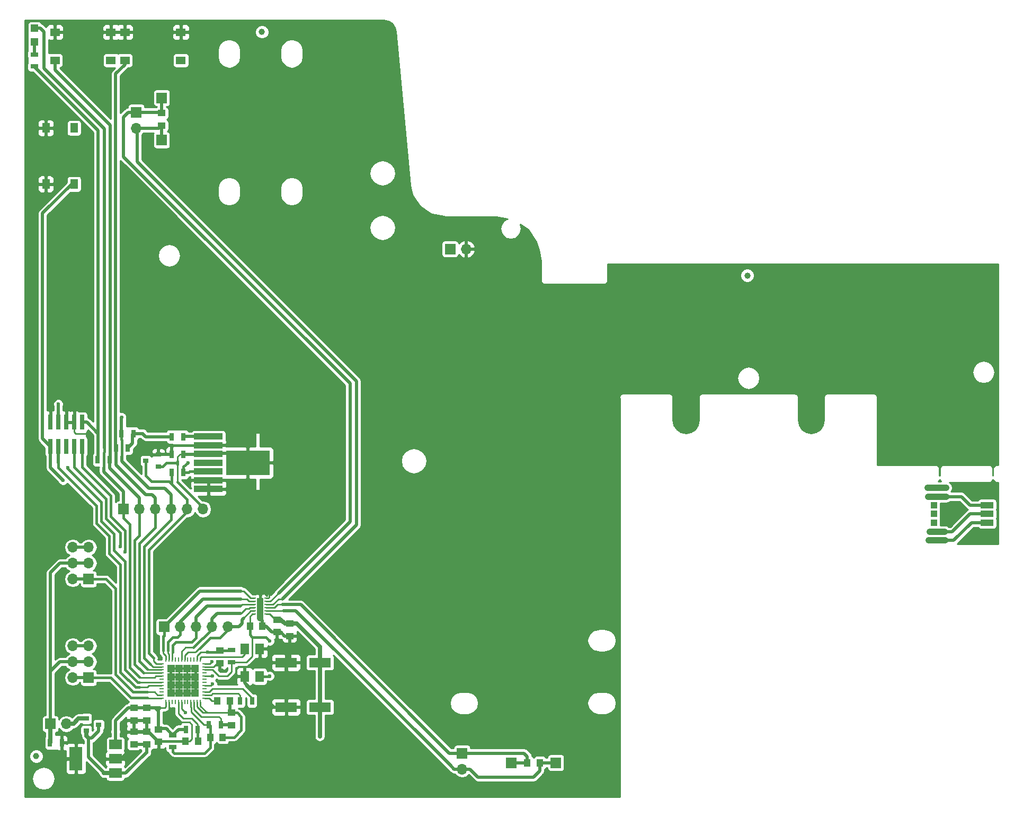
<source format=gtl>
G04 #@! TF.FileFunction,Copper,L1,Top,Signal*
%FSLAX46Y46*%
G04 Gerber Fmt 4.6, Leading zero omitted, Abs format (unit mm)*
G04 Created by KiCad (PCBNEW 4.0.7) date 05/01/18 21:21:02*
%MOMM*%
%LPD*%
G01*
G04 APERTURE LIST*
%ADD10C,0.020000*%
%ADD11R,3.500000X1.600000*%
%ADD12R,1.200000X1.200000*%
%ADD13R,0.900000X0.800000*%
%ADD14R,1.700000X1.700000*%
%ADD15O,1.700000X1.700000*%
%ADD16R,0.500000X0.250000*%
%ADD17R,1.000000X2.650000*%
%ADD18R,0.950000X1.170000*%
%ADD19R,2.000000X3.800000*%
%ADD20R,2.000000X1.500000*%
%ADD21R,1.400000X1.800000*%
%ADD22R,1.250000X1.000000*%
%ADD23R,1.000000X1.250000*%
%ADD24R,1.300000X0.700000*%
%ADD25R,0.700000X1.300000*%
%ADD26R,0.740000X2.400000*%
%ADD27R,0.250000X0.700000*%
%ADD28R,0.700000X0.250000*%
%ADD29R,1.287500X1.287500*%
%ADD30R,4.600000X1.000000*%
%ADD31R,7.000000X4.000000*%
%ADD32R,1.000000X1.000000*%
%ADD33R,2.000000X1.000000*%
%ADD34R,1.550000X1.300000*%
%ADD35R,1.300000X1.550000*%
%ADD36C,1.000000*%
%ADD37C,0.600000*%
%ADD38C,0.700000*%
%ADD39C,1.016000*%
%ADD40C,0.508000*%
%ADD41C,0.635000*%
%ADD42C,0.254000*%
%ADD43C,0.381000*%
G04 APERTURE END LIST*
D10*
D11*
X128684000Y-143383000D03*
X123284000Y-143383000D03*
X128684000Y-150495000D03*
X123284000Y-150495000D03*
D12*
X83058000Y-44280000D03*
X83058000Y-42080000D03*
D13*
X91329000Y-152339000D03*
X91329000Y-154239000D03*
X93329000Y-153289000D03*
D14*
X103759000Y-137668000D03*
D15*
X106299000Y-137668000D03*
X108839000Y-137668000D03*
X111379000Y-137668000D03*
X113919000Y-137668000D03*
D13*
X102854000Y-112075000D03*
X102854000Y-110175000D03*
X100854000Y-111125000D03*
D14*
X149479000Y-77343000D03*
D15*
X152019000Y-77343000D03*
D16*
X120076000Y-135616000D03*
X120076000Y-135116000D03*
X120076000Y-134616000D03*
X120076000Y-134116000D03*
X120076000Y-133616000D03*
X120076000Y-133116000D03*
X118176000Y-133116000D03*
X118176000Y-133616000D03*
X118176000Y-134116000D03*
X118176000Y-134616000D03*
X118176000Y-135116000D03*
X118176000Y-135616000D03*
D17*
X119126000Y-134366000D03*
D18*
X119126000Y-133681000D03*
X119126000Y-135051000D03*
D19*
X89687000Y-158750000D03*
D20*
X95987000Y-158750000D03*
X95987000Y-156450000D03*
X95987000Y-161050000D03*
D21*
X119056000Y-145583000D03*
X119056000Y-141183000D03*
X116656000Y-141183000D03*
X116656000Y-145583000D03*
D22*
X103378000Y-57642000D03*
X103378000Y-55642000D03*
X121793000Y-136541000D03*
X121793000Y-138541000D03*
D23*
X163814000Y-159385000D03*
X161814000Y-159385000D03*
D22*
X123825000Y-137176000D03*
X123825000Y-139176000D03*
D23*
X119491000Y-137541000D03*
X117491000Y-137541000D03*
X111141000Y-155321000D03*
X113141000Y-155321000D03*
D22*
X114554000Y-153400000D03*
X114554000Y-151400000D03*
X102870000Y-154067000D03*
X102870000Y-156067000D03*
X100965000Y-150638000D03*
X100965000Y-152638000D03*
D23*
X109204000Y-155956000D03*
X107204000Y-155956000D03*
X112284000Y-149479000D03*
X114284000Y-149479000D03*
D22*
X100965000Y-156448000D03*
X100965000Y-154448000D03*
X98933000Y-156448000D03*
X98933000Y-154448000D03*
X98933000Y-150638000D03*
X98933000Y-152638000D03*
X112649000Y-141494000D03*
X112649000Y-143494000D03*
D24*
X105156000Y-156906000D03*
X105156000Y-155006000D03*
D25*
X106868000Y-107315000D03*
X104968000Y-107315000D03*
X104968000Y-113030000D03*
X106868000Y-113030000D03*
X112837000Y-153289000D03*
X110937000Y-153289000D03*
X97978000Y-109093000D03*
X96078000Y-109093000D03*
X93157000Y-110998000D03*
X95057000Y-110998000D03*
X98867000Y-106807000D03*
X96967000Y-106807000D03*
D24*
X83058000Y-48194000D03*
X83058000Y-46294000D03*
D25*
X109154000Y-154051000D03*
X107254000Y-154051000D03*
D24*
X114554000Y-143317000D03*
X114554000Y-141417000D03*
D26*
X90678000Y-104984000D03*
X90678000Y-108884000D03*
X89408000Y-104984000D03*
X89408000Y-108884000D03*
X88138000Y-104984000D03*
X88138000Y-108884000D03*
X86868000Y-104984000D03*
X86868000Y-108884000D03*
X85598000Y-104984000D03*
X85598000Y-108884000D03*
D25*
X104968000Y-110109000D03*
X106868000Y-110109000D03*
X87437000Y-156210000D03*
X85537000Y-156210000D03*
D14*
X97282000Y-118872000D03*
D15*
X99822000Y-118872000D03*
X102362000Y-118872000D03*
X104902000Y-118872000D03*
X107442000Y-118872000D03*
X109982000Y-118872000D03*
D14*
X85598000Y-153162000D03*
D15*
X88138000Y-153162000D03*
D14*
X151384000Y-157861000D03*
D15*
X151384000Y-160401000D03*
D14*
X99314000Y-55499000D03*
D15*
X99314000Y-58039000D03*
D14*
X91694000Y-130048000D03*
D15*
X89154000Y-130048000D03*
X91694000Y-127508000D03*
X89154000Y-127508000D03*
X91694000Y-124968000D03*
X89154000Y-124968000D03*
D14*
X91694000Y-145796000D03*
D15*
X89154000Y-145796000D03*
X91694000Y-143256000D03*
X89154000Y-143256000D03*
X91694000Y-140716000D03*
X89154000Y-140716000D03*
D27*
X104057000Y-149704000D03*
X104557000Y-149704000D03*
X105057000Y-149704000D03*
X105557000Y-149704000D03*
X106057000Y-149704000D03*
X106557000Y-149704000D03*
X107057000Y-149704000D03*
X107557000Y-149704000D03*
X108057000Y-149704000D03*
X108557000Y-149704000D03*
X109057000Y-149704000D03*
X109557000Y-149704000D03*
D28*
X110207000Y-149054000D03*
X110207000Y-148554000D03*
X110207000Y-148054000D03*
X110207000Y-147554000D03*
X110207000Y-147054000D03*
X110207000Y-146554000D03*
X110207000Y-146054000D03*
X110207000Y-145554000D03*
X110207000Y-145054000D03*
X110207000Y-144554000D03*
X110207000Y-144054000D03*
X110207000Y-143554000D03*
D27*
X109557000Y-142904000D03*
X109057000Y-142904000D03*
X108557000Y-142904000D03*
X108057000Y-142904000D03*
X107557000Y-142904000D03*
X107057000Y-142904000D03*
X106557000Y-142904000D03*
X106057000Y-142904000D03*
X105557000Y-142904000D03*
X105057000Y-142904000D03*
X104557000Y-142904000D03*
X104057000Y-142904000D03*
D28*
X103407000Y-143554000D03*
X103407000Y-144054000D03*
X103407000Y-144554000D03*
X103407000Y-145054000D03*
X103407000Y-145554000D03*
X103407000Y-146054000D03*
X103407000Y-146554000D03*
X103407000Y-147054000D03*
X103407000Y-147554000D03*
X103407000Y-148054000D03*
X103407000Y-148554000D03*
X103407000Y-149054000D03*
D29*
X108738250Y-144372750D03*
X107450750Y-144372750D03*
X106163250Y-144372750D03*
X104875750Y-144372750D03*
X108738250Y-145660250D03*
X107450750Y-145660250D03*
X106163250Y-145660250D03*
X104875750Y-145660250D03*
X108738250Y-146947750D03*
X107450750Y-146947750D03*
X106163250Y-146947750D03*
X104875750Y-146947750D03*
X108738250Y-148235250D03*
X107450750Y-148235250D03*
X106163250Y-148235250D03*
X104875750Y-148235250D03*
D14*
X166370000Y-159385000D03*
X159258000Y-159385000D03*
X103378000Y-59944000D03*
X103378000Y-53213000D03*
D25*
X117840000Y-149509000D03*
X115940000Y-149509000D03*
D30*
X110852000Y-107276000D03*
X110852000Y-115676000D03*
X110852000Y-114276000D03*
X110852000Y-108676000D03*
X110852000Y-110076000D03*
X110852000Y-111476000D03*
D31*
X117152000Y-111476000D03*
D30*
X110852000Y-112876000D03*
D32*
X226818300Y-118243700D03*
X226818300Y-119643700D03*
X226818300Y-121043700D03*
D33*
X235318300Y-118243700D03*
X235318300Y-119643700D03*
X235318300Y-121043700D03*
D34*
X106456000Y-47208000D03*
X97506000Y-47208000D03*
X106456000Y-42708000D03*
X97506000Y-42708000D03*
X95280000Y-47208000D03*
X86330000Y-47208000D03*
X95280000Y-42708000D03*
X86330000Y-42708000D03*
D35*
X89372000Y-58009000D03*
X89372000Y-66959000D03*
X84872000Y-58009000D03*
X84872000Y-66959000D03*
D36*
X83337400Y-158343600D03*
X119405400Y-42672000D03*
X196977000Y-81584800D03*
D37*
X128651000Y-155194000D03*
D38*
X94742000Y-147447000D03*
D37*
X94488000Y-143637000D03*
X112990000Y-144609000D03*
X120650000Y-139954000D03*
X96012000Y-154432000D03*
X107569000Y-111506000D03*
X100330000Y-106807000D03*
X93218000Y-106807000D03*
X107188000Y-151384000D03*
X100965000Y-157734000D03*
X87630000Y-114300000D03*
X110744000Y-141732000D03*
X97536000Y-125730000D03*
X111494000Y-145554000D03*
X96774000Y-124841000D03*
X111506000Y-146812000D03*
X88392000Y-112268000D03*
X86868000Y-102108000D03*
X96990000Y-104209000D03*
X111379000Y-143256000D03*
X120650000Y-145542000D03*
D39*
X228718700Y-115476700D02*
X225839700Y-115476700D01*
X228718700Y-115476700D02*
X226474700Y-115476700D01*
D40*
X89154000Y-140716000D02*
X91694000Y-140716000D01*
X89154000Y-124968000D02*
X91694000Y-124968000D01*
D41*
X128684000Y-150495000D02*
X128684000Y-155161000D01*
X128651000Y-155194000D02*
X128684000Y-155161000D01*
X123825000Y-137176000D02*
X123079000Y-137176000D01*
X122444000Y-136541000D02*
X121793000Y-136541000D01*
X123079000Y-137176000D02*
X122444000Y-136541000D01*
X128684000Y-143383000D02*
X128684000Y-140876000D01*
X124984000Y-137176000D02*
X123825000Y-137176000D01*
X128684000Y-140876000D02*
X124984000Y-137176000D01*
X128684000Y-150495000D02*
X128684000Y-143383000D01*
D42*
X120076000Y-135616000D02*
X120630000Y-135616000D01*
X120630000Y-135616000D02*
X121555000Y-136541000D01*
X121555000Y-136541000D02*
X121793000Y-136541000D01*
D41*
X90104000Y-152339000D02*
X91329000Y-152339000D01*
X88011000Y-153162000D02*
X89281000Y-153162000D01*
X89281000Y-153162000D02*
X90104000Y-152339000D01*
D42*
X106163250Y-145660250D02*
X106163250Y-146947750D01*
X107450750Y-145660250D02*
X106163250Y-145660250D01*
D40*
X87437000Y-156210000D02*
X88265000Y-156210000D01*
X87437000Y-156210000D02*
X87437000Y-155006000D01*
X87437000Y-155006000D02*
X87630000Y-154813000D01*
D43*
X111652000Y-108676000D02*
X105065000Y-108676000D01*
X104968000Y-109408000D02*
X104968000Y-110109000D01*
X104968000Y-108773000D02*
X104968000Y-109408000D01*
X105065000Y-108676000D02*
X104968000Y-108773000D01*
D40*
X102854000Y-110175000D02*
X104902000Y-110175000D01*
X104902000Y-110175000D02*
X104968000Y-110109000D01*
D42*
X120523000Y-132709000D02*
X120523000Y-132142000D01*
X119126000Y-132373000D02*
X119126000Y-134366000D01*
X119390000Y-132109000D02*
X119126000Y-132373000D01*
X120490000Y-132109000D02*
X119390000Y-132109000D01*
X120523000Y-132142000D02*
X120490000Y-132109000D01*
X94742000Y-147193000D02*
X94742000Y-147447000D01*
X94742000Y-150495000D02*
X94742000Y-147193000D01*
X94107000Y-158750000D02*
X93726000Y-158369000D01*
X93726000Y-158369000D02*
X93726000Y-155321000D01*
X93726000Y-155321000D02*
X94742000Y-154305000D01*
X94742000Y-154305000D02*
X94742000Y-150495000D01*
X95987000Y-158750000D02*
X94107000Y-158750000D01*
X89408000Y-104984000D02*
X89408000Y-106553000D01*
X89662000Y-106807000D02*
X91694000Y-106807000D01*
X89408000Y-106553000D02*
X89662000Y-106807000D01*
X112649000Y-143494000D02*
X112649000Y-144268000D01*
X112649000Y-144268000D02*
X112990000Y-144609000D01*
X110207000Y-144054000D02*
X111708000Y-144054000D01*
X111708000Y-144054000D02*
X112268000Y-143494000D01*
X104557000Y-149704000D02*
X104557000Y-151547000D01*
X104557000Y-151547000D02*
X105156000Y-152146000D01*
D40*
X87437000Y-158750000D02*
X89687000Y-158750000D01*
X98933000Y-154448000D02*
X98663000Y-154448000D01*
X97663000Y-157988000D02*
X96901000Y-158750000D01*
X97663000Y-155448000D02*
X97663000Y-157988000D01*
X96901000Y-158750000D02*
X95987000Y-158750000D01*
D42*
X120076000Y-133116000D02*
X120376000Y-133116000D01*
X120523000Y-132969000D02*
X120523000Y-132709000D01*
X120523000Y-132709000D02*
X120523000Y-132461000D01*
X120376000Y-133116000D02*
X120523000Y-132969000D01*
D40*
X116656000Y-145583000D02*
X116656000Y-146628000D01*
X121285000Y-150495000D02*
X123284000Y-150495000D01*
X120777000Y-149987000D02*
X121285000Y-150495000D01*
X120777000Y-148336000D02*
X120777000Y-149987000D01*
X119888000Y-147447000D02*
X120777000Y-148336000D01*
X117475000Y-147447000D02*
X119888000Y-147447000D01*
X116656000Y-146628000D02*
X117475000Y-147447000D01*
X123284000Y-143383000D02*
X123284000Y-150495000D01*
X123825000Y-139176000D02*
X123825000Y-142842000D01*
X123825000Y-142842000D02*
X123284000Y-143383000D01*
X121793000Y-138541000D02*
X122412000Y-138541000D01*
X122412000Y-138541000D02*
X123047000Y-139176000D01*
X123047000Y-139176000D02*
X123825000Y-139176000D01*
X119491000Y-137541000D02*
X120015000Y-137541000D01*
X121015000Y-138541000D02*
X121793000Y-138541000D01*
X120015000Y-137541000D02*
X121015000Y-138541000D01*
X119491000Y-137541000D02*
X119491000Y-136636000D01*
X119491000Y-136636000D02*
X119126000Y-136271000D01*
D39*
X119126000Y-136271000D02*
X119126000Y-134366000D01*
D42*
X105156000Y-152146000D02*
X105918000Y-152908000D01*
X105134000Y-152124000D02*
X105156000Y-152146000D01*
X105918000Y-152908000D02*
X107823000Y-152908000D01*
X107823000Y-152908000D02*
X108204000Y-153289000D01*
X108204000Y-153289000D02*
X108204000Y-155575000D01*
D40*
X100965000Y-154448000D02*
X101251000Y-154448000D01*
X101251000Y-154448000D02*
X102870000Y-156067000D01*
D43*
X102997000Y-155940000D02*
X107188000Y-155940000D01*
X107188000Y-155940000D02*
X107204000Y-155956000D01*
D42*
X107823000Y-155956000D02*
X107204000Y-155956000D01*
X108204000Y-155575000D02*
X107823000Y-155956000D01*
D40*
X98933000Y-152638000D02*
X100965000Y-152638000D01*
X100965000Y-152638000D02*
X100965000Y-154448000D01*
X100965000Y-154448000D02*
X100997000Y-154416000D01*
X100965000Y-154448000D02*
X98933000Y-154448000D01*
X98933000Y-154448000D02*
X98933000Y-153543000D01*
X98933000Y-153543000D02*
X98933000Y-152638000D01*
X87437000Y-156210000D02*
X87437000Y-157480000D01*
X87437000Y-157480000D02*
X87437000Y-158750000D01*
X115352000Y-109976000D02*
X116752000Y-111376000D01*
X94399000Y-42708000D02*
X96863000Y-42708000D01*
X111760000Y-108452000D02*
X109988000Y-108452000D01*
X163814000Y-159385000D02*
X166370000Y-159385000D01*
X151384000Y-160401000D02*
X152654000Y-160401000D01*
X163814000Y-160671000D02*
X163814000Y-159385000D01*
X162814000Y-161671000D02*
X163814000Y-160671000D01*
X153924000Y-161671000D02*
X162814000Y-161671000D01*
X152654000Y-160401000D02*
X153924000Y-161671000D01*
X151384000Y-160401000D02*
X150114000Y-160401000D01*
X124829000Y-135116000D02*
X149479000Y-159766000D01*
X124829000Y-135116000D02*
X122809000Y-135116000D01*
X150114000Y-160401000D02*
X149479000Y-159766000D01*
D42*
X120076000Y-135116000D02*
X122809000Y-135116000D01*
X122809000Y-135116000D02*
X122924000Y-135116000D01*
X122924000Y-135116000D02*
X122936000Y-135128000D01*
D40*
X161814000Y-159385000D02*
X159258000Y-159385000D01*
X151384000Y-157861000D02*
X161290000Y-157861000D01*
X161814000Y-158385000D02*
X161814000Y-159385000D01*
X161290000Y-157861000D02*
X161814000Y-158385000D01*
X151384000Y-157861000D02*
X149352000Y-157861000D01*
X149352000Y-157861000D02*
X148590000Y-157099000D01*
D42*
X120076000Y-134616000D02*
X121416000Y-134616000D01*
D40*
X148590000Y-157099000D02*
X125603000Y-134112000D01*
X125603000Y-134112000D02*
X122682000Y-134112000D01*
D42*
X121920000Y-134112000D02*
X122682000Y-134112000D01*
X121416000Y-134616000D02*
X121920000Y-134112000D01*
D40*
X99441000Y-62611000D02*
X99441000Y-63373000D01*
X99441000Y-58166000D02*
X99441000Y-62611000D01*
X122682000Y-133223000D02*
X125476000Y-130429000D01*
D42*
X121154000Y-134116000D02*
X122047000Y-133223000D01*
X122047000Y-133223000D02*
X122682000Y-133223000D01*
X121027000Y-134116000D02*
X120076000Y-134116000D01*
X121027000Y-134116000D02*
X121154000Y-134116000D01*
D40*
X134493000Y-98425000D02*
X103378000Y-67310000D01*
X134493000Y-121412000D02*
X134493000Y-98425000D01*
X125476000Y-130429000D02*
X134493000Y-121412000D01*
X103378000Y-67310000D02*
X99441000Y-63373000D01*
X99314000Y-58039000D02*
X102981000Y-58039000D01*
X102981000Y-58039000D02*
X103378000Y-57642000D01*
X103378000Y-57642000D02*
X103378000Y-59944000D01*
X99441000Y-58166000D02*
X99314000Y-58039000D01*
X103235000Y-59801000D02*
X103378000Y-59944000D01*
X101600000Y-66929000D02*
X98044000Y-63373000D01*
X102870000Y-68199000D02*
X101600000Y-66929000D01*
X122047000Y-132334000D02*
X133477000Y-120904000D01*
D42*
X120765000Y-133616000D02*
X122047000Y-132334000D01*
X120076000Y-133616000D02*
X120765000Y-133616000D01*
D40*
X133477000Y-120904000D02*
X133477000Y-98806000D01*
X98044000Y-55499000D02*
X99314000Y-55499000D01*
X97282000Y-56261000D02*
X98044000Y-55499000D01*
X97282000Y-61849000D02*
X97282000Y-56261000D01*
X102870000Y-68199000D02*
X133477000Y-98806000D01*
X97282000Y-62611000D02*
X97282000Y-61849000D01*
X98044000Y-63373000D02*
X97282000Y-62611000D01*
X103378000Y-55642000D02*
X103378000Y-53213000D01*
X99314000Y-55499000D02*
X103235000Y-55499000D01*
X103235000Y-55499000D02*
X103378000Y-55642000D01*
D42*
X117856000Y-139319000D02*
X117856000Y-142367000D01*
X116906000Y-143317000D02*
X114554000Y-143317000D01*
X117856000Y-142367000D02*
X116906000Y-143317000D01*
D43*
X106868000Y-112080000D02*
X107569000Y-111506000D01*
X106868000Y-112080000D02*
X106868000Y-113030000D01*
X106868000Y-113030000D02*
X107696000Y-113030000D01*
X107696000Y-113030000D02*
X107850000Y-112876000D01*
X107850000Y-112876000D02*
X111652000Y-112876000D01*
D40*
X104968000Y-107315000D02*
X100838000Y-107315000D01*
X100838000Y-107315000D02*
X100330000Y-106807000D01*
D42*
X114554000Y-144018000D02*
X114554000Y-143317000D01*
X114554000Y-144845000D02*
X114554000Y-144018000D01*
X104057000Y-149704000D02*
X104057000Y-150451000D01*
X103870000Y-150638000D02*
X103124000Y-150638000D01*
X104057000Y-150451000D02*
X103870000Y-150638000D01*
D40*
X86868000Y-52070000D02*
X92456000Y-57658000D01*
X93218000Y-80899000D02*
X93218000Y-106807000D01*
X93218000Y-80899000D02*
X93218000Y-59436000D01*
X93218000Y-58420000D02*
X93218000Y-59436000D01*
X92456000Y-57658000D02*
X93218000Y-58420000D01*
X90678000Y-104984000D02*
X91395000Y-104984000D01*
X91395000Y-104984000D02*
X93218000Y-106807000D01*
X96012000Y-154432000D02*
X96012000Y-152654000D01*
X96012000Y-152654000D02*
X98028000Y-150638000D01*
X96012000Y-154432000D02*
X95987000Y-154457000D01*
X95987000Y-156450000D02*
X95987000Y-154457000D01*
D43*
X120650000Y-139954000D02*
X120015000Y-139319000D01*
X120015000Y-139319000D02*
X117856000Y-139319000D01*
X117856000Y-139319000D02*
X117491000Y-138954000D01*
X117491000Y-138954000D02*
X117491000Y-137541000D01*
D42*
X117475000Y-137525000D02*
X117475000Y-136652000D01*
X117876000Y-135616000D02*
X117475000Y-136017000D01*
X117475000Y-136017000D02*
X117475000Y-136652000D01*
X117876000Y-135616000D02*
X118176000Y-135616000D01*
X117475000Y-137525000D02*
X117491000Y-137541000D01*
D40*
X102870000Y-151130000D02*
X102870000Y-150892000D01*
X102870000Y-150892000D02*
X103124000Y-150638000D01*
X102870000Y-154067000D02*
X102870000Y-151130000D01*
X102870000Y-151130000D02*
X102378000Y-150638000D01*
X102124000Y-150638000D02*
X102378000Y-150638000D01*
X100965000Y-150638000D02*
X102124000Y-150638000D01*
X102378000Y-150638000D02*
X103124000Y-150638000D01*
X105156000Y-155006000D02*
X105156000Y-154940000D01*
X105156000Y-154940000D02*
X106045000Y-154051000D01*
X106045000Y-154051000D02*
X107254000Y-154051000D01*
X102997000Y-153940000D02*
X104090000Y-153940000D01*
X104090000Y-153940000D02*
X105156000Y-155006000D01*
X98933000Y-150638000D02*
X100965000Y-150638000D01*
X98028000Y-150638000D02*
X98933000Y-150638000D01*
X93218000Y-110937000D02*
X93157000Y-110998000D01*
X85090000Y-50292000D02*
X86868000Y-52070000D01*
X86868000Y-52070000D02*
X86995000Y-52197000D01*
X83058000Y-48260000D02*
X85090000Y-50292000D01*
X93218000Y-106807000D02*
X93218000Y-110937000D01*
X98740000Y-106934000D02*
X98740000Y-108331000D01*
X98740000Y-108331000D02*
X97978000Y-109093000D01*
X98740000Y-106934000D02*
X98867000Y-106807000D01*
X100330000Y-106807000D02*
X98933000Y-106807000D01*
X83058000Y-48194000D02*
X83058000Y-48260000D01*
X83058000Y-48194000D02*
X83246000Y-48194000D01*
D42*
X113890000Y-145509000D02*
X114554000Y-144845000D01*
X112490000Y-145509000D02*
X113890000Y-145509000D01*
X111535000Y-144554000D02*
X112490000Y-145509000D01*
X108057000Y-149704000D02*
X108057000Y-150515000D01*
X110109000Y-153289000D02*
X110937000Y-153289000D01*
X108077000Y-151257000D02*
X110109000Y-153289000D01*
X108077000Y-150535000D02*
X108077000Y-151257000D01*
X108057000Y-150515000D02*
X108077000Y-150535000D01*
X110937000Y-153289000D02*
X110617000Y-153289000D01*
D43*
X111141000Y-155321000D02*
X111141000Y-153493000D01*
X111141000Y-153493000D02*
X110937000Y-153289000D01*
X105156000Y-156906000D02*
X105156000Y-157607000D01*
X111141000Y-156956000D02*
X111141000Y-155321000D01*
X110236000Y-157861000D02*
X111141000Y-156956000D01*
X105410000Y-157861000D02*
X110236000Y-157861000D01*
X105156000Y-157607000D02*
X105410000Y-157861000D01*
D42*
X111141000Y-153493000D02*
X110937000Y-153289000D01*
X109557000Y-149704000D02*
X109557000Y-150324000D01*
X110363000Y-151257000D02*
X110363000Y-151384000D01*
X110490000Y-151384000D02*
X110363000Y-151257000D01*
X110617000Y-151384000D02*
X110490000Y-151384000D01*
X109557000Y-150324000D02*
X110617000Y-151384000D01*
X114538000Y-151384000D02*
X110363000Y-151384000D01*
X110363000Y-151384000D02*
X109982000Y-151384000D01*
X109347000Y-150749000D02*
X109601000Y-151003000D01*
X109057000Y-150459000D02*
X109347000Y-150749000D01*
X109057000Y-150205000D02*
X109057000Y-149704000D01*
X109057000Y-150205000D02*
X109057000Y-150459000D01*
X109601000Y-151003000D02*
X109982000Y-151384000D01*
X114538000Y-151384000D02*
X114554000Y-151400000D01*
X114538000Y-151384000D02*
X114554000Y-151400000D01*
D43*
X113141000Y-155321000D02*
X114935000Y-155321000D01*
X114935000Y-155321000D02*
X116078000Y-154178000D01*
X116078000Y-154178000D02*
X116078000Y-152019000D01*
X116078000Y-152019000D02*
X115459000Y-151400000D01*
X115459000Y-151400000D02*
X114554000Y-151400000D01*
D42*
X114554000Y-151400000D02*
X115459000Y-151400000D01*
X116078000Y-154178000D02*
X114935000Y-155321000D01*
X116078000Y-152019000D02*
X116078000Y-154178000D01*
X115459000Y-151400000D02*
X116078000Y-152019000D01*
D40*
X114284000Y-149479000D02*
X114284000Y-151130000D01*
X114284000Y-151130000D02*
X114554000Y-151400000D01*
D42*
X108557000Y-150594000D02*
X108557000Y-150848000D01*
X108557000Y-149704000D02*
X108557000Y-150340000D01*
X108557000Y-150340000D02*
X108557000Y-150594000D01*
X109728000Y-152019000D02*
X110236000Y-152019000D01*
X108557000Y-150848000D02*
X109728000Y-152019000D01*
X112837000Y-152334000D02*
X112837000Y-153289000D01*
X112522000Y-152019000D02*
X112837000Y-152334000D01*
X110236000Y-152019000D02*
X112522000Y-152019000D01*
D40*
X112837000Y-153289000D02*
X114443000Y-153289000D01*
X114443000Y-153289000D02*
X114554000Y-153400000D01*
D42*
X109154000Y-154051000D02*
X109154000Y-153223000D01*
X106057000Y-151523000D02*
X106334000Y-151800000D01*
X106334000Y-151800000D02*
X106680000Y-152146000D01*
X106057000Y-151523000D02*
X106057000Y-149704000D01*
X106807000Y-152273000D02*
X106680000Y-152146000D01*
X108204000Y-152273000D02*
X106807000Y-152273000D01*
X109154000Y-153223000D02*
X108204000Y-152273000D01*
X109154000Y-153477000D02*
X109154000Y-154051000D01*
D43*
X109154000Y-154051000D02*
X109154000Y-155906000D01*
X109154000Y-155906000D02*
X109204000Y-155956000D01*
D40*
X109154000Y-155906000D02*
X109204000Y-155956000D01*
X109154000Y-155906000D02*
X109204000Y-155956000D01*
D42*
X109220000Y-153985000D02*
X109154000Y-154051000D01*
X112284000Y-149479000D02*
X111379000Y-149479000D01*
X111379000Y-149479000D02*
X110954000Y-149054000D01*
X110954000Y-149054000D02*
X110207000Y-149054000D01*
X106557000Y-149704000D02*
X106557000Y-150753000D01*
X106557000Y-150753000D02*
X107188000Y-151384000D01*
D40*
X93329000Y-153289000D02*
X93329000Y-154321000D01*
X92202000Y-155448000D02*
X91694000Y-155448000D01*
X93329000Y-154321000D02*
X92202000Y-155448000D01*
X91694000Y-155448000D02*
X91694000Y-158496000D01*
D41*
X91329000Y-155083000D02*
X91694000Y-155448000D01*
X91329000Y-154239000D02*
X91329000Y-155083000D01*
D40*
X94234000Y-161036000D02*
X91694000Y-158496000D01*
X94234000Y-161036000D02*
X94234000Y-161050000D01*
X95987000Y-161050000D02*
X97649000Y-161050000D01*
X97649000Y-161050000D02*
X100965000Y-157734000D01*
X100965000Y-157734000D02*
X100965000Y-156448000D01*
X98933000Y-156448000D02*
X100965000Y-156448000D01*
D41*
X94121000Y-161050000D02*
X94234000Y-161050000D01*
X94234000Y-161050000D02*
X95987000Y-161050000D01*
D43*
X112649000Y-141494000D02*
X114477000Y-141494000D01*
X114477000Y-141494000D02*
X114554000Y-141417000D01*
D42*
X109057000Y-142904000D02*
X109057000Y-142276000D01*
X109601000Y-141732000D02*
X110744000Y-141732000D01*
X109057000Y-142276000D02*
X109601000Y-141732000D01*
D40*
X85598000Y-112268000D02*
X87630000Y-114300000D01*
X85598000Y-108884000D02*
X85598000Y-112268000D01*
X110744000Y-141732000D02*
X110744000Y-141748000D01*
X89372000Y-66459000D02*
X89372000Y-66584000D01*
X89372000Y-66584000D02*
X84328000Y-71628000D01*
X84328000Y-71628000D02*
X84328000Y-107614000D01*
X84328000Y-107614000D02*
X85598000Y-108884000D01*
D43*
X110744000Y-141748000D02*
X112268000Y-141748000D01*
D40*
X83058000Y-46294000D02*
X83058000Y-44280000D01*
D42*
X101346000Y-145796000D02*
X99949000Y-145796000D01*
X102477000Y-145554000D02*
X102235000Y-145796000D01*
X102235000Y-145796000D02*
X101346000Y-145796000D01*
X103407000Y-145554000D02*
X102477000Y-145554000D01*
X99949000Y-145796000D02*
X99822000Y-145669000D01*
D43*
X97282000Y-118872000D02*
X97282000Y-120269000D01*
X98298000Y-144145000D02*
X99822000Y-145669000D01*
X98298000Y-121285000D02*
X98298000Y-144145000D01*
X97282000Y-120269000D02*
X98298000Y-121285000D01*
D40*
X87884000Y-51816000D02*
X91948000Y-55880000D01*
X94107000Y-112903000D02*
X97282000Y-116078000D01*
X97282000Y-118872000D02*
X97282000Y-116078000D01*
X94107000Y-112268000D02*
X94107000Y-112649000D01*
D43*
X94234000Y-109093000D02*
X94234000Y-109728000D01*
D40*
X85979000Y-49911000D02*
X87757000Y-51689000D01*
X83990000Y-42080000D02*
X84582000Y-42672000D01*
X84582000Y-42672000D02*
X84582000Y-48514000D01*
X83990000Y-42080000D02*
X83058000Y-42080000D01*
X84582000Y-48514000D02*
X85979000Y-49911000D01*
X87757000Y-51689000D02*
X87884000Y-51816000D01*
X94234000Y-109093000D02*
X94234000Y-80518000D01*
D43*
X94107000Y-109855000D02*
X94107000Y-112268000D01*
X94234000Y-109728000D02*
X94107000Y-109855000D01*
D40*
X94107000Y-112649000D02*
X94107000Y-112903000D01*
X94234000Y-58166000D02*
X94234000Y-80518000D01*
X91948000Y-55880000D02*
X94234000Y-58166000D01*
X97536000Y-119126000D02*
X97282000Y-118872000D01*
X97790000Y-119380000D02*
X97282000Y-118872000D01*
X91694000Y-143256000D02*
X89154000Y-143256000D01*
X91694000Y-127508000D02*
X89154000Y-127508000D01*
X89154000Y-127508000D02*
X87122000Y-127508000D01*
X87122000Y-127508000D02*
X85598000Y-129032000D01*
X85598000Y-129032000D02*
X85598000Y-144780000D01*
X85598000Y-153162000D02*
X85598000Y-144780000D01*
X87122000Y-143256000D02*
X89154000Y-143256000D01*
X85598000Y-144780000D02*
X87122000Y-143256000D01*
X85537000Y-153228000D02*
X85471000Y-153162000D01*
D41*
X85598000Y-153162000D02*
X85598000Y-156149000D01*
X85598000Y-156149000D02*
X85537000Y-156210000D01*
D40*
X85537000Y-156210000D02*
X85537000Y-153228000D01*
X89154000Y-130048000D02*
X91694000Y-130048000D01*
D42*
X101092000Y-148082000D02*
X102235000Y-148082000D01*
X102235000Y-148082000D02*
X102707000Y-148554000D01*
X102707000Y-148554000D02*
X103407000Y-148554000D01*
D43*
X91694000Y-130048000D02*
X94488000Y-130048000D01*
X98806000Y-148082000D02*
X101092000Y-148082000D01*
X96012000Y-145288000D02*
X98806000Y-148082000D01*
X96012000Y-131572000D02*
X96012000Y-145288000D01*
X94488000Y-130048000D02*
X96012000Y-131572000D01*
D40*
X89154000Y-145796000D02*
X91694000Y-145796000D01*
D42*
X102997000Y-149054000D02*
X101175000Y-149054000D01*
X101175000Y-149054000D02*
X101092000Y-148971000D01*
D43*
X95250000Y-145796000D02*
X91694000Y-145796000D01*
X98425000Y-148971000D02*
X101092000Y-148971000D01*
X95250000Y-145796000D02*
X98425000Y-148971000D01*
D42*
X103407000Y-149054000D02*
X102997000Y-149054000D01*
X102997000Y-149054000D02*
X102660000Y-149054000D01*
D40*
X91948000Y-146050000D02*
X91694000Y-145796000D01*
D43*
X109982000Y-118872000D02*
X109982000Y-118618000D01*
X109982000Y-118618000D02*
X105918000Y-114554000D01*
X105918000Y-111252000D02*
X105918000Y-111760000D01*
X102854000Y-112075000D02*
X103571000Y-112075000D01*
X104140000Y-111506000D02*
X105918000Y-111506000D01*
X103571000Y-112075000D02*
X104140000Y-111506000D01*
D40*
X106868000Y-110109000D02*
X111619000Y-110109000D01*
X111619000Y-110109000D02*
X111652000Y-110076000D01*
D42*
X106868000Y-110109000D02*
X106299000Y-110109000D01*
X105918000Y-114554000D02*
X109982000Y-118618000D01*
X105918000Y-111760000D02*
X105918000Y-114554000D01*
X105918000Y-110490000D02*
X105918000Y-111252000D01*
X105918000Y-111252000D02*
X105918000Y-111506000D01*
X105918000Y-111506000D02*
X105918000Y-111760000D01*
X106299000Y-110109000D02*
X105918000Y-110490000D01*
D40*
X111252000Y-109976000D02*
X115352000Y-109976000D01*
X111246000Y-109982000D02*
X111252000Y-109976000D01*
D43*
X97536000Y-124841000D02*
X97536000Y-125730000D01*
X95250000Y-116713000D02*
X95250000Y-120015000D01*
X95250000Y-120015000D02*
X97536000Y-122301000D01*
X97536000Y-122301000D02*
X97536000Y-124841000D01*
X90678000Y-112141000D02*
X95250000Y-116713000D01*
X90678000Y-111252000D02*
X90678000Y-108884000D01*
X90678000Y-111252000D02*
X90678000Y-112141000D01*
D42*
X111494000Y-145554000D02*
X111506000Y-145542000D01*
X110207000Y-145554000D02*
X111494000Y-145554000D01*
D43*
X96774000Y-124460000D02*
X96774000Y-124841000D01*
X94488000Y-117221000D02*
X94488000Y-120396000D01*
X94488000Y-120396000D02*
X96774000Y-122682000D01*
X96774000Y-122682000D02*
X96774000Y-124460000D01*
X89408000Y-112141000D02*
X94488000Y-117221000D01*
X89408000Y-108884000D02*
X89408000Y-111125000D01*
X89408000Y-111125000D02*
X89408000Y-112141000D01*
D42*
X111264000Y-147054000D02*
X110207000Y-147054000D01*
X111506000Y-146812000D02*
X111264000Y-147054000D01*
X101473000Y-146554000D02*
X99826000Y-146554000D01*
D43*
X95758000Y-125476000D02*
X97536000Y-127254000D01*
X97536000Y-127254000D02*
X97536000Y-144526000D01*
X97536000Y-144526000D02*
X99568000Y-146558000D01*
X94742000Y-121793000D02*
X95758000Y-122809000D01*
X88392000Y-112395000D02*
X89154000Y-113157000D01*
X93726000Y-118237000D02*
X93726000Y-120777000D01*
X93726000Y-120777000D02*
X94742000Y-121793000D01*
X89154000Y-113157000D02*
X93726000Y-117729000D01*
X93726000Y-117729000D02*
X93726000Y-118237000D01*
D40*
X86868000Y-102108000D02*
X86868000Y-104984000D01*
D43*
X88392000Y-112268000D02*
X88392000Y-112395000D01*
X99822000Y-146558000D02*
X99568000Y-146558000D01*
X95758000Y-122809000D02*
X95758000Y-125222000D01*
X95758000Y-125222000D02*
X95758000Y-125476000D01*
D42*
X99826000Y-146554000D02*
X99822000Y-146558000D01*
X103407000Y-146554000D02*
X101473000Y-146554000D01*
X101473000Y-146554000D02*
X101350000Y-146554000D01*
X101350000Y-146554000D02*
X101346000Y-146558000D01*
X99822000Y-147320000D02*
X101092000Y-147320000D01*
D43*
X94996000Y-123190000D02*
X94996000Y-125984000D01*
X94996000Y-125984000D02*
X96774000Y-127762000D01*
X96774000Y-127762000D02*
X96774000Y-144907000D01*
X96774000Y-144907000D02*
X99187000Y-147320000D01*
X99187000Y-147320000D02*
X99822000Y-147320000D01*
X86868000Y-111506000D02*
X86868000Y-112268000D01*
D40*
X86868000Y-110998000D02*
X86868000Y-111506000D01*
X86868000Y-108884000D02*
X86868000Y-110998000D01*
D43*
X92964000Y-121158000D02*
X94488000Y-122682000D01*
X92964000Y-118364000D02*
X92964000Y-121158000D01*
X86868000Y-112268000D02*
X92964000Y-118364000D01*
X94488000Y-122682000D02*
X94996000Y-123190000D01*
D42*
X101092000Y-147320000D02*
X101358000Y-147054000D01*
X103407000Y-147054000D02*
X101358000Y-147054000D01*
X101358000Y-147054000D02*
X101346000Y-147066000D01*
D40*
X86868000Y-108884000D02*
X86868000Y-110490000D01*
D43*
X103759000Y-137668000D02*
X103759000Y-139065000D01*
D42*
X104057000Y-142284000D02*
X103632000Y-141859000D01*
X103632000Y-141859000D02*
X103632000Y-141478000D01*
X104057000Y-142284000D02*
X104057000Y-142904000D01*
D43*
X103632000Y-139192000D02*
X103632000Y-141478000D01*
X103759000Y-139065000D02*
X103632000Y-139192000D01*
D42*
X118176000Y-133116000D02*
X117622000Y-133116000D01*
D40*
X109474000Y-131953000D02*
X116078000Y-131953000D01*
X109474000Y-131953000D02*
X103759000Y-137668000D01*
D42*
X116459000Y-131953000D02*
X116078000Y-131953000D01*
X117622000Y-133116000D02*
X116459000Y-131953000D01*
D43*
X104394000Y-141478000D02*
X104394000Y-140081000D01*
D42*
X104557000Y-142022000D02*
X104394000Y-141859000D01*
X104394000Y-141859000D02*
X104394000Y-141478000D01*
X104557000Y-142904000D02*
X104557000Y-142022000D01*
D43*
X106299000Y-138938000D02*
X106299000Y-137668000D01*
X105918000Y-139319000D02*
X106299000Y-138938000D01*
X105156000Y-139319000D02*
X105918000Y-139319000D01*
X104394000Y-140081000D02*
X105156000Y-139319000D01*
D42*
X118176000Y-133616000D02*
X117360000Y-133616000D01*
D40*
X109982000Y-133223000D02*
X116078000Y-133223000D01*
X109982000Y-133223000D02*
X106299000Y-136906000D01*
D42*
X116967000Y-133223000D02*
X116078000Y-133223000D01*
X117360000Y-133616000D02*
X116967000Y-133223000D01*
D40*
X106299000Y-137668000D02*
X106299000Y-136906000D01*
D42*
X105057000Y-142113000D02*
X105057000Y-141831000D01*
D43*
X108839000Y-139446000D02*
X108204000Y-140081000D01*
X108204000Y-140081000D02*
X105664000Y-140081000D01*
X105664000Y-140081000D02*
X105156000Y-140589000D01*
X105156000Y-140589000D02*
X105156000Y-141732000D01*
X108839000Y-139446000D02*
X108839000Y-137668000D01*
D42*
X105057000Y-141831000D02*
X105156000Y-141732000D01*
X105057000Y-142904000D02*
X105057000Y-142113000D01*
X105057000Y-142113000D02*
X105057000Y-142085000D01*
X118176000Y-134116000D02*
X116201000Y-134116000D01*
X116201000Y-134116000D02*
X115951000Y-134366000D01*
D40*
X108839000Y-136144000D02*
X108839000Y-137668000D01*
X110617000Y-134366000D02*
X115951000Y-134366000D01*
X108839000Y-136144000D02*
X110617000Y-134366000D01*
D42*
X106553000Y-141732000D02*
X106553000Y-141605000D01*
D43*
X111379000Y-138049000D02*
X108458000Y-140970000D01*
D42*
X106553000Y-142240000D02*
X106553000Y-141732000D01*
X106557000Y-142244000D02*
X106553000Y-142240000D01*
X106557000Y-142244000D02*
X106557000Y-142904000D01*
X107188000Y-140970000D02*
X108458000Y-140970000D01*
X106553000Y-141605000D02*
X107188000Y-140970000D01*
D43*
X111379000Y-137668000D02*
X111379000Y-138049000D01*
X110998000Y-138049000D02*
X111379000Y-137668000D01*
D42*
X118176000Y-134616000D02*
X117479000Y-134616000D01*
D40*
X111379000Y-136398000D02*
X112268000Y-135509000D01*
X112268000Y-135509000D02*
X115951000Y-135509000D01*
X111379000Y-136398000D02*
X111379000Y-137668000D01*
D42*
X116078000Y-135509000D02*
X115951000Y-135509000D01*
X116840000Y-134747000D02*
X116078000Y-135509000D01*
X117348000Y-134747000D02*
X116840000Y-134747000D01*
X117479000Y-134616000D02*
X117348000Y-134747000D01*
D40*
X111379000Y-137795000D02*
X111379000Y-137668000D01*
D42*
X109474000Y-141097000D02*
X109347000Y-141097000D01*
X107057000Y-142244000D02*
X107569000Y-141732000D01*
X107569000Y-141732000D02*
X108712000Y-141732000D01*
X108712000Y-141732000D02*
X108839000Y-141605000D01*
X107057000Y-142904000D02*
X107057000Y-142244000D01*
D43*
X112649000Y-139446000D02*
X111125000Y-139446000D01*
X111125000Y-139446000D02*
X109474000Y-141097000D01*
X112649000Y-139446000D02*
X113919000Y-138176000D01*
D42*
X109347000Y-141097000D02*
X108839000Y-141605000D01*
D43*
X113919000Y-137668000D02*
X113919000Y-138176000D01*
D40*
X113919000Y-137668000D02*
X115697000Y-137668000D01*
X115697000Y-137668000D02*
X116205000Y-137160000D01*
X116205000Y-137160000D02*
X116205000Y-136525000D01*
X116205000Y-136525000D02*
X116459000Y-136271000D01*
D42*
X117614000Y-135116000D02*
X116459000Y-136271000D01*
X116459000Y-136271000D02*
X116205000Y-136525000D01*
X116205000Y-136525000D02*
X116205000Y-137160000D01*
X116205000Y-137160000D02*
X115697000Y-137668000D01*
X117614000Y-135116000D02*
X118176000Y-135116000D01*
D40*
X113919000Y-137668000D02*
X113919000Y-138049000D01*
X113919000Y-137668000D02*
X113919000Y-137795000D01*
D43*
X104968000Y-113030000D02*
X104968000Y-114874000D01*
X104968000Y-114874000D02*
X105156000Y-115062000D01*
X100854000Y-111125000D02*
X100854000Y-113554000D01*
X107442000Y-117348000D02*
X107442000Y-118872000D01*
X104521000Y-114427000D02*
X105156000Y-115062000D01*
X105156000Y-115062000D02*
X107442000Y-117348000D01*
X101727000Y-114427000D02*
X104521000Y-114427000D01*
X100854000Y-113554000D02*
X101727000Y-114427000D01*
D42*
X103407000Y-143554000D02*
X102533000Y-143554000D01*
D43*
X101346000Y-125349000D02*
X101346000Y-141859000D01*
X101346000Y-141859000D02*
X102108000Y-142621000D01*
X101346000Y-125349000D02*
X107442000Y-119253000D01*
D42*
X102108000Y-143129000D02*
X102108000Y-142621000D01*
X102533000Y-143554000D02*
X102108000Y-143129000D01*
D43*
X107442000Y-118872000D02*
X107442000Y-119253000D01*
D40*
X96967000Y-104232000D02*
X96967000Y-106807000D01*
X96990000Y-104209000D02*
X96967000Y-104232000D01*
D43*
X100584000Y-136779000D02*
X100584000Y-124841000D01*
X100584000Y-142621000D02*
X100584000Y-136779000D01*
D42*
X103407000Y-144054000D02*
X102017000Y-144054000D01*
X102017000Y-144054000D02*
X101600000Y-143637000D01*
D43*
X101600000Y-143637000D02*
X100584000Y-142621000D01*
X104902000Y-120523000D02*
X104902000Y-118872000D01*
X100584000Y-124841000D02*
X104902000Y-120523000D01*
D40*
X104902000Y-118872000D02*
X104902000Y-116586000D01*
X104902000Y-116586000D02*
X103886000Y-115570000D01*
X103886000Y-115570000D02*
X101346000Y-115570000D01*
X101346000Y-115570000D02*
X97028000Y-111252000D01*
X97028000Y-111252000D02*
X97028000Y-110998000D01*
D43*
X96967000Y-107762000D02*
X96967000Y-106807000D01*
X97028000Y-107823000D02*
X97028000Y-110490000D01*
X96967000Y-107762000D02*
X97028000Y-107823000D01*
D40*
X97028000Y-110490000D02*
X97028000Y-110998000D01*
X96012000Y-49403000D02*
X96012000Y-49387000D01*
X96012000Y-79883000D02*
X96012000Y-52832000D01*
X96012000Y-52832000D02*
X96012000Y-49403000D01*
X97506000Y-47893000D02*
X97506000Y-47208000D01*
X96012000Y-49387000D02*
X97506000Y-47893000D01*
D42*
X103407000Y-144554000D02*
X101247000Y-144554000D01*
D43*
X102362000Y-121793000D02*
X102362000Y-118872000D01*
X99822000Y-124333000D02*
X102362000Y-121793000D01*
X99822000Y-143129000D02*
X101092000Y-144399000D01*
X99822000Y-143129000D02*
X99822000Y-124587000D01*
X99822000Y-124587000D02*
X99822000Y-124333000D01*
D42*
X101247000Y-144554000D02*
X101092000Y-144399000D01*
D40*
X96078000Y-111572000D02*
X96078000Y-111826000D01*
X96078000Y-111826000D02*
X100838000Y-116586000D01*
X100838000Y-116586000D02*
X101854000Y-116586000D01*
X101854000Y-116586000D02*
X102362000Y-117094000D01*
X102362000Y-117094000D02*
X102362000Y-118872000D01*
X96078000Y-111252000D02*
X96078000Y-111572000D01*
X96078000Y-109093000D02*
X96078000Y-111252000D01*
X96012000Y-109027000D02*
X96012000Y-105664000D01*
X96012000Y-79756000D02*
X96012000Y-79883000D01*
X96012000Y-79883000D02*
X96012000Y-105664000D01*
X96012000Y-109027000D02*
X96078000Y-109093000D01*
D42*
X103407000Y-145054000D02*
X100477000Y-145054000D01*
X100477000Y-145054000D02*
X100457000Y-145034000D01*
D43*
X99060000Y-124079000D02*
X99060000Y-123825000D01*
X100457000Y-145034000D02*
X99060000Y-143637000D01*
X99060000Y-143637000D02*
X99060000Y-124079000D01*
X99822000Y-123063000D02*
X99822000Y-118872000D01*
X99060000Y-123825000D02*
X99822000Y-123063000D01*
D40*
X86804500Y-49212500D02*
X86360000Y-48768000D01*
X86360000Y-48768000D02*
X86360000Y-47297000D01*
X86360000Y-47297000D02*
X86449000Y-47208000D01*
X86741000Y-49149000D02*
X86804500Y-49212500D01*
X86804500Y-49212500D02*
X88836500Y-51244500D01*
X88836500Y-51244500D02*
X95123000Y-57531000D01*
X95123000Y-57531000D02*
X95123000Y-80137000D01*
X95057000Y-112014000D02*
X95057000Y-112329000D01*
X99822000Y-117094000D02*
X99822000Y-118872000D01*
X95057000Y-112329000D02*
X99822000Y-117094000D01*
X95057000Y-110998000D02*
X95057000Y-112014000D01*
X95057000Y-112014000D02*
X95057000Y-112075000D01*
X95123000Y-80137000D02*
X95123000Y-110932000D01*
X95123000Y-110932000D02*
X95057000Y-110998000D01*
D43*
X95057000Y-80071000D02*
X95123000Y-80137000D01*
D40*
X95123000Y-110932000D02*
X95057000Y-110998000D01*
X111652000Y-107276000D02*
X106907000Y-107276000D01*
X106907000Y-107276000D02*
X106868000Y-107315000D01*
D42*
X116656000Y-141183000D02*
X116656000Y-142043000D01*
X116656000Y-142043000D02*
X116205000Y-142494000D01*
X116205000Y-142494000D02*
X109728000Y-142494000D01*
X109557000Y-142665000D02*
X109728000Y-142494000D01*
X109557000Y-142904000D02*
X109557000Y-142665000D01*
X111081000Y-143554000D02*
X111379000Y-143256000D01*
X110207000Y-143554000D02*
X111081000Y-143554000D01*
D43*
X120650000Y-145542000D02*
X120609000Y-145583000D01*
X120609000Y-145583000D02*
X119056000Y-145583000D01*
D42*
X116190000Y-147574000D02*
X116355000Y-147574000D01*
X116355000Y-147574000D02*
X117840000Y-149059000D01*
X117840000Y-149059000D02*
X117840000Y-149509000D01*
X110207000Y-148054000D02*
X111026000Y-148054000D01*
X111506000Y-147574000D02*
X116190000Y-147574000D01*
X116190000Y-147574000D02*
X116205000Y-147574000D01*
X111026000Y-148054000D02*
X111506000Y-147574000D01*
X115940000Y-149509000D02*
X115940000Y-148659000D01*
X111506000Y-148336000D02*
X111288000Y-148554000D01*
X111288000Y-148554000D02*
X110207000Y-148554000D01*
X115617000Y-148336000D02*
X111506000Y-148336000D01*
X115940000Y-148659000D02*
X115617000Y-148336000D01*
X110207000Y-144554000D02*
X111535000Y-144554000D01*
D39*
X228739700Y-116876700D02*
X225842700Y-116876700D01*
D40*
X235343700Y-118243700D02*
X232543700Y-118243700D01*
X230287700Y-116876700D02*
X228739700Y-116876700D01*
D39*
X228739700Y-116876700D02*
X226350700Y-116876700D01*
D40*
X231176700Y-116876700D02*
X230287700Y-116876700D01*
X232543700Y-118243700D02*
X231176700Y-116876700D01*
D39*
X228485700Y-122476700D02*
X226108700Y-122476700D01*
D40*
X228485700Y-122476700D02*
X229719700Y-122476700D01*
X233311700Y-119646700D02*
X233311700Y-119643700D01*
X232549700Y-119646700D02*
X233311700Y-119646700D01*
X229719700Y-122476700D02*
X232549700Y-119646700D01*
X235343700Y-119643700D02*
X233311700Y-119643700D01*
D39*
X228612700Y-123876700D02*
X225984700Y-123876700D01*
D40*
X228231700Y-123876700D02*
X228612700Y-123876700D01*
X228612700Y-123876700D02*
X229970700Y-123876700D01*
X232803700Y-121043700D02*
X235343700Y-121043700D01*
X229970700Y-123876700D02*
X232803700Y-121043700D01*
D39*
X228231700Y-123876700D02*
X228485700Y-123876700D01*
X228485700Y-123876700D02*
X228573700Y-123876700D01*
D42*
G36*
X139610332Y-40924923D02*
X140230531Y-41339327D01*
X140652588Y-41970979D01*
X140797580Y-42557172D01*
X143068766Y-67104896D01*
X143081181Y-67146711D01*
X143083192Y-67190282D01*
X143442530Y-68643061D01*
X143484809Y-68733141D01*
X143522892Y-68825081D01*
X144606756Y-70447198D01*
X144765950Y-70606392D01*
X146388067Y-71690256D01*
X146596064Y-71776411D01*
X148509481Y-72157013D01*
X148566311Y-72157013D01*
X148622048Y-72168100D01*
X156906470Y-72168100D01*
X158651374Y-72515183D01*
X158518799Y-72541554D01*
X157974741Y-72905082D01*
X157611213Y-73449140D01*
X157483559Y-74090900D01*
X157611213Y-74732660D01*
X157974741Y-75276718D01*
X158518799Y-75640246D01*
X159160559Y-75767900D01*
X159802319Y-75640246D01*
X160346377Y-75276718D01*
X160709905Y-74732660D01*
X160837559Y-74090900D01*
X160709905Y-73449140D01*
X160679127Y-73403078D01*
X161921317Y-74233082D01*
X163221372Y-76178752D01*
X163633024Y-77471899D01*
X163983559Y-79234154D01*
X163983559Y-82390900D01*
X164027481Y-82611708D01*
X164152558Y-82798901D01*
X164339751Y-82923978D01*
X164560559Y-82967900D01*
X174091176Y-82967900D01*
X174311984Y-82923978D01*
X174499177Y-82798901D01*
X174624254Y-82611708D01*
X174668176Y-82390900D01*
X174668176Y-81807991D01*
X195849805Y-81807991D01*
X196021019Y-82222360D01*
X196337772Y-82539667D01*
X196751842Y-82711604D01*
X197200191Y-82711995D01*
X197614560Y-82540781D01*
X197931867Y-82224028D01*
X198103804Y-81809958D01*
X198104195Y-81361609D01*
X197932981Y-80947240D01*
X197616228Y-80629933D01*
X197202158Y-80457996D01*
X196753809Y-80457605D01*
X196339440Y-80628819D01*
X196022133Y-80945572D01*
X195850196Y-81359642D01*
X195849805Y-81807991D01*
X174668176Y-81807991D01*
X174668176Y-79767900D01*
X184283880Y-79767900D01*
X184284885Y-79768100D01*
X237038679Y-79768100D01*
X237038679Y-111793000D01*
X236855000Y-111793000D01*
X236624625Y-111838825D01*
X236429322Y-111969322D01*
X236298825Y-112164625D01*
X236253000Y-112395000D01*
X236253000Y-113531700D01*
X236187000Y-113531700D01*
X236187000Y-112395000D01*
X236141175Y-112164625D01*
X236010678Y-111969322D01*
X235815375Y-111838825D01*
X235585000Y-111793000D01*
X228346000Y-111793000D01*
X228115625Y-111838825D01*
X227920322Y-111969322D01*
X227789825Y-112164625D01*
X227744000Y-112395000D01*
X227744000Y-113531700D01*
X227678000Y-113531700D01*
X227678000Y-112395000D01*
X227632175Y-112164625D01*
X227501678Y-111969322D01*
X227306375Y-111838825D01*
X227076000Y-111793000D01*
X217742681Y-111793000D01*
X217742681Y-100991100D01*
X217698759Y-100770292D01*
X217573682Y-100583099D01*
X217386489Y-100458022D01*
X217165681Y-100414100D01*
X209795681Y-100414100D01*
X209574873Y-100458022D01*
X209387680Y-100583099D01*
X209262603Y-100770292D01*
X209218681Y-100991100D01*
X209218681Y-104634270D01*
X209051962Y-105472424D01*
X208609378Y-106134797D01*
X207947004Y-106577381D01*
X207165681Y-106732796D01*
X206384357Y-106577381D01*
X205721984Y-106134797D01*
X205279400Y-105472423D01*
X205112681Y-104634271D01*
X205112681Y-100991100D01*
X205068759Y-100770292D01*
X204943682Y-100583099D01*
X204756489Y-100458022D01*
X204535681Y-100414100D01*
X189795681Y-100414100D01*
X189574873Y-100458022D01*
X189387680Y-100583099D01*
X189262603Y-100770292D01*
X189218681Y-100991100D01*
X189218681Y-104634270D01*
X189051962Y-105472424D01*
X188609378Y-106134797D01*
X187947004Y-106577381D01*
X187165681Y-106732796D01*
X186384357Y-106577381D01*
X185721984Y-106134797D01*
X185279400Y-105472423D01*
X185112681Y-104634271D01*
X185112681Y-100991100D01*
X185068759Y-100770292D01*
X184943682Y-100583099D01*
X184756489Y-100458022D01*
X184535681Y-100414100D01*
X177115681Y-100414100D01*
X176894873Y-100458022D01*
X176707680Y-100583099D01*
X176582603Y-100770292D01*
X176538681Y-100991100D01*
X176582603Y-101211908D01*
X176588681Y-101221004D01*
X176588681Y-164814100D01*
X81567403Y-164814100D01*
X81567403Y-161890900D01*
X82613203Y-161890900D01*
X82756081Y-162609197D01*
X83162964Y-163218139D01*
X83771906Y-163625022D01*
X84490203Y-163767900D01*
X85208500Y-163625022D01*
X85817442Y-163218139D01*
X86224325Y-162609197D01*
X86367203Y-161890900D01*
X86224325Y-161172603D01*
X85817442Y-160563661D01*
X85208500Y-160156778D01*
X84490203Y-160013900D01*
X83771906Y-160156778D01*
X83162964Y-160563661D01*
X82756081Y-161172603D01*
X82613203Y-161890900D01*
X81567403Y-161890900D01*
X81567403Y-158566791D01*
X82210205Y-158566791D01*
X82381419Y-158981160D01*
X82698172Y-159298467D01*
X83112242Y-159470404D01*
X83560591Y-159470795D01*
X83974960Y-159299581D01*
X84239252Y-159035750D01*
X88052000Y-159035750D01*
X88052000Y-160776310D01*
X88148673Y-161009699D01*
X88327302Y-161188327D01*
X88560691Y-161285000D01*
X89401250Y-161285000D01*
X89560000Y-161126250D01*
X89560000Y-158877000D01*
X88210750Y-158877000D01*
X88052000Y-159035750D01*
X84239252Y-159035750D01*
X84292267Y-158982828D01*
X84464204Y-158568758D01*
X84464595Y-158120409D01*
X84293381Y-157706040D01*
X83976628Y-157388733D01*
X83562558Y-157216796D01*
X83114209Y-157216405D01*
X82699840Y-157387619D01*
X82382533Y-157704372D01*
X82210596Y-158118442D01*
X82210205Y-158566791D01*
X81567403Y-158566791D01*
X81567403Y-67244750D01*
X83587000Y-67244750D01*
X83587000Y-67860309D01*
X83683673Y-68093698D01*
X83862301Y-68272327D01*
X84095690Y-68369000D01*
X84586250Y-68369000D01*
X84745000Y-68210250D01*
X84745000Y-67086000D01*
X84999000Y-67086000D01*
X84999000Y-68210250D01*
X85157750Y-68369000D01*
X85648310Y-68369000D01*
X85881699Y-68272327D01*
X86060327Y-68093698D01*
X86157000Y-67860309D01*
X86157000Y-67244750D01*
X85998250Y-67086000D01*
X84999000Y-67086000D01*
X84745000Y-67086000D01*
X83745750Y-67086000D01*
X83587000Y-67244750D01*
X81567403Y-67244750D01*
X81567403Y-66057691D01*
X83587000Y-66057691D01*
X83587000Y-66673250D01*
X83745750Y-66832000D01*
X84745000Y-66832000D01*
X84745000Y-65707750D01*
X84999000Y-65707750D01*
X84999000Y-66832000D01*
X85998250Y-66832000D01*
X86157000Y-66673250D01*
X86157000Y-66057691D01*
X86060327Y-65824302D01*
X85881699Y-65645673D01*
X85648310Y-65549000D01*
X85157750Y-65549000D01*
X84999000Y-65707750D01*
X84745000Y-65707750D01*
X84586250Y-65549000D01*
X84095690Y-65549000D01*
X83862301Y-65645673D01*
X83683673Y-65824302D01*
X83587000Y-66057691D01*
X81567403Y-66057691D01*
X81567403Y-58294750D01*
X83587000Y-58294750D01*
X83587000Y-58910309D01*
X83683673Y-59143698D01*
X83862301Y-59322327D01*
X84095690Y-59419000D01*
X84586250Y-59419000D01*
X84745000Y-59260250D01*
X84745000Y-58136000D01*
X84999000Y-58136000D01*
X84999000Y-59260250D01*
X85157750Y-59419000D01*
X85648310Y-59419000D01*
X85881699Y-59322327D01*
X86060327Y-59143698D01*
X86157000Y-58910309D01*
X86157000Y-58294750D01*
X85998250Y-58136000D01*
X84999000Y-58136000D01*
X84745000Y-58136000D01*
X83745750Y-58136000D01*
X83587000Y-58294750D01*
X81567403Y-58294750D01*
X81567403Y-57107691D01*
X83587000Y-57107691D01*
X83587000Y-57723250D01*
X83745750Y-57882000D01*
X84745000Y-57882000D01*
X84745000Y-56757750D01*
X84999000Y-56757750D01*
X84999000Y-57882000D01*
X85998250Y-57882000D01*
X86157000Y-57723250D01*
X86157000Y-57234000D01*
X88184676Y-57234000D01*
X88184676Y-58784000D01*
X88221423Y-58979294D01*
X88336842Y-59158660D01*
X88512951Y-59278990D01*
X88722000Y-59321324D01*
X90022000Y-59321324D01*
X90217294Y-59284577D01*
X90396660Y-59169158D01*
X90516990Y-58993049D01*
X90559324Y-58784000D01*
X90559324Y-57234000D01*
X90522577Y-57038706D01*
X90407158Y-56859340D01*
X90231049Y-56739010D01*
X90022000Y-56696676D01*
X88722000Y-56696676D01*
X88526706Y-56733423D01*
X88347340Y-56848842D01*
X88227010Y-57024951D01*
X88184676Y-57234000D01*
X86157000Y-57234000D01*
X86157000Y-57107691D01*
X86060327Y-56874302D01*
X85881699Y-56695673D01*
X85648310Y-56599000D01*
X85157750Y-56599000D01*
X84999000Y-56757750D01*
X84745000Y-56757750D01*
X84586250Y-56599000D01*
X84095690Y-56599000D01*
X83862301Y-56695673D01*
X83683673Y-56874302D01*
X83587000Y-57107691D01*
X81567403Y-57107691D01*
X81567403Y-45944000D01*
X81870676Y-45944000D01*
X81870676Y-46644000D01*
X81907423Y-46839294D01*
X81915000Y-46851069D01*
X81915000Y-47632039D01*
X81913010Y-47634951D01*
X81870676Y-47844000D01*
X81870676Y-48544000D01*
X81907423Y-48739294D01*
X82022842Y-48918660D01*
X82198951Y-49038990D01*
X82408000Y-49081324D01*
X82774824Y-49081324D01*
X84537750Y-50844250D01*
X86315750Y-52622251D01*
X86315753Y-52622253D01*
X91903749Y-58210250D01*
X91903752Y-58210252D01*
X92437000Y-58743501D01*
X92437000Y-104921500D01*
X91947250Y-104431750D01*
X91693876Y-104262450D01*
X91585324Y-104240858D01*
X91585324Y-103784000D01*
X91548577Y-103588706D01*
X91433158Y-103409340D01*
X91257049Y-103289010D01*
X91048000Y-103246676D01*
X90308000Y-103246676D01*
X90165513Y-103273487D01*
X90137699Y-103245673D01*
X89904310Y-103149000D01*
X89693750Y-103149000D01*
X89535000Y-103307750D01*
X89535000Y-104857000D01*
X89555000Y-104857000D01*
X89555000Y-105111000D01*
X89535000Y-105111000D01*
X89535000Y-105131000D01*
X89281000Y-105131000D01*
X89281000Y-105111000D01*
X88265000Y-105111000D01*
X88265000Y-105131000D01*
X88011000Y-105131000D01*
X88011000Y-105111000D01*
X87991000Y-105111000D01*
X87991000Y-104857000D01*
X88011000Y-104857000D01*
X88011000Y-103307750D01*
X88265000Y-103307750D01*
X88265000Y-104857000D01*
X89281000Y-104857000D01*
X89281000Y-103307750D01*
X89122250Y-103149000D01*
X88911690Y-103149000D01*
X88773000Y-103206447D01*
X88634310Y-103149000D01*
X88423750Y-103149000D01*
X88265000Y-103307750D01*
X88011000Y-103307750D01*
X87852250Y-103149000D01*
X87649000Y-103149000D01*
X87649000Y-102383656D01*
X87694856Y-102273222D01*
X87695143Y-101944221D01*
X87569505Y-101640154D01*
X87337070Y-101407312D01*
X87033222Y-101281144D01*
X86704221Y-101280857D01*
X86400154Y-101406495D01*
X86167312Y-101638930D01*
X86041144Y-101942778D01*
X86040857Y-102271779D01*
X86087000Y-102383454D01*
X86087000Y-103149000D01*
X85883750Y-103149000D01*
X85725000Y-103307750D01*
X85725000Y-104857000D01*
X85745000Y-104857000D01*
X85745000Y-105111000D01*
X85725000Y-105111000D01*
X85725000Y-105131000D01*
X85471000Y-105131000D01*
X85471000Y-105111000D01*
X85451000Y-105111000D01*
X85451000Y-104857000D01*
X85471000Y-104857000D01*
X85471000Y-103307750D01*
X85312250Y-103149000D01*
X85109000Y-103149000D01*
X85109000Y-71951500D01*
X88789177Y-68271324D01*
X90022000Y-68271324D01*
X90217294Y-68234577D01*
X90396660Y-68119158D01*
X90516990Y-67943049D01*
X90559324Y-67734000D01*
X90559324Y-66184000D01*
X90522577Y-65988706D01*
X90407158Y-65809340D01*
X90231049Y-65689010D01*
X90022000Y-65646676D01*
X88722000Y-65646676D01*
X88526706Y-65683423D01*
X88347340Y-65798842D01*
X88227010Y-65974951D01*
X88184676Y-66184000D01*
X88184676Y-66666823D01*
X83775750Y-71075750D01*
X83606450Y-71329124D01*
X83547000Y-71628000D01*
X83547000Y-107614000D01*
X83601306Y-107887013D01*
X83606450Y-107912876D01*
X83775750Y-108166250D01*
X84690676Y-109081177D01*
X84690676Y-110084000D01*
X84727423Y-110279294D01*
X84817000Y-110418500D01*
X84817000Y-112268000D01*
X84872606Y-112547550D01*
X84876450Y-112566876D01*
X85045750Y-112820250D01*
X86882831Y-114657331D01*
X86928495Y-114767846D01*
X87160930Y-115000688D01*
X87464778Y-115126856D01*
X87793779Y-115127143D01*
X88097846Y-115001505D01*
X88330688Y-114769070D01*
X88337637Y-114752335D01*
X92246500Y-118661198D01*
X92246500Y-121158000D01*
X92301116Y-121432576D01*
X92456651Y-121665349D01*
X94278500Y-123487198D01*
X94278500Y-125984000D01*
X94333116Y-126258576D01*
X94488651Y-126491349D01*
X96056500Y-128059198D01*
X96056500Y-130601802D01*
X94995349Y-129540651D01*
X94762576Y-129385116D01*
X94488000Y-129330500D01*
X93081324Y-129330500D01*
X93081324Y-129198000D01*
X93044577Y-129002706D01*
X92929158Y-128823340D01*
X92753049Y-128703010D01*
X92544000Y-128660676D01*
X92426785Y-128660676D01*
X92694663Y-128481686D01*
X92993159Y-128034955D01*
X93097977Y-127508000D01*
X92993159Y-126981045D01*
X92694663Y-126534314D01*
X92251198Y-126238000D01*
X92694663Y-125941686D01*
X92993159Y-125494955D01*
X93097977Y-124968000D01*
X92993159Y-124441045D01*
X92694663Y-123994314D01*
X92247932Y-123695818D01*
X91720977Y-123591000D01*
X91667023Y-123591000D01*
X91140068Y-123695818D01*
X90693337Y-123994314D01*
X90564588Y-124187000D01*
X90283412Y-124187000D01*
X90154663Y-123994314D01*
X89707932Y-123695818D01*
X89180977Y-123591000D01*
X89127023Y-123591000D01*
X88600068Y-123695818D01*
X88153337Y-123994314D01*
X87854841Y-124441045D01*
X87750023Y-124968000D01*
X87854841Y-125494955D01*
X88153337Y-125941686D01*
X88596802Y-126238000D01*
X88153337Y-126534314D01*
X88024588Y-126727000D01*
X87122000Y-126727000D01*
X86823124Y-126786450D01*
X86569749Y-126955750D01*
X85045750Y-128479750D01*
X84876450Y-128733124D01*
X84817000Y-129032000D01*
X84817000Y-151774676D01*
X84748000Y-151774676D01*
X84552706Y-151811423D01*
X84373340Y-151926842D01*
X84253010Y-152102951D01*
X84210676Y-152312000D01*
X84210676Y-154012000D01*
X84247423Y-154207294D01*
X84362842Y-154386660D01*
X84538951Y-154506990D01*
X84748000Y-154549324D01*
X84753500Y-154549324D01*
X84753500Y-155260957D01*
X84692010Y-155350951D01*
X84649676Y-155560000D01*
X84649676Y-156860000D01*
X84686423Y-157055294D01*
X84801842Y-157234660D01*
X84977951Y-157354990D01*
X85187000Y-157397324D01*
X85887000Y-157397324D01*
X86082294Y-157360577D01*
X86094069Y-157353000D01*
X86681975Y-157353000D01*
X86727302Y-157398327D01*
X86960691Y-157495000D01*
X87151250Y-157495000D01*
X87293250Y-157353000D01*
X87580750Y-157353000D01*
X87722750Y-157495000D01*
X87913309Y-157495000D01*
X88052000Y-157437552D01*
X88052000Y-158464250D01*
X88210750Y-158623000D01*
X89560000Y-158623000D01*
X89560000Y-156373750D01*
X89401250Y-156215000D01*
X88560691Y-156215000D01*
X88327302Y-156311673D01*
X88282612Y-156356362D01*
X88263250Y-156337000D01*
X88138000Y-156337000D01*
X88138000Y-156083000D01*
X88263250Y-156083000D01*
X88422000Y-155924250D01*
X88422000Y-155433690D01*
X88325327Y-155200301D01*
X88146698Y-155021673D01*
X88123728Y-155012158D01*
X88102035Y-154978447D01*
X88060410Y-154950006D01*
X88011000Y-154940000D01*
X87949522Y-154940000D01*
X87913309Y-154925000D01*
X87722750Y-154925000D01*
X87707750Y-154940000D01*
X87166250Y-154940000D01*
X87151250Y-154925000D01*
X86960691Y-154925000D01*
X86924478Y-154940000D01*
X86442500Y-154940000D01*
X86442500Y-154549324D01*
X86448000Y-154549324D01*
X86643294Y-154512577D01*
X86822660Y-154397158D01*
X86942990Y-154221049D01*
X86985324Y-154012000D01*
X86985324Y-153894785D01*
X87164314Y-154162663D01*
X87611045Y-154461159D01*
X88138000Y-154565977D01*
X88664955Y-154461159D01*
X89111686Y-154162663D01*
X89216031Y-154006500D01*
X89281000Y-154006500D01*
X89604176Y-153942216D01*
X89878152Y-153759152D01*
X90453804Y-153183500D01*
X90596056Y-153183500D01*
X90669951Y-153233990D01*
X90879000Y-153276324D01*
X91779000Y-153276324D01*
X91974294Y-153239577D01*
X92153660Y-153124158D01*
X92273990Y-152948049D01*
X92316324Y-152739000D01*
X92316324Y-151939000D01*
X92279577Y-151743706D01*
X92164158Y-151564340D01*
X91988049Y-151444010D01*
X91779000Y-151401676D01*
X90879000Y-151401676D01*
X90683706Y-151438423D01*
X90596560Y-151494500D01*
X90104005Y-151494500D01*
X90104000Y-151494499D01*
X89780824Y-151558784D01*
X89506848Y-151741848D01*
X89097103Y-152151593D01*
X88664955Y-151862841D01*
X88138000Y-151758023D01*
X87611045Y-151862841D01*
X87164314Y-152161337D01*
X86985324Y-152429215D01*
X86985324Y-152312000D01*
X86948577Y-152116706D01*
X86833158Y-151937340D01*
X86657049Y-151817010D01*
X86448000Y-151774676D01*
X86379000Y-151774676D01*
X86379000Y-145103500D01*
X87445501Y-144037000D01*
X88024588Y-144037000D01*
X88153337Y-144229686D01*
X88596802Y-144526000D01*
X88153337Y-144822314D01*
X87854841Y-145269045D01*
X87750023Y-145796000D01*
X87854841Y-146322955D01*
X88153337Y-146769686D01*
X88600068Y-147068182D01*
X89127023Y-147173000D01*
X89180977Y-147173000D01*
X89707932Y-147068182D01*
X90154663Y-146769686D01*
X90283412Y-146577000D01*
X90306676Y-146577000D01*
X90306676Y-146646000D01*
X90343423Y-146841294D01*
X90458842Y-147020660D01*
X90634951Y-147140990D01*
X90844000Y-147183324D01*
X92544000Y-147183324D01*
X92739294Y-147146577D01*
X92918660Y-147031158D01*
X93038990Y-146855049D01*
X93081324Y-146646000D01*
X93081324Y-146513500D01*
X94952802Y-146513500D01*
X97917651Y-149478349D01*
X98146269Y-149631108D01*
X98112706Y-149637423D01*
X97933340Y-149752842D01*
X97836089Y-149895173D01*
X97729124Y-149916450D01*
X97684201Y-149946467D01*
X97475750Y-150085749D01*
X95459750Y-152101750D01*
X95290450Y-152355124D01*
X95231000Y-152654000D01*
X95231000Y-154156344D01*
X95185144Y-154266778D01*
X95184857Y-154595779D01*
X95206000Y-154646949D01*
X95206000Y-155162676D01*
X94987000Y-155162676D01*
X94791706Y-155199423D01*
X94612340Y-155314842D01*
X94492010Y-155490951D01*
X94449676Y-155700000D01*
X94449676Y-157200000D01*
X94486423Y-157395294D01*
X94567572Y-157521403D01*
X94448673Y-157640301D01*
X94352000Y-157873690D01*
X94352000Y-158464250D01*
X94510750Y-158623000D01*
X95860000Y-158623000D01*
X95860000Y-158603000D01*
X96114000Y-158603000D01*
X96114000Y-158623000D01*
X97463250Y-158623000D01*
X97622000Y-158464250D01*
X97622000Y-157873690D01*
X97525327Y-157640301D01*
X97405712Y-157520686D01*
X97481990Y-157409049D01*
X97524324Y-157200000D01*
X97524324Y-155700000D01*
X97487577Y-155504706D01*
X97372158Y-155325340D01*
X97196049Y-155205010D01*
X96987000Y-155162676D01*
X96768000Y-155162676D01*
X96768000Y-154767863D01*
X96838856Y-154597222D01*
X96839143Y-154268221D01*
X96793000Y-154156546D01*
X96793000Y-152977500D01*
X96846750Y-152923750D01*
X97673000Y-152923750D01*
X97673000Y-153264309D01*
X97769673Y-153497698D01*
X97814975Y-153543000D01*
X97769673Y-153588302D01*
X97673000Y-153821691D01*
X97673000Y-154162250D01*
X97831750Y-154321000D01*
X98806000Y-154321000D01*
X98806000Y-152765000D01*
X99060000Y-152765000D01*
X99060000Y-154321000D01*
X100838000Y-154321000D01*
X100838000Y-152765000D01*
X99060000Y-152765000D01*
X98806000Y-152765000D01*
X97831750Y-152765000D01*
X97673000Y-152923750D01*
X96846750Y-152923750D01*
X97673000Y-152097501D01*
X97673000Y-152352250D01*
X97831750Y-152511000D01*
X98806000Y-152511000D01*
X98806000Y-152491000D01*
X99060000Y-152491000D01*
X99060000Y-152511000D01*
X100838000Y-152511000D01*
X100838000Y-152491000D01*
X101092000Y-152491000D01*
X101092000Y-152511000D01*
X101112000Y-152511000D01*
X101112000Y-152765000D01*
X101092000Y-152765000D01*
X101092000Y-154321000D01*
X101112000Y-154321000D01*
X101112000Y-154575000D01*
X101092000Y-154575000D01*
X101092000Y-154595000D01*
X100838000Y-154595000D01*
X100838000Y-154575000D01*
X99060000Y-154575000D01*
X99060000Y-154595000D01*
X98806000Y-154595000D01*
X98806000Y-154575000D01*
X97831750Y-154575000D01*
X97673000Y-154733750D01*
X97673000Y-155074309D01*
X97769673Y-155307698D01*
X97948301Y-155486327D01*
X98011540Y-155512522D01*
X97933340Y-155562842D01*
X97813010Y-155738951D01*
X97770676Y-155948000D01*
X97770676Y-156948000D01*
X97807423Y-157143294D01*
X97922842Y-157322660D01*
X98098951Y-157442990D01*
X98308000Y-157485324D01*
X99558000Y-157485324D01*
X99753294Y-157448577D01*
X99932660Y-157333158D01*
X99947563Y-157311347D01*
X99954842Y-157322660D01*
X100130951Y-157442990D01*
X100148047Y-157446452D01*
X97487928Y-160106572D01*
X97487577Y-160104706D01*
X97406428Y-159978597D01*
X97525327Y-159859699D01*
X97622000Y-159626310D01*
X97622000Y-159035750D01*
X97463250Y-158877000D01*
X96114000Y-158877000D01*
X96114000Y-158897000D01*
X95860000Y-158897000D01*
X95860000Y-158877000D01*
X94510750Y-158877000D01*
X94352000Y-159035750D01*
X94352000Y-159626310D01*
X94448673Y-159859699D01*
X94568288Y-159979314D01*
X94492010Y-160090951D01*
X94475412Y-160172912D01*
X92475000Y-158172500D01*
X92475000Y-156174697D01*
X92500876Y-156169550D01*
X92754250Y-156000250D01*
X93881251Y-154873250D01*
X94006802Y-154685349D01*
X94050550Y-154619876D01*
X94110000Y-154321000D01*
X94110000Y-154102252D01*
X94153660Y-154074158D01*
X94273990Y-153898049D01*
X94316324Y-153689000D01*
X94316324Y-152889000D01*
X94279577Y-152693706D01*
X94164158Y-152514340D01*
X93988049Y-152394010D01*
X93779000Y-152351676D01*
X92879000Y-152351676D01*
X92683706Y-152388423D01*
X92504340Y-152503842D01*
X92384010Y-152679951D01*
X92341676Y-152889000D01*
X92341676Y-153689000D01*
X92378423Y-153884294D01*
X92489142Y-154056357D01*
X92316324Y-154229175D01*
X92316324Y-153839000D01*
X92279577Y-153643706D01*
X92164158Y-153464340D01*
X91988049Y-153344010D01*
X91779000Y-153301676D01*
X90879000Y-153301676D01*
X90683706Y-153338423D01*
X90504340Y-153453842D01*
X90384010Y-153629951D01*
X90341676Y-153839000D01*
X90341676Y-154639000D01*
X90378423Y-154834294D01*
X90484500Y-154999142D01*
X90484500Y-155083000D01*
X90548784Y-155406176D01*
X90731848Y-155680152D01*
X90913000Y-155861304D01*
X90913000Y-156256293D01*
X90813309Y-156215000D01*
X89972750Y-156215000D01*
X89814000Y-156373750D01*
X89814000Y-158623000D01*
X89834000Y-158623000D01*
X89834000Y-158877000D01*
X89814000Y-158877000D01*
X89814000Y-161126250D01*
X89972750Y-161285000D01*
X90813309Y-161285000D01*
X91046698Y-161188327D01*
X91225327Y-161009699D01*
X91322000Y-160776310D01*
X91322000Y-159228500D01*
X93309525Y-161216026D01*
X93340784Y-161373176D01*
X93523848Y-161647152D01*
X93797824Y-161830216D01*
X94121000Y-161894500D01*
X94467457Y-161894500D01*
X94486423Y-161995294D01*
X94601842Y-162174660D01*
X94777951Y-162294990D01*
X94987000Y-162337324D01*
X96987000Y-162337324D01*
X97182294Y-162300577D01*
X97361660Y-162185158D01*
X97481990Y-162009049D01*
X97518046Y-161831000D01*
X97649000Y-161831000D01*
X97947876Y-161771550D01*
X98201250Y-161602250D01*
X101322333Y-158481168D01*
X101432846Y-158435505D01*
X101665688Y-158203070D01*
X101791856Y-157899222D01*
X101792143Y-157570221D01*
X101746000Y-157458546D01*
X101746000Y-157455971D01*
X101785294Y-157448577D01*
X101964660Y-157333158D01*
X102068485Y-157181204D01*
X102118690Y-157202000D01*
X102584250Y-157202000D01*
X102743000Y-157043250D01*
X102743000Y-156194000D01*
X102723000Y-156194000D01*
X102723000Y-155940000D01*
X102743000Y-155940000D01*
X102743000Y-155920000D01*
X102997000Y-155920000D01*
X102997000Y-155940000D01*
X103017000Y-155940000D01*
X103017000Y-156194000D01*
X102997000Y-156194000D01*
X102997000Y-157043250D01*
X103155750Y-157202000D01*
X103621310Y-157202000D01*
X103854699Y-157105327D01*
X103968676Y-156991349D01*
X103968676Y-157256000D01*
X104005423Y-157451294D01*
X104120842Y-157630660D01*
X104296951Y-157750990D01*
X104474284Y-157786901D01*
X104493116Y-157881576D01*
X104648651Y-158114349D01*
X104902651Y-158368349D01*
X105135425Y-158523884D01*
X105410000Y-158578500D01*
X110236000Y-158578500D01*
X110510576Y-158523884D01*
X110743349Y-158368349D01*
X111648349Y-157463349D01*
X111735340Y-157333158D01*
X111803884Y-157230575D01*
X111858500Y-156956000D01*
X111858500Y-156432288D01*
X112015660Y-156331158D01*
X112135990Y-156155049D01*
X112139629Y-156137077D01*
X112140423Y-156141294D01*
X112255842Y-156320660D01*
X112431951Y-156440990D01*
X112641000Y-156483324D01*
X113641000Y-156483324D01*
X113836294Y-156446577D01*
X114015660Y-156331158D01*
X114135990Y-156155049D01*
X114159592Y-156038500D01*
X114935000Y-156038500D01*
X115209576Y-155983884D01*
X115442349Y-155828349D01*
X116585349Y-154685349D01*
X116740884Y-154452576D01*
X116795500Y-154178000D01*
X116795500Y-152019000D01*
X116740884Y-151744425D01*
X116585349Y-151511651D01*
X115966349Y-150892651D01*
X115798879Y-150780750D01*
X120899000Y-150780750D01*
X120899000Y-151421310D01*
X120995673Y-151654699D01*
X121174302Y-151833327D01*
X121407691Y-151930000D01*
X122998250Y-151930000D01*
X123157000Y-151771250D01*
X123157000Y-150622000D01*
X123411000Y-150622000D01*
X123411000Y-151771250D01*
X123569750Y-151930000D01*
X125160309Y-151930000D01*
X125393698Y-151833327D01*
X125572327Y-151654699D01*
X125669000Y-151421310D01*
X125669000Y-150780750D01*
X125510250Y-150622000D01*
X123411000Y-150622000D01*
X123157000Y-150622000D01*
X121057750Y-150622000D01*
X120899000Y-150780750D01*
X115798879Y-150780750D01*
X115733576Y-150737116D01*
X115683813Y-150727218D01*
X115679577Y-150704706D01*
X115674183Y-150696324D01*
X116290000Y-150696324D01*
X116485294Y-150659577D01*
X116664660Y-150544158D01*
X116784990Y-150368049D01*
X116827324Y-150159000D01*
X116827324Y-148971220D01*
X116952676Y-149096572D01*
X116952676Y-150159000D01*
X116989423Y-150354294D01*
X117104842Y-150533660D01*
X117280951Y-150653990D01*
X117490000Y-150696324D01*
X118190000Y-150696324D01*
X118385294Y-150659577D01*
X118564660Y-150544158D01*
X118684990Y-150368049D01*
X118727324Y-150159000D01*
X118727324Y-149568690D01*
X120899000Y-149568690D01*
X120899000Y-150209250D01*
X121057750Y-150368000D01*
X123157000Y-150368000D01*
X123157000Y-149218750D01*
X123411000Y-149218750D01*
X123411000Y-150368000D01*
X125510250Y-150368000D01*
X125669000Y-150209250D01*
X125669000Y-149568690D01*
X125572327Y-149335301D01*
X125393698Y-149156673D01*
X125160309Y-149060000D01*
X123569750Y-149060000D01*
X123411000Y-149218750D01*
X123157000Y-149218750D01*
X122998250Y-149060000D01*
X121407691Y-149060000D01*
X121174302Y-149156673D01*
X120995673Y-149335301D01*
X120899000Y-149568690D01*
X118727324Y-149568690D01*
X118727324Y-148859000D01*
X118690577Y-148663706D01*
X118575158Y-148484340D01*
X118399049Y-148364010D01*
X118190000Y-148321676D01*
X118027572Y-148321676D01*
X116817448Y-147111552D01*
X116783002Y-147088536D01*
X116783002Y-146959252D01*
X116941750Y-147118000D01*
X117482310Y-147118000D01*
X117715699Y-147021327D01*
X117894327Y-146842698D01*
X117920521Y-146779459D01*
X117970842Y-146857660D01*
X118146951Y-146977990D01*
X118356000Y-147020324D01*
X119756000Y-147020324D01*
X119951294Y-146983577D01*
X120130660Y-146868158D01*
X120250990Y-146692049D01*
X120293324Y-146483000D01*
X120293324Y-146300500D01*
X120320158Y-146300500D01*
X120484778Y-146368856D01*
X120813779Y-146369143D01*
X121117846Y-146243505D01*
X121350688Y-146011070D01*
X121476856Y-145707222D01*
X121477143Y-145378221D01*
X121351505Y-145074154D01*
X121119070Y-144841312D01*
X120815222Y-144715144D01*
X120486221Y-144714857D01*
X120293324Y-144794560D01*
X120293324Y-144683000D01*
X120256577Y-144487706D01*
X120141158Y-144308340D01*
X119965049Y-144188010D01*
X119756000Y-144145676D01*
X118356000Y-144145676D01*
X118160706Y-144182423D01*
X117981340Y-144297842D01*
X117920602Y-144386735D01*
X117894327Y-144323302D01*
X117715699Y-144144673D01*
X117482310Y-144048000D01*
X116941750Y-144048000D01*
X116783000Y-144206750D01*
X116783000Y-145456000D01*
X116803000Y-145456000D01*
X116803000Y-145710000D01*
X116783000Y-145710000D01*
X116783000Y-145730000D01*
X116529000Y-145730000D01*
X116529000Y-145710000D01*
X115479750Y-145710000D01*
X115321000Y-145868750D01*
X115321000Y-146609309D01*
X115417673Y-146842698D01*
X115494975Y-146920000D01*
X112332906Y-146920000D01*
X112333143Y-146648221D01*
X112207505Y-146344154D01*
X112040566Y-146176923D01*
X112158650Y-146059045D01*
X112239725Y-146113217D01*
X112490000Y-146163000D01*
X113890000Y-146163000D01*
X114140275Y-146113217D01*
X114352448Y-145971448D01*
X115016448Y-145307448D01*
X115158217Y-145095275D01*
X115208000Y-144845000D01*
X115208000Y-144556691D01*
X115321000Y-144556691D01*
X115321000Y-145297250D01*
X115479750Y-145456000D01*
X116529000Y-145456000D01*
X116529000Y-144206750D01*
X116370250Y-144048000D01*
X115829690Y-144048000D01*
X115596301Y-144144673D01*
X115417673Y-144323302D01*
X115321000Y-144556691D01*
X115208000Y-144556691D01*
X115208000Y-144203571D01*
X115399294Y-144167577D01*
X115578660Y-144052158D01*
X115634113Y-143971000D01*
X116906000Y-143971000D01*
X117156275Y-143921217D01*
X117368448Y-143779448D01*
X117479146Y-143668750D01*
X120899000Y-143668750D01*
X120899000Y-144309310D01*
X120995673Y-144542699D01*
X121174302Y-144721327D01*
X121407691Y-144818000D01*
X122998250Y-144818000D01*
X123157000Y-144659250D01*
X123157000Y-143510000D01*
X123411000Y-143510000D01*
X123411000Y-144659250D01*
X123569750Y-144818000D01*
X125160309Y-144818000D01*
X125393698Y-144721327D01*
X125572327Y-144542699D01*
X125669000Y-144309310D01*
X125669000Y-143668750D01*
X125510250Y-143510000D01*
X123411000Y-143510000D01*
X123157000Y-143510000D01*
X121057750Y-143510000D01*
X120899000Y-143668750D01*
X117479146Y-143668750D01*
X118318448Y-142829448D01*
X118392915Y-142718000D01*
X118770250Y-142718000D01*
X118929000Y-142559250D01*
X118929000Y-141310000D01*
X119183000Y-141310000D01*
X119183000Y-142559250D01*
X119341750Y-142718000D01*
X119882310Y-142718000D01*
X120115699Y-142621327D01*
X120280335Y-142456690D01*
X120899000Y-142456690D01*
X120899000Y-143097250D01*
X121057750Y-143256000D01*
X123157000Y-143256000D01*
X123157000Y-142106750D01*
X123411000Y-142106750D01*
X123411000Y-143256000D01*
X125510250Y-143256000D01*
X125669000Y-143097250D01*
X125669000Y-142456690D01*
X125572327Y-142223301D01*
X125393698Y-142044673D01*
X125160309Y-141948000D01*
X123569750Y-141948000D01*
X123411000Y-142106750D01*
X123157000Y-142106750D01*
X122998250Y-141948000D01*
X121407691Y-141948000D01*
X121174302Y-142044673D01*
X120995673Y-142223301D01*
X120899000Y-142456690D01*
X120280335Y-142456690D01*
X120294327Y-142442698D01*
X120391000Y-142209309D01*
X120391000Y-141468750D01*
X120232250Y-141310000D01*
X119183000Y-141310000D01*
X118929000Y-141310000D01*
X118909000Y-141310000D01*
X118909000Y-141056000D01*
X118929000Y-141056000D01*
X118929000Y-141036000D01*
X119183000Y-141036000D01*
X119183000Y-141056000D01*
X120232250Y-141056000D01*
X120391000Y-140897250D01*
X120391000Y-140741916D01*
X120484778Y-140780856D01*
X120813779Y-140781143D01*
X121117846Y-140655505D01*
X121350688Y-140423070D01*
X121476856Y-140119222D01*
X121477143Y-139790221D01*
X121429948Y-139676000D01*
X121507250Y-139676000D01*
X121666000Y-139517250D01*
X121666000Y-138668000D01*
X121646000Y-138668000D01*
X121646000Y-138414000D01*
X121666000Y-138414000D01*
X121666000Y-138394000D01*
X121920000Y-138394000D01*
X121920000Y-138414000D01*
X121940000Y-138414000D01*
X121940000Y-138668000D01*
X121920000Y-138668000D01*
X121920000Y-139517250D01*
X122078750Y-139676000D01*
X122544310Y-139676000D01*
X122565000Y-139667430D01*
X122565000Y-139802309D01*
X122661673Y-140035698D01*
X122840301Y-140214327D01*
X123073690Y-140311000D01*
X123539250Y-140311000D01*
X123698000Y-140152250D01*
X123698000Y-139303000D01*
X123952000Y-139303000D01*
X123952000Y-140152250D01*
X124110750Y-140311000D01*
X124576310Y-140311000D01*
X124809699Y-140214327D01*
X124988327Y-140035698D01*
X125085000Y-139802309D01*
X125085000Y-139461750D01*
X124926250Y-139303000D01*
X123952000Y-139303000D01*
X123698000Y-139303000D01*
X123678000Y-139303000D01*
X123678000Y-139049000D01*
X123698000Y-139049000D01*
X123698000Y-139029000D01*
X123952000Y-139029000D01*
X123952000Y-139049000D01*
X124926250Y-139049000D01*
X125085000Y-138890250D01*
X125085000Y-138549691D01*
X125029572Y-138415876D01*
X127839500Y-141225804D01*
X127839500Y-142045676D01*
X126934000Y-142045676D01*
X126738706Y-142082423D01*
X126559340Y-142197842D01*
X126439010Y-142373951D01*
X126396676Y-142583000D01*
X126396676Y-144183000D01*
X126433423Y-144378294D01*
X126548842Y-144557660D01*
X126724951Y-144677990D01*
X126934000Y-144720324D01*
X127839500Y-144720324D01*
X127839500Y-149157676D01*
X126934000Y-149157676D01*
X126738706Y-149194423D01*
X126559340Y-149309842D01*
X126439010Y-149485951D01*
X126396676Y-149695000D01*
X126396676Y-151295000D01*
X126433423Y-151490294D01*
X126548842Y-151669660D01*
X126724951Y-151789990D01*
X126934000Y-151832324D01*
X127839500Y-151832324D01*
X127839500Y-154991796D01*
X127824144Y-155028778D01*
X127824077Y-155105635D01*
X127806500Y-155194000D01*
X127823923Y-155281593D01*
X127823857Y-155357779D01*
X127853207Y-155428812D01*
X127870784Y-155517176D01*
X127920401Y-155591434D01*
X127949495Y-155661846D01*
X128003793Y-155716239D01*
X128053848Y-155791152D01*
X128128105Y-155840769D01*
X128181930Y-155894688D01*
X128252914Y-155924163D01*
X128327824Y-155974216D01*
X128415416Y-155991639D01*
X128485778Y-156020856D01*
X128562635Y-156020923D01*
X128651000Y-156038500D01*
X128738593Y-156021077D01*
X128814779Y-156021143D01*
X128885812Y-155991793D01*
X128974176Y-155974216D01*
X129048434Y-155924599D01*
X129118846Y-155895505D01*
X129173239Y-155841207D01*
X129248152Y-155791152D01*
X129281152Y-155758152D01*
X129330653Y-155684068D01*
X129351688Y-155663070D01*
X129363187Y-155635378D01*
X129464216Y-155484176D01*
X129528500Y-155161000D01*
X129528500Y-151832324D01*
X130434000Y-151832324D01*
X130629294Y-151795577D01*
X130808660Y-151680158D01*
X130928990Y-151504049D01*
X130971324Y-151295000D01*
X130971324Y-149695000D01*
X130934577Y-149499706D01*
X130819158Y-149320340D01*
X130643049Y-149200010D01*
X130434000Y-149157676D01*
X129528500Y-149157676D01*
X129528500Y-144720324D01*
X130434000Y-144720324D01*
X130629294Y-144683577D01*
X130808660Y-144568158D01*
X130928990Y-144392049D01*
X130971324Y-144183000D01*
X130971324Y-142583000D01*
X130934577Y-142387706D01*
X130823342Y-142214843D01*
X148926749Y-160318250D01*
X148926752Y-160318252D01*
X149561750Y-160953251D01*
X149646231Y-161009699D01*
X149815124Y-161122550D01*
X150114000Y-161182000D01*
X150254588Y-161182000D01*
X150383337Y-161374686D01*
X150830068Y-161673182D01*
X151357023Y-161778000D01*
X151410977Y-161778000D01*
X151937932Y-161673182D01*
X152384663Y-161374686D01*
X152440147Y-161291648D01*
X153371749Y-162223250D01*
X153487477Y-162300577D01*
X153625124Y-162392550D01*
X153924000Y-162452000D01*
X162814000Y-162452000D01*
X163112876Y-162392550D01*
X163366250Y-162223250D01*
X164366251Y-161223250D01*
X164467738Y-161071363D01*
X164535550Y-160969876D01*
X164595000Y-160671000D01*
X164595000Y-160455427D01*
X164688660Y-160395158D01*
X164808990Y-160219049D01*
X164819733Y-160166000D01*
X164982676Y-160166000D01*
X164982676Y-160235000D01*
X165019423Y-160430294D01*
X165134842Y-160609660D01*
X165310951Y-160729990D01*
X165520000Y-160772324D01*
X167220000Y-160772324D01*
X167415294Y-160735577D01*
X167594660Y-160620158D01*
X167714990Y-160444049D01*
X167757324Y-160235000D01*
X167757324Y-158535000D01*
X167720577Y-158339706D01*
X167605158Y-158160340D01*
X167429049Y-158040010D01*
X167220000Y-157997676D01*
X165520000Y-157997676D01*
X165324706Y-158034423D01*
X165145340Y-158149842D01*
X165025010Y-158325951D01*
X164982676Y-158535000D01*
X164982676Y-158604000D01*
X164821971Y-158604000D01*
X164814577Y-158564706D01*
X164699158Y-158385340D01*
X164523049Y-158265010D01*
X164314000Y-158222676D01*
X163314000Y-158222676D01*
X163118706Y-158259423D01*
X162939340Y-158374842D01*
X162819010Y-158550951D01*
X162815371Y-158568923D01*
X162814577Y-158564706D01*
X162699158Y-158385340D01*
X162578696Y-158303032D01*
X162535550Y-158086124D01*
X162366250Y-157832750D01*
X161842250Y-157308750D01*
X161588876Y-157139450D01*
X161290000Y-157080000D01*
X152771324Y-157080000D01*
X152771324Y-157011000D01*
X152734577Y-156815706D01*
X152619158Y-156636340D01*
X152443049Y-156516010D01*
X152234000Y-156473676D01*
X150534000Y-156473676D01*
X150338706Y-156510423D01*
X150159340Y-156625842D01*
X150039010Y-156801951D01*
X149996676Y-157011000D01*
X149996676Y-157080000D01*
X149675501Y-157080000D01*
X149142252Y-156546752D01*
X149142250Y-156546749D01*
X142341840Y-149746339D01*
X149396508Y-149746339D01*
X149396508Y-149971475D01*
X149491659Y-150449829D01*
X149535048Y-150554577D01*
X149577814Y-150657825D01*
X149848780Y-151063354D01*
X150007974Y-151222548D01*
X150413503Y-151493514D01*
X150530035Y-151541783D01*
X150621499Y-151579669D01*
X151099854Y-151674820D01*
X151156684Y-151674820D01*
X151212421Y-151685907D01*
X152212421Y-151685907D01*
X152268158Y-151674820D01*
X152324989Y-151674820D01*
X152803343Y-151579669D01*
X152939771Y-151523158D01*
X153011339Y-151493514D01*
X153416868Y-151222548D01*
X153576062Y-151063354D01*
X153847028Y-150657825D01*
X153916892Y-150489158D01*
X153933183Y-150449829D01*
X154028334Y-149971474D01*
X154028334Y-149746339D01*
X171396508Y-149746339D01*
X171396508Y-149971475D01*
X171491659Y-150449829D01*
X171535048Y-150554577D01*
X171577814Y-150657825D01*
X171848780Y-151063354D01*
X172007974Y-151222548D01*
X172413503Y-151493514D01*
X172530035Y-151541783D01*
X172621499Y-151579669D01*
X173099854Y-151674820D01*
X173156684Y-151674820D01*
X173212421Y-151685907D01*
X174212421Y-151685907D01*
X174268158Y-151674820D01*
X174324989Y-151674820D01*
X174803343Y-151579669D01*
X174939771Y-151523158D01*
X175011339Y-151493514D01*
X175416868Y-151222548D01*
X175576062Y-151063354D01*
X175847028Y-150657825D01*
X175916892Y-150489158D01*
X175933183Y-150449829D01*
X176028334Y-149971474D01*
X176028334Y-149746339D01*
X175933183Y-149267985D01*
X175894592Y-149174820D01*
X175847028Y-149059989D01*
X175576062Y-148654460D01*
X175416868Y-148495266D01*
X175011339Y-148224300D01*
X174901974Y-148179000D01*
X174803343Y-148138145D01*
X174324989Y-148042994D01*
X174268158Y-148042994D01*
X174212421Y-148031907D01*
X173212421Y-148031907D01*
X173156684Y-148042994D01*
X173099854Y-148042994D01*
X172621499Y-148138145D01*
X172560578Y-148163379D01*
X172413503Y-148224300D01*
X172007974Y-148495266D01*
X171848780Y-148654460D01*
X171577814Y-149059989D01*
X171552357Y-149121448D01*
X171491659Y-149267985D01*
X171396508Y-149746339D01*
X154028334Y-149746339D01*
X153933183Y-149267985D01*
X153894592Y-149174820D01*
X153847028Y-149059989D01*
X153576062Y-148654460D01*
X153416868Y-148495266D01*
X153011339Y-148224300D01*
X152901974Y-148179000D01*
X152803343Y-148138145D01*
X152324989Y-148042994D01*
X152268158Y-148042994D01*
X152212421Y-148031907D01*
X151212421Y-148031907D01*
X151156684Y-148042994D01*
X151099854Y-148042994D01*
X150621499Y-148138145D01*
X150560578Y-148163379D01*
X150413503Y-148224300D01*
X150007974Y-148495266D01*
X149848780Y-148654460D01*
X149577814Y-149059989D01*
X149552357Y-149121448D01*
X149491659Y-149267985D01*
X149396508Y-149746339D01*
X142341840Y-149746339D01*
X132336704Y-139741203D01*
X171396508Y-139741203D01*
X171396508Y-139966339D01*
X171491659Y-140444693D01*
X171526581Y-140529000D01*
X171577814Y-140652689D01*
X171848780Y-141058218D01*
X172007974Y-141217412D01*
X172413503Y-141488378D01*
X172560578Y-141549299D01*
X172621499Y-141574533D01*
X173099854Y-141669684D01*
X173156684Y-141669684D01*
X173212421Y-141680771D01*
X174212421Y-141680771D01*
X174268158Y-141669684D01*
X174324989Y-141669684D01*
X174803343Y-141574533D01*
X174925184Y-141524064D01*
X175011339Y-141488378D01*
X175416868Y-141217412D01*
X175576062Y-141058218D01*
X175847028Y-140652689D01*
X175925744Y-140462651D01*
X175933183Y-140444693D01*
X176028334Y-139966338D01*
X176028334Y-139741203D01*
X175933183Y-139262849D01*
X175903836Y-139192000D01*
X175847028Y-139054853D01*
X175576062Y-138649324D01*
X175416868Y-138490130D01*
X175011339Y-138219164D01*
X174925184Y-138183478D01*
X174803343Y-138133009D01*
X174324989Y-138037858D01*
X174268158Y-138037858D01*
X174212421Y-138026771D01*
X173212421Y-138026771D01*
X173156684Y-138037858D01*
X173099854Y-138037858D01*
X172621499Y-138133009D01*
X172592027Y-138145217D01*
X172413503Y-138219164D01*
X172007974Y-138490130D01*
X171848780Y-138649324D01*
X171577814Y-139054853D01*
X171543851Y-139136849D01*
X171491659Y-139262849D01*
X171396508Y-139741203D01*
X132336704Y-139741203D01*
X126155250Y-133559750D01*
X125901876Y-133390450D01*
X125603000Y-133331000D01*
X123678500Y-133331000D01*
X126028251Y-130981250D01*
X126028253Y-130981247D01*
X135045251Y-121964250D01*
X135195762Y-121738994D01*
X135214550Y-121710876D01*
X135274000Y-121412000D01*
X135274000Y-111191100D01*
X141599400Y-111191100D01*
X141757502Y-111985933D01*
X142207739Y-112659761D01*
X142881567Y-113109998D01*
X143676400Y-113268100D01*
X144471233Y-113109998D01*
X145145061Y-112659761D01*
X145595298Y-111985933D01*
X145753400Y-111191100D01*
X145595298Y-110396267D01*
X145145061Y-109722439D01*
X144471233Y-109272202D01*
X143676400Y-109114100D01*
X142881567Y-109272202D01*
X142207739Y-109722439D01*
X141757502Y-110396267D01*
X141599400Y-111191100D01*
X135274000Y-111191100D01*
X135274000Y-98425000D01*
X135214550Y-98126124D01*
X135090921Y-97941100D01*
X195338681Y-97941100D01*
X195477753Y-98640263D01*
X195873797Y-99232984D01*
X196466518Y-99629028D01*
X197165681Y-99768100D01*
X197864844Y-99629028D01*
X198457565Y-99232984D01*
X198853609Y-98640263D01*
X198992681Y-97941100D01*
X198853609Y-97241937D01*
X198688709Y-96995147D01*
X232903938Y-96995147D01*
X233043010Y-97694310D01*
X233439054Y-98287031D01*
X234031775Y-98683075D01*
X234730938Y-98822147D01*
X235430101Y-98683075D01*
X236022822Y-98287031D01*
X236418866Y-97694310D01*
X236557938Y-96995147D01*
X236418866Y-96295984D01*
X236022822Y-95703263D01*
X235430101Y-95307219D01*
X234730938Y-95168147D01*
X234031775Y-95307219D01*
X233439054Y-95703263D01*
X233043010Y-96295984D01*
X232903938Y-96995147D01*
X198688709Y-96995147D01*
X198457565Y-96649216D01*
X197864844Y-96253172D01*
X197165681Y-96114100D01*
X196466518Y-96253172D01*
X195873797Y-96649216D01*
X195477753Y-97241937D01*
X195338681Y-97941100D01*
X135090921Y-97941100D01*
X135045250Y-97872750D01*
X113665500Y-76493000D01*
X148091676Y-76493000D01*
X148091676Y-78193000D01*
X148128423Y-78388294D01*
X148243842Y-78567660D01*
X148419951Y-78687990D01*
X148629000Y-78730324D01*
X150329000Y-78730324D01*
X150524294Y-78693577D01*
X150703660Y-78578158D01*
X150823990Y-78402049D01*
X150854341Y-78252175D01*
X151252076Y-78614645D01*
X151662110Y-78784476D01*
X151892000Y-78663155D01*
X151892000Y-77470000D01*
X152146000Y-77470000D01*
X152146000Y-78663155D01*
X152375890Y-78784476D01*
X152785924Y-78614645D01*
X153214183Y-78224358D01*
X153460486Y-77699892D01*
X153339819Y-77470000D01*
X152146000Y-77470000D01*
X151892000Y-77470000D01*
X151872000Y-77470000D01*
X151872000Y-77216000D01*
X151892000Y-77216000D01*
X151892000Y-76022845D01*
X152146000Y-76022845D01*
X152146000Y-77216000D01*
X153339819Y-77216000D01*
X153460486Y-76986108D01*
X153214183Y-76461642D01*
X152785924Y-76071355D01*
X152375890Y-75901524D01*
X152146000Y-76022845D01*
X151892000Y-76022845D01*
X151662110Y-75901524D01*
X151252076Y-76071355D01*
X150855065Y-76433164D01*
X150829577Y-76297706D01*
X150714158Y-76118340D01*
X150538049Y-75998010D01*
X150329000Y-75955676D01*
X148629000Y-75955676D01*
X148433706Y-75992423D01*
X148254340Y-76107842D01*
X148134010Y-76283951D01*
X148091676Y-76493000D01*
X113665500Y-76493000D01*
X111113600Y-73941100D01*
X136599400Y-73941100D01*
X136757502Y-74735933D01*
X137207739Y-75409761D01*
X137881567Y-75859998D01*
X138676400Y-76018100D01*
X139471233Y-75859998D01*
X140145061Y-75409761D01*
X140595298Y-74735933D01*
X140753400Y-73941100D01*
X140595298Y-73146267D01*
X140145061Y-72472439D01*
X139471233Y-72022202D01*
X138676400Y-71864100D01*
X137881567Y-72022202D01*
X137207739Y-72472439D01*
X136757502Y-73146267D01*
X136599400Y-73941100D01*
X111113600Y-73941100D01*
X104821227Y-67648727D01*
X112343706Y-67648727D01*
X112343706Y-68648727D01*
X112354793Y-68704464D01*
X112354793Y-68761295D01*
X112449944Y-69239649D01*
X112488535Y-69332814D01*
X112536099Y-69447645D01*
X112807065Y-69853174D01*
X112966259Y-70012368D01*
X113371788Y-70283334D01*
X113518863Y-70344255D01*
X113579784Y-70369489D01*
X114058139Y-70464640D01*
X114283274Y-70464640D01*
X114761628Y-70369489D01*
X114883469Y-70319020D01*
X114969624Y-70283334D01*
X115375153Y-70012368D01*
X115534347Y-69853174D01*
X115805313Y-69447645D01*
X115891468Y-69239648D01*
X115891468Y-69239647D01*
X115986619Y-68761294D01*
X115986619Y-68704464D01*
X115997706Y-68648727D01*
X115997706Y-67648727D01*
X122348841Y-67648727D01*
X122348841Y-68648727D01*
X122359928Y-68704464D01*
X122359928Y-68761295D01*
X122455079Y-69239649D01*
X122493670Y-69332814D01*
X122541234Y-69447645D01*
X122812200Y-69853174D01*
X122971394Y-70012368D01*
X123376923Y-70283334D01*
X123523998Y-70344255D01*
X123584919Y-70369489D01*
X124063274Y-70464640D01*
X124288409Y-70464640D01*
X124766763Y-70369489D01*
X124888604Y-70319020D01*
X124974759Y-70283334D01*
X125380288Y-70012368D01*
X125539482Y-69853174D01*
X125810448Y-69447645D01*
X125896603Y-69239648D01*
X125896603Y-69239647D01*
X125991754Y-68761294D01*
X125991754Y-68704464D01*
X126002841Y-68648727D01*
X126002841Y-67648727D01*
X125991754Y-67592990D01*
X125991754Y-67536160D01*
X125896603Y-67057805D01*
X125858012Y-66964640D01*
X125810448Y-66849809D01*
X125539482Y-66444280D01*
X125380288Y-66285086D01*
X124974759Y-66014120D01*
X124888604Y-65978434D01*
X124766763Y-65927965D01*
X124288409Y-65832814D01*
X124063274Y-65832814D01*
X123584919Y-65927965D01*
X123523998Y-65953199D01*
X123376923Y-66014120D01*
X122971394Y-66285086D01*
X122812200Y-66444280D01*
X122541234Y-66849809D01*
X122505548Y-66935964D01*
X122455079Y-67057805D01*
X122359928Y-67536159D01*
X122359928Y-67592990D01*
X122348841Y-67648727D01*
X115997706Y-67648727D01*
X115986619Y-67592990D01*
X115986619Y-67536160D01*
X115891468Y-67057805D01*
X115852877Y-66964640D01*
X115805313Y-66849809D01*
X115534347Y-66444280D01*
X115375153Y-66285086D01*
X114969624Y-66014120D01*
X114883469Y-65978434D01*
X114761628Y-65927965D01*
X114283274Y-65832814D01*
X114058139Y-65832814D01*
X113579784Y-65927965D01*
X113518863Y-65953199D01*
X113371788Y-66014120D01*
X112966259Y-66285086D01*
X112807065Y-66444280D01*
X112536099Y-66849809D01*
X112500413Y-66935964D01*
X112449944Y-67057805D01*
X112354793Y-67536159D01*
X112354793Y-67592990D01*
X112343706Y-67648727D01*
X104821227Y-67648727D01*
X103930253Y-66757753D01*
X103930251Y-66757750D01*
X102413601Y-65241100D01*
X136599400Y-65241100D01*
X136757502Y-66035933D01*
X137207739Y-66709761D01*
X137881567Y-67159998D01*
X138676400Y-67318100D01*
X139471233Y-67159998D01*
X140145061Y-66709761D01*
X140595298Y-66035933D01*
X140753400Y-65241100D01*
X140595298Y-64446267D01*
X140145061Y-63772439D01*
X139471233Y-63322202D01*
X138676400Y-63164100D01*
X137881567Y-63322202D01*
X137207739Y-63772439D01*
X136757502Y-64446267D01*
X136599400Y-65241100D01*
X102413601Y-65241100D01*
X100222000Y-63049500D01*
X100222000Y-59074601D01*
X100314663Y-59012686D01*
X100443412Y-58820000D01*
X102077389Y-58820000D01*
X102033010Y-58884951D01*
X101990676Y-59094000D01*
X101990676Y-60794000D01*
X102027423Y-60989294D01*
X102142842Y-61168660D01*
X102318951Y-61288990D01*
X102528000Y-61331324D01*
X104228000Y-61331324D01*
X104423294Y-61294577D01*
X104602660Y-61179158D01*
X104722990Y-61003049D01*
X104765324Y-60794000D01*
X104765324Y-59094000D01*
X104728577Y-58898706D01*
X104613158Y-58719340D01*
X104437049Y-58599010D01*
X104306944Y-58572663D01*
X104377660Y-58527158D01*
X104497990Y-58351049D01*
X104540324Y-58142000D01*
X104540324Y-57142000D01*
X104503577Y-56946706D01*
X104388158Y-56767340D01*
X104212049Y-56647010D01*
X104194077Y-56643371D01*
X104198294Y-56642577D01*
X104377660Y-56527158D01*
X104497990Y-56351049D01*
X104540324Y-56142000D01*
X104540324Y-55142000D01*
X104503577Y-54946706D01*
X104388158Y-54767340D01*
X104212049Y-54647010D01*
X104159000Y-54636267D01*
X104159000Y-54600324D01*
X104228000Y-54600324D01*
X104423294Y-54563577D01*
X104602660Y-54448158D01*
X104722990Y-54272049D01*
X104765324Y-54063000D01*
X104765324Y-52363000D01*
X104728577Y-52167706D01*
X104613158Y-51988340D01*
X104437049Y-51868010D01*
X104228000Y-51825676D01*
X102528000Y-51825676D01*
X102332706Y-51862423D01*
X102153340Y-51977842D01*
X102033010Y-52153951D01*
X101990676Y-52363000D01*
X101990676Y-54063000D01*
X102027423Y-54258294D01*
X102142842Y-54437660D01*
X102318951Y-54557990D01*
X102528000Y-54600324D01*
X102597000Y-54600324D01*
X102597000Y-54634029D01*
X102557706Y-54641423D01*
X102438702Y-54718000D01*
X100701324Y-54718000D01*
X100701324Y-54649000D01*
X100664577Y-54453706D01*
X100549158Y-54274340D01*
X100373049Y-54154010D01*
X100164000Y-54111676D01*
X98464000Y-54111676D01*
X98268706Y-54148423D01*
X98089340Y-54263842D01*
X97969010Y-54439951D01*
X97926676Y-54649000D01*
X97926676Y-54741337D01*
X97745124Y-54777450D01*
X97643637Y-54845262D01*
X97491750Y-54946749D01*
X96793000Y-55645500D01*
X96793000Y-49710500D01*
X98058250Y-48445250D01*
X98091610Y-48395324D01*
X98281000Y-48395324D01*
X98476294Y-48358577D01*
X98655660Y-48243158D01*
X98775990Y-48067049D01*
X98818324Y-47858000D01*
X98818324Y-46558000D01*
X105143676Y-46558000D01*
X105143676Y-47858000D01*
X105180423Y-48053294D01*
X105295842Y-48232660D01*
X105471951Y-48352990D01*
X105681000Y-48395324D01*
X107231000Y-48395324D01*
X107426294Y-48358577D01*
X107605660Y-48243158D01*
X107725990Y-48067049D01*
X107768324Y-47858000D01*
X107768324Y-46558000D01*
X107731577Y-46362706D01*
X107616158Y-46183340D01*
X107440049Y-46063010D01*
X107231000Y-46020676D01*
X105681000Y-46020676D01*
X105485706Y-46057423D01*
X105306340Y-46172842D01*
X105186010Y-46348951D01*
X105143676Y-46558000D01*
X98818324Y-46558000D01*
X98781577Y-46362706D01*
X98666158Y-46183340D01*
X98490049Y-46063010D01*
X98281000Y-46020676D01*
X96731000Y-46020676D01*
X96535706Y-46057423D01*
X96391593Y-46150157D01*
X96264049Y-46063010D01*
X96055000Y-46020676D01*
X94505000Y-46020676D01*
X94309706Y-46057423D01*
X94130340Y-46172842D01*
X94010010Y-46348951D01*
X93967676Y-46558000D01*
X93967676Y-47858000D01*
X94004423Y-48053294D01*
X94119842Y-48232660D01*
X94295951Y-48352990D01*
X94505000Y-48395324D01*
X95899176Y-48395324D01*
X95459750Y-48834750D01*
X95290450Y-49088124D01*
X95231000Y-49387000D01*
X95231000Y-56534499D01*
X89388750Y-50692250D01*
X87356753Y-48660253D01*
X87356751Y-48660250D01*
X87293250Y-48596750D01*
X87141000Y-48444500D01*
X87141000Y-48388550D01*
X87300294Y-48358577D01*
X87479660Y-48243158D01*
X87599990Y-48067049D01*
X87642324Y-47858000D01*
X87642324Y-46558000D01*
X87605577Y-46362706D01*
X87490158Y-46183340D01*
X87314049Y-46063010D01*
X87105000Y-46020676D01*
X85555000Y-46020676D01*
X85363000Y-46056803D01*
X85363000Y-45648727D01*
X112343706Y-45648727D01*
X112343706Y-46648727D01*
X112354793Y-46704464D01*
X112354793Y-46761295D01*
X112449944Y-47239649D01*
X112500413Y-47361490D01*
X112536099Y-47447645D01*
X112807065Y-47853174D01*
X112966259Y-48012368D01*
X113371788Y-48283334D01*
X113518863Y-48344255D01*
X113579784Y-48369489D01*
X114058139Y-48464640D01*
X114283274Y-48464640D01*
X114761628Y-48369489D01*
X114883469Y-48319020D01*
X114969624Y-48283334D01*
X115375153Y-48012368D01*
X115534347Y-47853174D01*
X115805313Y-47447645D01*
X115891468Y-47239648D01*
X115891468Y-47239647D01*
X115986619Y-46761294D01*
X115986619Y-46704464D01*
X115997706Y-46648727D01*
X115997706Y-45648727D01*
X122348841Y-45648727D01*
X122348841Y-46648727D01*
X122359928Y-46704464D01*
X122359928Y-46761295D01*
X122455079Y-47239649D01*
X122505548Y-47361490D01*
X122541234Y-47447645D01*
X122812200Y-47853174D01*
X122971394Y-48012368D01*
X123376923Y-48283334D01*
X123523998Y-48344255D01*
X123584919Y-48369489D01*
X124063274Y-48464640D01*
X124288409Y-48464640D01*
X124766763Y-48369489D01*
X124888604Y-48319020D01*
X124974759Y-48283334D01*
X125380288Y-48012368D01*
X125539482Y-47853174D01*
X125810448Y-47447645D01*
X125896603Y-47239648D01*
X125896603Y-47239647D01*
X125991754Y-46761294D01*
X125991754Y-46704464D01*
X126002841Y-46648727D01*
X126002841Y-45648727D01*
X125991754Y-45592990D01*
X125991754Y-45536160D01*
X125896603Y-45057805D01*
X125822953Y-44880000D01*
X125810448Y-44849809D01*
X125539482Y-44444280D01*
X125380288Y-44285086D01*
X124974759Y-44014120D01*
X124888604Y-43978434D01*
X124766763Y-43927965D01*
X124288409Y-43832814D01*
X124063274Y-43832814D01*
X123584919Y-43927965D01*
X123523998Y-43953199D01*
X123376923Y-44014120D01*
X122971394Y-44285086D01*
X122812200Y-44444280D01*
X122541234Y-44849809D01*
X122529357Y-44878484D01*
X122455079Y-45057805D01*
X122359928Y-45536159D01*
X122359928Y-45592990D01*
X122348841Y-45648727D01*
X115997706Y-45648727D01*
X115986619Y-45592990D01*
X115986619Y-45536160D01*
X115891468Y-45057805D01*
X115817818Y-44880000D01*
X115805313Y-44849809D01*
X115534347Y-44444280D01*
X115375153Y-44285086D01*
X114969624Y-44014120D01*
X114883469Y-43978434D01*
X114761628Y-43927965D01*
X114283274Y-43832814D01*
X114058139Y-43832814D01*
X113579784Y-43927965D01*
X113518863Y-43953199D01*
X113371788Y-44014120D01*
X112966259Y-44285086D01*
X112807065Y-44444280D01*
X112536099Y-44849809D01*
X112524222Y-44878484D01*
X112449944Y-45057805D01*
X112354793Y-45536159D01*
X112354793Y-45592990D01*
X112343706Y-45648727D01*
X85363000Y-45648727D01*
X85363000Y-43965790D01*
X85428691Y-43993000D01*
X86044250Y-43993000D01*
X86203000Y-43834250D01*
X86203000Y-42835000D01*
X86457000Y-42835000D01*
X86457000Y-43834250D01*
X86615750Y-43993000D01*
X87231309Y-43993000D01*
X87464698Y-43896327D01*
X87643327Y-43717699D01*
X87740000Y-43484310D01*
X87740000Y-42993750D01*
X93870000Y-42993750D01*
X93870000Y-43484310D01*
X93966673Y-43717699D01*
X94145302Y-43896327D01*
X94378691Y-43993000D01*
X94994250Y-43993000D01*
X95153000Y-43834250D01*
X95153000Y-42835000D01*
X95407000Y-42835000D01*
X95407000Y-43834250D01*
X95565750Y-43993000D01*
X96181309Y-43993000D01*
X96393000Y-43905315D01*
X96604691Y-43993000D01*
X97220250Y-43993000D01*
X97379000Y-43834250D01*
X97379000Y-42835000D01*
X97633000Y-42835000D01*
X97633000Y-43834250D01*
X97791750Y-43993000D01*
X98407309Y-43993000D01*
X98640698Y-43896327D01*
X98819327Y-43717699D01*
X98916000Y-43484310D01*
X98916000Y-42993750D01*
X105046000Y-42993750D01*
X105046000Y-43484310D01*
X105142673Y-43717699D01*
X105321302Y-43896327D01*
X105554691Y-43993000D01*
X106170250Y-43993000D01*
X106329000Y-43834250D01*
X106329000Y-42835000D01*
X106583000Y-42835000D01*
X106583000Y-43834250D01*
X106741750Y-43993000D01*
X107357309Y-43993000D01*
X107590698Y-43896327D01*
X107769327Y-43717699D01*
X107866000Y-43484310D01*
X107866000Y-42993750D01*
X107767441Y-42895191D01*
X118278205Y-42895191D01*
X118449419Y-43309560D01*
X118766172Y-43626867D01*
X119180242Y-43798804D01*
X119628591Y-43799195D01*
X120042960Y-43627981D01*
X120360267Y-43311228D01*
X120532204Y-42897158D01*
X120532595Y-42448809D01*
X120361381Y-42034440D01*
X120044628Y-41717133D01*
X119630558Y-41545196D01*
X119182209Y-41544805D01*
X118767840Y-41716019D01*
X118450533Y-42032772D01*
X118278596Y-42446842D01*
X118278205Y-42895191D01*
X107767441Y-42895191D01*
X107707250Y-42835000D01*
X106583000Y-42835000D01*
X106329000Y-42835000D01*
X105204750Y-42835000D01*
X105046000Y-42993750D01*
X98916000Y-42993750D01*
X98757250Y-42835000D01*
X97633000Y-42835000D01*
X97379000Y-42835000D01*
X95407000Y-42835000D01*
X95153000Y-42835000D01*
X94028750Y-42835000D01*
X93870000Y-42993750D01*
X87740000Y-42993750D01*
X87581250Y-42835000D01*
X86457000Y-42835000D01*
X86203000Y-42835000D01*
X86183000Y-42835000D01*
X86183000Y-42581000D01*
X86203000Y-42581000D01*
X86203000Y-41581750D01*
X86457000Y-41581750D01*
X86457000Y-42581000D01*
X87581250Y-42581000D01*
X87740000Y-42422250D01*
X87740000Y-41931690D01*
X93870000Y-41931690D01*
X93870000Y-42422250D01*
X94028750Y-42581000D01*
X95153000Y-42581000D01*
X95153000Y-41581750D01*
X95407000Y-41581750D01*
X95407000Y-42581000D01*
X97379000Y-42581000D01*
X97379000Y-41581750D01*
X97633000Y-41581750D01*
X97633000Y-42581000D01*
X98757250Y-42581000D01*
X98916000Y-42422250D01*
X98916000Y-41931690D01*
X105046000Y-41931690D01*
X105046000Y-42422250D01*
X105204750Y-42581000D01*
X106329000Y-42581000D01*
X106329000Y-41581750D01*
X106583000Y-41581750D01*
X106583000Y-42581000D01*
X107707250Y-42581000D01*
X107866000Y-42422250D01*
X107866000Y-41931690D01*
X107769327Y-41698301D01*
X107590698Y-41519673D01*
X107357309Y-41423000D01*
X106741750Y-41423000D01*
X106583000Y-41581750D01*
X106329000Y-41581750D01*
X106170250Y-41423000D01*
X105554691Y-41423000D01*
X105321302Y-41519673D01*
X105142673Y-41698301D01*
X105046000Y-41931690D01*
X98916000Y-41931690D01*
X98819327Y-41698301D01*
X98640698Y-41519673D01*
X98407309Y-41423000D01*
X97791750Y-41423000D01*
X97633000Y-41581750D01*
X97379000Y-41581750D01*
X97220250Y-41423000D01*
X96604691Y-41423000D01*
X96393000Y-41510685D01*
X96181309Y-41423000D01*
X95565750Y-41423000D01*
X95407000Y-41581750D01*
X95153000Y-41581750D01*
X94994250Y-41423000D01*
X94378691Y-41423000D01*
X94145302Y-41519673D01*
X93966673Y-41698301D01*
X93870000Y-41931690D01*
X87740000Y-41931690D01*
X87643327Y-41698301D01*
X87464698Y-41519673D01*
X87231309Y-41423000D01*
X86615750Y-41423000D01*
X86457000Y-41581750D01*
X86203000Y-41581750D01*
X86044250Y-41423000D01*
X85428691Y-41423000D01*
X85195302Y-41519673D01*
X85016673Y-41698301D01*
X84927671Y-41913170D01*
X84542250Y-41527750D01*
X84288876Y-41358450D01*
X84167926Y-41334392D01*
X84158577Y-41284706D01*
X84043158Y-41105340D01*
X83867049Y-40985010D01*
X83658000Y-40942676D01*
X82458000Y-40942676D01*
X82262706Y-40979423D01*
X82083340Y-41094842D01*
X81963010Y-41270951D01*
X81920676Y-41480000D01*
X81920676Y-42008972D01*
X81915000Y-42037000D01*
X81915000Y-45732039D01*
X81913010Y-45734951D01*
X81870676Y-45944000D01*
X81567403Y-45944000D01*
X81567403Y-40768100D01*
X138821929Y-40768100D01*
X139610332Y-40924923D01*
X139610332Y-40924923D01*
G37*
X139610332Y-40924923D02*
X140230531Y-41339327D01*
X140652588Y-41970979D01*
X140797580Y-42557172D01*
X143068766Y-67104896D01*
X143081181Y-67146711D01*
X143083192Y-67190282D01*
X143442530Y-68643061D01*
X143484809Y-68733141D01*
X143522892Y-68825081D01*
X144606756Y-70447198D01*
X144765950Y-70606392D01*
X146388067Y-71690256D01*
X146596064Y-71776411D01*
X148509481Y-72157013D01*
X148566311Y-72157013D01*
X148622048Y-72168100D01*
X156906470Y-72168100D01*
X158651374Y-72515183D01*
X158518799Y-72541554D01*
X157974741Y-72905082D01*
X157611213Y-73449140D01*
X157483559Y-74090900D01*
X157611213Y-74732660D01*
X157974741Y-75276718D01*
X158518799Y-75640246D01*
X159160559Y-75767900D01*
X159802319Y-75640246D01*
X160346377Y-75276718D01*
X160709905Y-74732660D01*
X160837559Y-74090900D01*
X160709905Y-73449140D01*
X160679127Y-73403078D01*
X161921317Y-74233082D01*
X163221372Y-76178752D01*
X163633024Y-77471899D01*
X163983559Y-79234154D01*
X163983559Y-82390900D01*
X164027481Y-82611708D01*
X164152558Y-82798901D01*
X164339751Y-82923978D01*
X164560559Y-82967900D01*
X174091176Y-82967900D01*
X174311984Y-82923978D01*
X174499177Y-82798901D01*
X174624254Y-82611708D01*
X174668176Y-82390900D01*
X174668176Y-81807991D01*
X195849805Y-81807991D01*
X196021019Y-82222360D01*
X196337772Y-82539667D01*
X196751842Y-82711604D01*
X197200191Y-82711995D01*
X197614560Y-82540781D01*
X197931867Y-82224028D01*
X198103804Y-81809958D01*
X198104195Y-81361609D01*
X197932981Y-80947240D01*
X197616228Y-80629933D01*
X197202158Y-80457996D01*
X196753809Y-80457605D01*
X196339440Y-80628819D01*
X196022133Y-80945572D01*
X195850196Y-81359642D01*
X195849805Y-81807991D01*
X174668176Y-81807991D01*
X174668176Y-79767900D01*
X184283880Y-79767900D01*
X184284885Y-79768100D01*
X237038679Y-79768100D01*
X237038679Y-111793000D01*
X236855000Y-111793000D01*
X236624625Y-111838825D01*
X236429322Y-111969322D01*
X236298825Y-112164625D01*
X236253000Y-112395000D01*
X236253000Y-113531700D01*
X236187000Y-113531700D01*
X236187000Y-112395000D01*
X236141175Y-112164625D01*
X236010678Y-111969322D01*
X235815375Y-111838825D01*
X235585000Y-111793000D01*
X228346000Y-111793000D01*
X228115625Y-111838825D01*
X227920322Y-111969322D01*
X227789825Y-112164625D01*
X227744000Y-112395000D01*
X227744000Y-113531700D01*
X227678000Y-113531700D01*
X227678000Y-112395000D01*
X227632175Y-112164625D01*
X227501678Y-111969322D01*
X227306375Y-111838825D01*
X227076000Y-111793000D01*
X217742681Y-111793000D01*
X217742681Y-100991100D01*
X217698759Y-100770292D01*
X217573682Y-100583099D01*
X217386489Y-100458022D01*
X217165681Y-100414100D01*
X209795681Y-100414100D01*
X209574873Y-100458022D01*
X209387680Y-100583099D01*
X209262603Y-100770292D01*
X209218681Y-100991100D01*
X209218681Y-104634270D01*
X209051962Y-105472424D01*
X208609378Y-106134797D01*
X207947004Y-106577381D01*
X207165681Y-106732796D01*
X206384357Y-106577381D01*
X205721984Y-106134797D01*
X205279400Y-105472423D01*
X205112681Y-104634271D01*
X205112681Y-100991100D01*
X205068759Y-100770292D01*
X204943682Y-100583099D01*
X204756489Y-100458022D01*
X204535681Y-100414100D01*
X189795681Y-100414100D01*
X189574873Y-100458022D01*
X189387680Y-100583099D01*
X189262603Y-100770292D01*
X189218681Y-100991100D01*
X189218681Y-104634270D01*
X189051962Y-105472424D01*
X188609378Y-106134797D01*
X187947004Y-106577381D01*
X187165681Y-106732796D01*
X186384357Y-106577381D01*
X185721984Y-106134797D01*
X185279400Y-105472423D01*
X185112681Y-104634271D01*
X185112681Y-100991100D01*
X185068759Y-100770292D01*
X184943682Y-100583099D01*
X184756489Y-100458022D01*
X184535681Y-100414100D01*
X177115681Y-100414100D01*
X176894873Y-100458022D01*
X176707680Y-100583099D01*
X176582603Y-100770292D01*
X176538681Y-100991100D01*
X176582603Y-101211908D01*
X176588681Y-101221004D01*
X176588681Y-164814100D01*
X81567403Y-164814100D01*
X81567403Y-161890900D01*
X82613203Y-161890900D01*
X82756081Y-162609197D01*
X83162964Y-163218139D01*
X83771906Y-163625022D01*
X84490203Y-163767900D01*
X85208500Y-163625022D01*
X85817442Y-163218139D01*
X86224325Y-162609197D01*
X86367203Y-161890900D01*
X86224325Y-161172603D01*
X85817442Y-160563661D01*
X85208500Y-160156778D01*
X84490203Y-160013900D01*
X83771906Y-160156778D01*
X83162964Y-160563661D01*
X82756081Y-161172603D01*
X82613203Y-161890900D01*
X81567403Y-161890900D01*
X81567403Y-158566791D01*
X82210205Y-158566791D01*
X82381419Y-158981160D01*
X82698172Y-159298467D01*
X83112242Y-159470404D01*
X83560591Y-159470795D01*
X83974960Y-159299581D01*
X84239252Y-159035750D01*
X88052000Y-159035750D01*
X88052000Y-160776310D01*
X88148673Y-161009699D01*
X88327302Y-161188327D01*
X88560691Y-161285000D01*
X89401250Y-161285000D01*
X89560000Y-161126250D01*
X89560000Y-158877000D01*
X88210750Y-158877000D01*
X88052000Y-159035750D01*
X84239252Y-159035750D01*
X84292267Y-158982828D01*
X84464204Y-158568758D01*
X84464595Y-158120409D01*
X84293381Y-157706040D01*
X83976628Y-157388733D01*
X83562558Y-157216796D01*
X83114209Y-157216405D01*
X82699840Y-157387619D01*
X82382533Y-157704372D01*
X82210596Y-158118442D01*
X82210205Y-158566791D01*
X81567403Y-158566791D01*
X81567403Y-67244750D01*
X83587000Y-67244750D01*
X83587000Y-67860309D01*
X83683673Y-68093698D01*
X83862301Y-68272327D01*
X84095690Y-68369000D01*
X84586250Y-68369000D01*
X84745000Y-68210250D01*
X84745000Y-67086000D01*
X84999000Y-67086000D01*
X84999000Y-68210250D01*
X85157750Y-68369000D01*
X85648310Y-68369000D01*
X85881699Y-68272327D01*
X86060327Y-68093698D01*
X86157000Y-67860309D01*
X86157000Y-67244750D01*
X85998250Y-67086000D01*
X84999000Y-67086000D01*
X84745000Y-67086000D01*
X83745750Y-67086000D01*
X83587000Y-67244750D01*
X81567403Y-67244750D01*
X81567403Y-66057691D01*
X83587000Y-66057691D01*
X83587000Y-66673250D01*
X83745750Y-66832000D01*
X84745000Y-66832000D01*
X84745000Y-65707750D01*
X84999000Y-65707750D01*
X84999000Y-66832000D01*
X85998250Y-66832000D01*
X86157000Y-66673250D01*
X86157000Y-66057691D01*
X86060327Y-65824302D01*
X85881699Y-65645673D01*
X85648310Y-65549000D01*
X85157750Y-65549000D01*
X84999000Y-65707750D01*
X84745000Y-65707750D01*
X84586250Y-65549000D01*
X84095690Y-65549000D01*
X83862301Y-65645673D01*
X83683673Y-65824302D01*
X83587000Y-66057691D01*
X81567403Y-66057691D01*
X81567403Y-58294750D01*
X83587000Y-58294750D01*
X83587000Y-58910309D01*
X83683673Y-59143698D01*
X83862301Y-59322327D01*
X84095690Y-59419000D01*
X84586250Y-59419000D01*
X84745000Y-59260250D01*
X84745000Y-58136000D01*
X84999000Y-58136000D01*
X84999000Y-59260250D01*
X85157750Y-59419000D01*
X85648310Y-59419000D01*
X85881699Y-59322327D01*
X86060327Y-59143698D01*
X86157000Y-58910309D01*
X86157000Y-58294750D01*
X85998250Y-58136000D01*
X84999000Y-58136000D01*
X84745000Y-58136000D01*
X83745750Y-58136000D01*
X83587000Y-58294750D01*
X81567403Y-58294750D01*
X81567403Y-57107691D01*
X83587000Y-57107691D01*
X83587000Y-57723250D01*
X83745750Y-57882000D01*
X84745000Y-57882000D01*
X84745000Y-56757750D01*
X84999000Y-56757750D01*
X84999000Y-57882000D01*
X85998250Y-57882000D01*
X86157000Y-57723250D01*
X86157000Y-57234000D01*
X88184676Y-57234000D01*
X88184676Y-58784000D01*
X88221423Y-58979294D01*
X88336842Y-59158660D01*
X88512951Y-59278990D01*
X88722000Y-59321324D01*
X90022000Y-59321324D01*
X90217294Y-59284577D01*
X90396660Y-59169158D01*
X90516990Y-58993049D01*
X90559324Y-58784000D01*
X90559324Y-57234000D01*
X90522577Y-57038706D01*
X90407158Y-56859340D01*
X90231049Y-56739010D01*
X90022000Y-56696676D01*
X88722000Y-56696676D01*
X88526706Y-56733423D01*
X88347340Y-56848842D01*
X88227010Y-57024951D01*
X88184676Y-57234000D01*
X86157000Y-57234000D01*
X86157000Y-57107691D01*
X86060327Y-56874302D01*
X85881699Y-56695673D01*
X85648310Y-56599000D01*
X85157750Y-56599000D01*
X84999000Y-56757750D01*
X84745000Y-56757750D01*
X84586250Y-56599000D01*
X84095690Y-56599000D01*
X83862301Y-56695673D01*
X83683673Y-56874302D01*
X83587000Y-57107691D01*
X81567403Y-57107691D01*
X81567403Y-45944000D01*
X81870676Y-45944000D01*
X81870676Y-46644000D01*
X81907423Y-46839294D01*
X81915000Y-46851069D01*
X81915000Y-47632039D01*
X81913010Y-47634951D01*
X81870676Y-47844000D01*
X81870676Y-48544000D01*
X81907423Y-48739294D01*
X82022842Y-48918660D01*
X82198951Y-49038990D01*
X82408000Y-49081324D01*
X82774824Y-49081324D01*
X84537750Y-50844250D01*
X86315750Y-52622251D01*
X86315753Y-52622253D01*
X91903749Y-58210250D01*
X91903752Y-58210252D01*
X92437000Y-58743501D01*
X92437000Y-104921500D01*
X91947250Y-104431750D01*
X91693876Y-104262450D01*
X91585324Y-104240858D01*
X91585324Y-103784000D01*
X91548577Y-103588706D01*
X91433158Y-103409340D01*
X91257049Y-103289010D01*
X91048000Y-103246676D01*
X90308000Y-103246676D01*
X90165513Y-103273487D01*
X90137699Y-103245673D01*
X89904310Y-103149000D01*
X89693750Y-103149000D01*
X89535000Y-103307750D01*
X89535000Y-104857000D01*
X89555000Y-104857000D01*
X89555000Y-105111000D01*
X89535000Y-105111000D01*
X89535000Y-105131000D01*
X89281000Y-105131000D01*
X89281000Y-105111000D01*
X88265000Y-105111000D01*
X88265000Y-105131000D01*
X88011000Y-105131000D01*
X88011000Y-105111000D01*
X87991000Y-105111000D01*
X87991000Y-104857000D01*
X88011000Y-104857000D01*
X88011000Y-103307750D01*
X88265000Y-103307750D01*
X88265000Y-104857000D01*
X89281000Y-104857000D01*
X89281000Y-103307750D01*
X89122250Y-103149000D01*
X88911690Y-103149000D01*
X88773000Y-103206447D01*
X88634310Y-103149000D01*
X88423750Y-103149000D01*
X88265000Y-103307750D01*
X88011000Y-103307750D01*
X87852250Y-103149000D01*
X87649000Y-103149000D01*
X87649000Y-102383656D01*
X87694856Y-102273222D01*
X87695143Y-101944221D01*
X87569505Y-101640154D01*
X87337070Y-101407312D01*
X87033222Y-101281144D01*
X86704221Y-101280857D01*
X86400154Y-101406495D01*
X86167312Y-101638930D01*
X86041144Y-101942778D01*
X86040857Y-102271779D01*
X86087000Y-102383454D01*
X86087000Y-103149000D01*
X85883750Y-103149000D01*
X85725000Y-103307750D01*
X85725000Y-104857000D01*
X85745000Y-104857000D01*
X85745000Y-105111000D01*
X85725000Y-105111000D01*
X85725000Y-105131000D01*
X85471000Y-105131000D01*
X85471000Y-105111000D01*
X85451000Y-105111000D01*
X85451000Y-104857000D01*
X85471000Y-104857000D01*
X85471000Y-103307750D01*
X85312250Y-103149000D01*
X85109000Y-103149000D01*
X85109000Y-71951500D01*
X88789177Y-68271324D01*
X90022000Y-68271324D01*
X90217294Y-68234577D01*
X90396660Y-68119158D01*
X90516990Y-67943049D01*
X90559324Y-67734000D01*
X90559324Y-66184000D01*
X90522577Y-65988706D01*
X90407158Y-65809340D01*
X90231049Y-65689010D01*
X90022000Y-65646676D01*
X88722000Y-65646676D01*
X88526706Y-65683423D01*
X88347340Y-65798842D01*
X88227010Y-65974951D01*
X88184676Y-66184000D01*
X88184676Y-66666823D01*
X83775750Y-71075750D01*
X83606450Y-71329124D01*
X83547000Y-71628000D01*
X83547000Y-107614000D01*
X83601306Y-107887013D01*
X83606450Y-107912876D01*
X83775750Y-108166250D01*
X84690676Y-109081177D01*
X84690676Y-110084000D01*
X84727423Y-110279294D01*
X84817000Y-110418500D01*
X84817000Y-112268000D01*
X84872606Y-112547550D01*
X84876450Y-112566876D01*
X85045750Y-112820250D01*
X86882831Y-114657331D01*
X86928495Y-114767846D01*
X87160930Y-115000688D01*
X87464778Y-115126856D01*
X87793779Y-115127143D01*
X88097846Y-115001505D01*
X88330688Y-114769070D01*
X88337637Y-114752335D01*
X92246500Y-118661198D01*
X92246500Y-121158000D01*
X92301116Y-121432576D01*
X92456651Y-121665349D01*
X94278500Y-123487198D01*
X94278500Y-125984000D01*
X94333116Y-126258576D01*
X94488651Y-126491349D01*
X96056500Y-128059198D01*
X96056500Y-130601802D01*
X94995349Y-129540651D01*
X94762576Y-129385116D01*
X94488000Y-129330500D01*
X93081324Y-129330500D01*
X93081324Y-129198000D01*
X93044577Y-129002706D01*
X92929158Y-128823340D01*
X92753049Y-128703010D01*
X92544000Y-128660676D01*
X92426785Y-128660676D01*
X92694663Y-128481686D01*
X92993159Y-128034955D01*
X93097977Y-127508000D01*
X92993159Y-126981045D01*
X92694663Y-126534314D01*
X92251198Y-126238000D01*
X92694663Y-125941686D01*
X92993159Y-125494955D01*
X93097977Y-124968000D01*
X92993159Y-124441045D01*
X92694663Y-123994314D01*
X92247932Y-123695818D01*
X91720977Y-123591000D01*
X91667023Y-123591000D01*
X91140068Y-123695818D01*
X90693337Y-123994314D01*
X90564588Y-124187000D01*
X90283412Y-124187000D01*
X90154663Y-123994314D01*
X89707932Y-123695818D01*
X89180977Y-123591000D01*
X89127023Y-123591000D01*
X88600068Y-123695818D01*
X88153337Y-123994314D01*
X87854841Y-124441045D01*
X87750023Y-124968000D01*
X87854841Y-125494955D01*
X88153337Y-125941686D01*
X88596802Y-126238000D01*
X88153337Y-126534314D01*
X88024588Y-126727000D01*
X87122000Y-126727000D01*
X86823124Y-126786450D01*
X86569749Y-126955750D01*
X85045750Y-128479750D01*
X84876450Y-128733124D01*
X84817000Y-129032000D01*
X84817000Y-151774676D01*
X84748000Y-151774676D01*
X84552706Y-151811423D01*
X84373340Y-151926842D01*
X84253010Y-152102951D01*
X84210676Y-152312000D01*
X84210676Y-154012000D01*
X84247423Y-154207294D01*
X84362842Y-154386660D01*
X84538951Y-154506990D01*
X84748000Y-154549324D01*
X84753500Y-154549324D01*
X84753500Y-155260957D01*
X84692010Y-155350951D01*
X84649676Y-155560000D01*
X84649676Y-156860000D01*
X84686423Y-157055294D01*
X84801842Y-157234660D01*
X84977951Y-157354990D01*
X85187000Y-157397324D01*
X85887000Y-157397324D01*
X86082294Y-157360577D01*
X86094069Y-157353000D01*
X86681975Y-157353000D01*
X86727302Y-157398327D01*
X86960691Y-157495000D01*
X87151250Y-157495000D01*
X87293250Y-157353000D01*
X87580750Y-157353000D01*
X87722750Y-157495000D01*
X87913309Y-157495000D01*
X88052000Y-157437552D01*
X88052000Y-158464250D01*
X88210750Y-158623000D01*
X89560000Y-158623000D01*
X89560000Y-156373750D01*
X89401250Y-156215000D01*
X88560691Y-156215000D01*
X88327302Y-156311673D01*
X88282612Y-156356362D01*
X88263250Y-156337000D01*
X88138000Y-156337000D01*
X88138000Y-156083000D01*
X88263250Y-156083000D01*
X88422000Y-155924250D01*
X88422000Y-155433690D01*
X88325327Y-155200301D01*
X88146698Y-155021673D01*
X88123728Y-155012158D01*
X88102035Y-154978447D01*
X88060410Y-154950006D01*
X88011000Y-154940000D01*
X87949522Y-154940000D01*
X87913309Y-154925000D01*
X87722750Y-154925000D01*
X87707750Y-154940000D01*
X87166250Y-154940000D01*
X87151250Y-154925000D01*
X86960691Y-154925000D01*
X86924478Y-154940000D01*
X86442500Y-154940000D01*
X86442500Y-154549324D01*
X86448000Y-154549324D01*
X86643294Y-154512577D01*
X86822660Y-154397158D01*
X86942990Y-154221049D01*
X86985324Y-154012000D01*
X86985324Y-153894785D01*
X87164314Y-154162663D01*
X87611045Y-154461159D01*
X88138000Y-154565977D01*
X88664955Y-154461159D01*
X89111686Y-154162663D01*
X89216031Y-154006500D01*
X89281000Y-154006500D01*
X89604176Y-153942216D01*
X89878152Y-153759152D01*
X90453804Y-153183500D01*
X90596056Y-153183500D01*
X90669951Y-153233990D01*
X90879000Y-153276324D01*
X91779000Y-153276324D01*
X91974294Y-153239577D01*
X92153660Y-153124158D01*
X92273990Y-152948049D01*
X92316324Y-152739000D01*
X92316324Y-151939000D01*
X92279577Y-151743706D01*
X92164158Y-151564340D01*
X91988049Y-151444010D01*
X91779000Y-151401676D01*
X90879000Y-151401676D01*
X90683706Y-151438423D01*
X90596560Y-151494500D01*
X90104005Y-151494500D01*
X90104000Y-151494499D01*
X89780824Y-151558784D01*
X89506848Y-151741848D01*
X89097103Y-152151593D01*
X88664955Y-151862841D01*
X88138000Y-151758023D01*
X87611045Y-151862841D01*
X87164314Y-152161337D01*
X86985324Y-152429215D01*
X86985324Y-152312000D01*
X86948577Y-152116706D01*
X86833158Y-151937340D01*
X86657049Y-151817010D01*
X86448000Y-151774676D01*
X86379000Y-151774676D01*
X86379000Y-145103500D01*
X87445501Y-144037000D01*
X88024588Y-144037000D01*
X88153337Y-144229686D01*
X88596802Y-144526000D01*
X88153337Y-144822314D01*
X87854841Y-145269045D01*
X87750023Y-145796000D01*
X87854841Y-146322955D01*
X88153337Y-146769686D01*
X88600068Y-147068182D01*
X89127023Y-147173000D01*
X89180977Y-147173000D01*
X89707932Y-147068182D01*
X90154663Y-146769686D01*
X90283412Y-146577000D01*
X90306676Y-146577000D01*
X90306676Y-146646000D01*
X90343423Y-146841294D01*
X90458842Y-147020660D01*
X90634951Y-147140990D01*
X90844000Y-147183324D01*
X92544000Y-147183324D01*
X92739294Y-147146577D01*
X92918660Y-147031158D01*
X93038990Y-146855049D01*
X93081324Y-146646000D01*
X93081324Y-146513500D01*
X94952802Y-146513500D01*
X97917651Y-149478349D01*
X98146269Y-149631108D01*
X98112706Y-149637423D01*
X97933340Y-149752842D01*
X97836089Y-149895173D01*
X97729124Y-149916450D01*
X97684201Y-149946467D01*
X97475750Y-150085749D01*
X95459750Y-152101750D01*
X95290450Y-152355124D01*
X95231000Y-152654000D01*
X95231000Y-154156344D01*
X95185144Y-154266778D01*
X95184857Y-154595779D01*
X95206000Y-154646949D01*
X95206000Y-155162676D01*
X94987000Y-155162676D01*
X94791706Y-155199423D01*
X94612340Y-155314842D01*
X94492010Y-155490951D01*
X94449676Y-155700000D01*
X94449676Y-157200000D01*
X94486423Y-157395294D01*
X94567572Y-157521403D01*
X94448673Y-157640301D01*
X94352000Y-157873690D01*
X94352000Y-158464250D01*
X94510750Y-158623000D01*
X95860000Y-158623000D01*
X95860000Y-158603000D01*
X96114000Y-158603000D01*
X96114000Y-158623000D01*
X97463250Y-158623000D01*
X97622000Y-158464250D01*
X97622000Y-157873690D01*
X97525327Y-157640301D01*
X97405712Y-157520686D01*
X97481990Y-157409049D01*
X97524324Y-157200000D01*
X97524324Y-155700000D01*
X97487577Y-155504706D01*
X97372158Y-155325340D01*
X97196049Y-155205010D01*
X96987000Y-155162676D01*
X96768000Y-155162676D01*
X96768000Y-154767863D01*
X96838856Y-154597222D01*
X96839143Y-154268221D01*
X96793000Y-154156546D01*
X96793000Y-152977500D01*
X96846750Y-152923750D01*
X97673000Y-152923750D01*
X97673000Y-153264309D01*
X97769673Y-153497698D01*
X97814975Y-153543000D01*
X97769673Y-153588302D01*
X97673000Y-153821691D01*
X97673000Y-154162250D01*
X97831750Y-154321000D01*
X98806000Y-154321000D01*
X98806000Y-152765000D01*
X99060000Y-152765000D01*
X99060000Y-154321000D01*
X100838000Y-154321000D01*
X100838000Y-152765000D01*
X99060000Y-152765000D01*
X98806000Y-152765000D01*
X97831750Y-152765000D01*
X97673000Y-152923750D01*
X96846750Y-152923750D01*
X97673000Y-152097501D01*
X97673000Y-152352250D01*
X97831750Y-152511000D01*
X98806000Y-152511000D01*
X98806000Y-152491000D01*
X99060000Y-152491000D01*
X99060000Y-152511000D01*
X100838000Y-152511000D01*
X100838000Y-152491000D01*
X101092000Y-152491000D01*
X101092000Y-152511000D01*
X101112000Y-152511000D01*
X101112000Y-152765000D01*
X101092000Y-152765000D01*
X101092000Y-154321000D01*
X101112000Y-154321000D01*
X101112000Y-154575000D01*
X101092000Y-154575000D01*
X101092000Y-154595000D01*
X100838000Y-154595000D01*
X100838000Y-154575000D01*
X99060000Y-154575000D01*
X99060000Y-154595000D01*
X98806000Y-154595000D01*
X98806000Y-154575000D01*
X97831750Y-154575000D01*
X97673000Y-154733750D01*
X97673000Y-155074309D01*
X97769673Y-155307698D01*
X97948301Y-155486327D01*
X98011540Y-155512522D01*
X97933340Y-155562842D01*
X97813010Y-155738951D01*
X97770676Y-155948000D01*
X97770676Y-156948000D01*
X97807423Y-157143294D01*
X97922842Y-157322660D01*
X98098951Y-157442990D01*
X98308000Y-157485324D01*
X99558000Y-157485324D01*
X99753294Y-157448577D01*
X99932660Y-157333158D01*
X99947563Y-157311347D01*
X99954842Y-157322660D01*
X100130951Y-157442990D01*
X100148047Y-157446452D01*
X97487928Y-160106572D01*
X97487577Y-160104706D01*
X97406428Y-159978597D01*
X97525327Y-159859699D01*
X97622000Y-159626310D01*
X97622000Y-159035750D01*
X97463250Y-158877000D01*
X96114000Y-158877000D01*
X96114000Y-158897000D01*
X95860000Y-158897000D01*
X95860000Y-158877000D01*
X94510750Y-158877000D01*
X94352000Y-159035750D01*
X94352000Y-159626310D01*
X94448673Y-159859699D01*
X94568288Y-159979314D01*
X94492010Y-160090951D01*
X94475412Y-160172912D01*
X92475000Y-158172500D01*
X92475000Y-156174697D01*
X92500876Y-156169550D01*
X92754250Y-156000250D01*
X93881251Y-154873250D01*
X94006802Y-154685349D01*
X94050550Y-154619876D01*
X94110000Y-154321000D01*
X94110000Y-154102252D01*
X94153660Y-154074158D01*
X94273990Y-153898049D01*
X94316324Y-153689000D01*
X94316324Y-152889000D01*
X94279577Y-152693706D01*
X94164158Y-152514340D01*
X93988049Y-152394010D01*
X93779000Y-152351676D01*
X92879000Y-152351676D01*
X92683706Y-152388423D01*
X92504340Y-152503842D01*
X92384010Y-152679951D01*
X92341676Y-152889000D01*
X92341676Y-153689000D01*
X92378423Y-153884294D01*
X92489142Y-154056357D01*
X92316324Y-154229175D01*
X92316324Y-153839000D01*
X92279577Y-153643706D01*
X92164158Y-153464340D01*
X91988049Y-153344010D01*
X91779000Y-153301676D01*
X90879000Y-153301676D01*
X90683706Y-153338423D01*
X90504340Y-153453842D01*
X90384010Y-153629951D01*
X90341676Y-153839000D01*
X90341676Y-154639000D01*
X90378423Y-154834294D01*
X90484500Y-154999142D01*
X90484500Y-155083000D01*
X90548784Y-155406176D01*
X90731848Y-155680152D01*
X90913000Y-155861304D01*
X90913000Y-156256293D01*
X90813309Y-156215000D01*
X89972750Y-156215000D01*
X89814000Y-156373750D01*
X89814000Y-158623000D01*
X89834000Y-158623000D01*
X89834000Y-158877000D01*
X89814000Y-158877000D01*
X89814000Y-161126250D01*
X89972750Y-161285000D01*
X90813309Y-161285000D01*
X91046698Y-161188327D01*
X91225327Y-161009699D01*
X91322000Y-160776310D01*
X91322000Y-159228500D01*
X93309525Y-161216026D01*
X93340784Y-161373176D01*
X93523848Y-161647152D01*
X93797824Y-161830216D01*
X94121000Y-161894500D01*
X94467457Y-161894500D01*
X94486423Y-161995294D01*
X94601842Y-162174660D01*
X94777951Y-162294990D01*
X94987000Y-162337324D01*
X96987000Y-162337324D01*
X97182294Y-162300577D01*
X97361660Y-162185158D01*
X97481990Y-162009049D01*
X97518046Y-161831000D01*
X97649000Y-161831000D01*
X97947876Y-161771550D01*
X98201250Y-161602250D01*
X101322333Y-158481168D01*
X101432846Y-158435505D01*
X101665688Y-158203070D01*
X101791856Y-157899222D01*
X101792143Y-157570221D01*
X101746000Y-157458546D01*
X101746000Y-157455971D01*
X101785294Y-157448577D01*
X101964660Y-157333158D01*
X102068485Y-157181204D01*
X102118690Y-157202000D01*
X102584250Y-157202000D01*
X102743000Y-157043250D01*
X102743000Y-156194000D01*
X102723000Y-156194000D01*
X102723000Y-155940000D01*
X102743000Y-155940000D01*
X102743000Y-155920000D01*
X102997000Y-155920000D01*
X102997000Y-155940000D01*
X103017000Y-155940000D01*
X103017000Y-156194000D01*
X102997000Y-156194000D01*
X102997000Y-157043250D01*
X103155750Y-157202000D01*
X103621310Y-157202000D01*
X103854699Y-157105327D01*
X103968676Y-156991349D01*
X103968676Y-157256000D01*
X104005423Y-157451294D01*
X104120842Y-157630660D01*
X104296951Y-157750990D01*
X104474284Y-157786901D01*
X104493116Y-157881576D01*
X104648651Y-158114349D01*
X104902651Y-158368349D01*
X105135425Y-158523884D01*
X105410000Y-158578500D01*
X110236000Y-158578500D01*
X110510576Y-158523884D01*
X110743349Y-158368349D01*
X111648349Y-157463349D01*
X111735340Y-157333158D01*
X111803884Y-157230575D01*
X111858500Y-156956000D01*
X111858500Y-156432288D01*
X112015660Y-156331158D01*
X112135990Y-156155049D01*
X112139629Y-156137077D01*
X112140423Y-156141294D01*
X112255842Y-156320660D01*
X112431951Y-156440990D01*
X112641000Y-156483324D01*
X113641000Y-156483324D01*
X113836294Y-156446577D01*
X114015660Y-156331158D01*
X114135990Y-156155049D01*
X114159592Y-156038500D01*
X114935000Y-156038500D01*
X115209576Y-155983884D01*
X115442349Y-155828349D01*
X116585349Y-154685349D01*
X116740884Y-154452576D01*
X116795500Y-154178000D01*
X116795500Y-152019000D01*
X116740884Y-151744425D01*
X116585349Y-151511651D01*
X115966349Y-150892651D01*
X115798879Y-150780750D01*
X120899000Y-150780750D01*
X120899000Y-151421310D01*
X120995673Y-151654699D01*
X121174302Y-151833327D01*
X121407691Y-151930000D01*
X122998250Y-151930000D01*
X123157000Y-151771250D01*
X123157000Y-150622000D01*
X123411000Y-150622000D01*
X123411000Y-151771250D01*
X123569750Y-151930000D01*
X125160309Y-151930000D01*
X125393698Y-151833327D01*
X125572327Y-151654699D01*
X125669000Y-151421310D01*
X125669000Y-150780750D01*
X125510250Y-150622000D01*
X123411000Y-150622000D01*
X123157000Y-150622000D01*
X121057750Y-150622000D01*
X120899000Y-150780750D01*
X115798879Y-150780750D01*
X115733576Y-150737116D01*
X115683813Y-150727218D01*
X115679577Y-150704706D01*
X115674183Y-150696324D01*
X116290000Y-150696324D01*
X116485294Y-150659577D01*
X116664660Y-150544158D01*
X116784990Y-150368049D01*
X116827324Y-150159000D01*
X116827324Y-148971220D01*
X116952676Y-149096572D01*
X116952676Y-150159000D01*
X116989423Y-150354294D01*
X117104842Y-150533660D01*
X117280951Y-150653990D01*
X117490000Y-150696324D01*
X118190000Y-150696324D01*
X118385294Y-150659577D01*
X118564660Y-150544158D01*
X118684990Y-150368049D01*
X118727324Y-150159000D01*
X118727324Y-149568690D01*
X120899000Y-149568690D01*
X120899000Y-150209250D01*
X121057750Y-150368000D01*
X123157000Y-150368000D01*
X123157000Y-149218750D01*
X123411000Y-149218750D01*
X123411000Y-150368000D01*
X125510250Y-150368000D01*
X125669000Y-150209250D01*
X125669000Y-149568690D01*
X125572327Y-149335301D01*
X125393698Y-149156673D01*
X125160309Y-149060000D01*
X123569750Y-149060000D01*
X123411000Y-149218750D01*
X123157000Y-149218750D01*
X122998250Y-149060000D01*
X121407691Y-149060000D01*
X121174302Y-149156673D01*
X120995673Y-149335301D01*
X120899000Y-149568690D01*
X118727324Y-149568690D01*
X118727324Y-148859000D01*
X118690577Y-148663706D01*
X118575158Y-148484340D01*
X118399049Y-148364010D01*
X118190000Y-148321676D01*
X118027572Y-148321676D01*
X116817448Y-147111552D01*
X116783002Y-147088536D01*
X116783002Y-146959252D01*
X116941750Y-147118000D01*
X117482310Y-147118000D01*
X117715699Y-147021327D01*
X117894327Y-146842698D01*
X117920521Y-146779459D01*
X117970842Y-146857660D01*
X118146951Y-146977990D01*
X118356000Y-147020324D01*
X119756000Y-147020324D01*
X119951294Y-146983577D01*
X120130660Y-146868158D01*
X120250990Y-146692049D01*
X120293324Y-146483000D01*
X120293324Y-146300500D01*
X120320158Y-146300500D01*
X120484778Y-146368856D01*
X120813779Y-146369143D01*
X121117846Y-146243505D01*
X121350688Y-146011070D01*
X121476856Y-145707222D01*
X121477143Y-145378221D01*
X121351505Y-145074154D01*
X121119070Y-144841312D01*
X120815222Y-144715144D01*
X120486221Y-144714857D01*
X120293324Y-144794560D01*
X120293324Y-144683000D01*
X120256577Y-144487706D01*
X120141158Y-144308340D01*
X119965049Y-144188010D01*
X119756000Y-144145676D01*
X118356000Y-144145676D01*
X118160706Y-144182423D01*
X117981340Y-144297842D01*
X117920602Y-144386735D01*
X117894327Y-144323302D01*
X117715699Y-144144673D01*
X117482310Y-144048000D01*
X116941750Y-144048000D01*
X116783000Y-144206750D01*
X116783000Y-145456000D01*
X116803000Y-145456000D01*
X116803000Y-145710000D01*
X116783000Y-145710000D01*
X116783000Y-145730000D01*
X116529000Y-145730000D01*
X116529000Y-145710000D01*
X115479750Y-145710000D01*
X115321000Y-145868750D01*
X115321000Y-146609309D01*
X115417673Y-146842698D01*
X115494975Y-146920000D01*
X112332906Y-146920000D01*
X112333143Y-146648221D01*
X112207505Y-146344154D01*
X112040566Y-146176923D01*
X112158650Y-146059045D01*
X112239725Y-146113217D01*
X112490000Y-146163000D01*
X113890000Y-146163000D01*
X114140275Y-146113217D01*
X114352448Y-145971448D01*
X115016448Y-145307448D01*
X115158217Y-145095275D01*
X115208000Y-144845000D01*
X115208000Y-144556691D01*
X115321000Y-144556691D01*
X115321000Y-145297250D01*
X115479750Y-145456000D01*
X116529000Y-145456000D01*
X116529000Y-144206750D01*
X116370250Y-144048000D01*
X115829690Y-144048000D01*
X115596301Y-144144673D01*
X115417673Y-144323302D01*
X115321000Y-144556691D01*
X115208000Y-144556691D01*
X115208000Y-144203571D01*
X115399294Y-144167577D01*
X115578660Y-144052158D01*
X115634113Y-143971000D01*
X116906000Y-143971000D01*
X117156275Y-143921217D01*
X117368448Y-143779448D01*
X117479146Y-143668750D01*
X120899000Y-143668750D01*
X120899000Y-144309310D01*
X120995673Y-144542699D01*
X121174302Y-144721327D01*
X121407691Y-144818000D01*
X122998250Y-144818000D01*
X123157000Y-144659250D01*
X123157000Y-143510000D01*
X123411000Y-143510000D01*
X123411000Y-144659250D01*
X123569750Y-144818000D01*
X125160309Y-144818000D01*
X125393698Y-144721327D01*
X125572327Y-144542699D01*
X125669000Y-144309310D01*
X125669000Y-143668750D01*
X125510250Y-143510000D01*
X123411000Y-143510000D01*
X123157000Y-143510000D01*
X121057750Y-143510000D01*
X120899000Y-143668750D01*
X117479146Y-143668750D01*
X118318448Y-142829448D01*
X118392915Y-142718000D01*
X118770250Y-142718000D01*
X118929000Y-142559250D01*
X118929000Y-141310000D01*
X119183000Y-141310000D01*
X119183000Y-142559250D01*
X119341750Y-142718000D01*
X119882310Y-142718000D01*
X120115699Y-142621327D01*
X120280335Y-142456690D01*
X120899000Y-142456690D01*
X120899000Y-143097250D01*
X121057750Y-143256000D01*
X123157000Y-143256000D01*
X123157000Y-142106750D01*
X123411000Y-142106750D01*
X123411000Y-143256000D01*
X125510250Y-143256000D01*
X125669000Y-143097250D01*
X125669000Y-142456690D01*
X125572327Y-142223301D01*
X125393698Y-142044673D01*
X125160309Y-141948000D01*
X123569750Y-141948000D01*
X123411000Y-142106750D01*
X123157000Y-142106750D01*
X122998250Y-141948000D01*
X121407691Y-141948000D01*
X121174302Y-142044673D01*
X120995673Y-142223301D01*
X120899000Y-142456690D01*
X120280335Y-142456690D01*
X120294327Y-142442698D01*
X120391000Y-142209309D01*
X120391000Y-141468750D01*
X120232250Y-141310000D01*
X119183000Y-141310000D01*
X118929000Y-141310000D01*
X118909000Y-141310000D01*
X118909000Y-141056000D01*
X118929000Y-141056000D01*
X118929000Y-141036000D01*
X119183000Y-141036000D01*
X119183000Y-141056000D01*
X120232250Y-141056000D01*
X120391000Y-140897250D01*
X120391000Y-140741916D01*
X120484778Y-140780856D01*
X120813779Y-140781143D01*
X121117846Y-140655505D01*
X121350688Y-140423070D01*
X121476856Y-140119222D01*
X121477143Y-139790221D01*
X121429948Y-139676000D01*
X121507250Y-139676000D01*
X121666000Y-139517250D01*
X121666000Y-138668000D01*
X121646000Y-138668000D01*
X121646000Y-138414000D01*
X121666000Y-138414000D01*
X121666000Y-138394000D01*
X121920000Y-138394000D01*
X121920000Y-138414000D01*
X121940000Y-138414000D01*
X121940000Y-138668000D01*
X121920000Y-138668000D01*
X121920000Y-139517250D01*
X122078750Y-139676000D01*
X122544310Y-139676000D01*
X122565000Y-139667430D01*
X122565000Y-139802309D01*
X122661673Y-140035698D01*
X122840301Y-140214327D01*
X123073690Y-140311000D01*
X123539250Y-140311000D01*
X123698000Y-140152250D01*
X123698000Y-139303000D01*
X123952000Y-139303000D01*
X123952000Y-140152250D01*
X124110750Y-140311000D01*
X124576310Y-140311000D01*
X124809699Y-140214327D01*
X124988327Y-140035698D01*
X125085000Y-139802309D01*
X125085000Y-139461750D01*
X124926250Y-139303000D01*
X123952000Y-139303000D01*
X123698000Y-139303000D01*
X123678000Y-139303000D01*
X123678000Y-139049000D01*
X123698000Y-139049000D01*
X123698000Y-139029000D01*
X123952000Y-139029000D01*
X123952000Y-139049000D01*
X124926250Y-139049000D01*
X125085000Y-138890250D01*
X125085000Y-138549691D01*
X125029572Y-138415876D01*
X127839500Y-141225804D01*
X127839500Y-142045676D01*
X126934000Y-142045676D01*
X126738706Y-142082423D01*
X126559340Y-142197842D01*
X126439010Y-142373951D01*
X126396676Y-142583000D01*
X126396676Y-144183000D01*
X126433423Y-144378294D01*
X126548842Y-144557660D01*
X126724951Y-144677990D01*
X126934000Y-144720324D01*
X127839500Y-144720324D01*
X127839500Y-149157676D01*
X126934000Y-149157676D01*
X126738706Y-149194423D01*
X126559340Y-149309842D01*
X126439010Y-149485951D01*
X126396676Y-149695000D01*
X126396676Y-151295000D01*
X126433423Y-151490294D01*
X126548842Y-151669660D01*
X126724951Y-151789990D01*
X126934000Y-151832324D01*
X127839500Y-151832324D01*
X127839500Y-154991796D01*
X127824144Y-155028778D01*
X127824077Y-155105635D01*
X127806500Y-155194000D01*
X127823923Y-155281593D01*
X127823857Y-155357779D01*
X127853207Y-155428812D01*
X127870784Y-155517176D01*
X127920401Y-155591434D01*
X127949495Y-155661846D01*
X128003793Y-155716239D01*
X128053848Y-155791152D01*
X128128105Y-155840769D01*
X128181930Y-155894688D01*
X128252914Y-155924163D01*
X128327824Y-155974216D01*
X128415416Y-155991639D01*
X128485778Y-156020856D01*
X128562635Y-156020923D01*
X128651000Y-156038500D01*
X128738593Y-156021077D01*
X128814779Y-156021143D01*
X128885812Y-155991793D01*
X128974176Y-155974216D01*
X129048434Y-155924599D01*
X129118846Y-155895505D01*
X129173239Y-155841207D01*
X129248152Y-155791152D01*
X129281152Y-155758152D01*
X129330653Y-155684068D01*
X129351688Y-155663070D01*
X129363187Y-155635378D01*
X129464216Y-155484176D01*
X129528500Y-155161000D01*
X129528500Y-151832324D01*
X130434000Y-151832324D01*
X130629294Y-151795577D01*
X130808660Y-151680158D01*
X130928990Y-151504049D01*
X130971324Y-151295000D01*
X130971324Y-149695000D01*
X130934577Y-149499706D01*
X130819158Y-149320340D01*
X130643049Y-149200010D01*
X130434000Y-149157676D01*
X129528500Y-149157676D01*
X129528500Y-144720324D01*
X130434000Y-144720324D01*
X130629294Y-144683577D01*
X130808660Y-144568158D01*
X130928990Y-144392049D01*
X130971324Y-144183000D01*
X130971324Y-142583000D01*
X130934577Y-142387706D01*
X130823342Y-142214843D01*
X148926749Y-160318250D01*
X148926752Y-160318252D01*
X149561750Y-160953251D01*
X149646231Y-161009699D01*
X149815124Y-161122550D01*
X150114000Y-161182000D01*
X150254588Y-161182000D01*
X150383337Y-161374686D01*
X150830068Y-161673182D01*
X151357023Y-161778000D01*
X151410977Y-161778000D01*
X151937932Y-161673182D01*
X152384663Y-161374686D01*
X152440147Y-161291648D01*
X153371749Y-162223250D01*
X153487477Y-162300577D01*
X153625124Y-162392550D01*
X153924000Y-162452000D01*
X162814000Y-162452000D01*
X163112876Y-162392550D01*
X163366250Y-162223250D01*
X164366251Y-161223250D01*
X164467738Y-161071363D01*
X164535550Y-160969876D01*
X164595000Y-160671000D01*
X164595000Y-160455427D01*
X164688660Y-160395158D01*
X164808990Y-160219049D01*
X164819733Y-160166000D01*
X164982676Y-160166000D01*
X164982676Y-160235000D01*
X165019423Y-160430294D01*
X165134842Y-160609660D01*
X165310951Y-160729990D01*
X165520000Y-160772324D01*
X167220000Y-160772324D01*
X167415294Y-160735577D01*
X167594660Y-160620158D01*
X167714990Y-160444049D01*
X167757324Y-160235000D01*
X167757324Y-158535000D01*
X167720577Y-158339706D01*
X167605158Y-158160340D01*
X167429049Y-158040010D01*
X167220000Y-157997676D01*
X165520000Y-157997676D01*
X165324706Y-158034423D01*
X165145340Y-158149842D01*
X165025010Y-158325951D01*
X164982676Y-158535000D01*
X164982676Y-158604000D01*
X164821971Y-158604000D01*
X164814577Y-158564706D01*
X164699158Y-158385340D01*
X164523049Y-158265010D01*
X164314000Y-158222676D01*
X163314000Y-158222676D01*
X163118706Y-158259423D01*
X162939340Y-158374842D01*
X162819010Y-158550951D01*
X162815371Y-158568923D01*
X162814577Y-158564706D01*
X162699158Y-158385340D01*
X162578696Y-158303032D01*
X162535550Y-158086124D01*
X162366250Y-157832750D01*
X161842250Y-157308750D01*
X161588876Y-157139450D01*
X161290000Y-157080000D01*
X152771324Y-157080000D01*
X152771324Y-157011000D01*
X152734577Y-156815706D01*
X152619158Y-156636340D01*
X152443049Y-156516010D01*
X152234000Y-156473676D01*
X150534000Y-156473676D01*
X150338706Y-156510423D01*
X150159340Y-156625842D01*
X150039010Y-156801951D01*
X149996676Y-157011000D01*
X149996676Y-157080000D01*
X149675501Y-157080000D01*
X149142252Y-156546752D01*
X149142250Y-156546749D01*
X142341840Y-149746339D01*
X149396508Y-149746339D01*
X149396508Y-149971475D01*
X149491659Y-150449829D01*
X149535048Y-150554577D01*
X149577814Y-150657825D01*
X149848780Y-151063354D01*
X150007974Y-151222548D01*
X150413503Y-151493514D01*
X150530035Y-151541783D01*
X150621499Y-151579669D01*
X151099854Y-151674820D01*
X151156684Y-151674820D01*
X151212421Y-151685907D01*
X152212421Y-151685907D01*
X152268158Y-151674820D01*
X152324989Y-151674820D01*
X152803343Y-151579669D01*
X152939771Y-151523158D01*
X153011339Y-151493514D01*
X153416868Y-151222548D01*
X153576062Y-151063354D01*
X153847028Y-150657825D01*
X153916892Y-150489158D01*
X153933183Y-150449829D01*
X154028334Y-149971474D01*
X154028334Y-149746339D01*
X171396508Y-149746339D01*
X171396508Y-149971475D01*
X171491659Y-150449829D01*
X171535048Y-150554577D01*
X171577814Y-150657825D01*
X171848780Y-151063354D01*
X172007974Y-151222548D01*
X172413503Y-151493514D01*
X172530035Y-151541783D01*
X172621499Y-151579669D01*
X173099854Y-151674820D01*
X173156684Y-151674820D01*
X173212421Y-151685907D01*
X174212421Y-151685907D01*
X174268158Y-151674820D01*
X174324989Y-151674820D01*
X174803343Y-151579669D01*
X174939771Y-151523158D01*
X175011339Y-151493514D01*
X175416868Y-151222548D01*
X175576062Y-151063354D01*
X175847028Y-150657825D01*
X175916892Y-150489158D01*
X175933183Y-150449829D01*
X176028334Y-149971474D01*
X176028334Y-149746339D01*
X175933183Y-149267985D01*
X175894592Y-149174820D01*
X175847028Y-149059989D01*
X175576062Y-148654460D01*
X175416868Y-148495266D01*
X175011339Y-148224300D01*
X174901974Y-148179000D01*
X174803343Y-148138145D01*
X174324989Y-148042994D01*
X174268158Y-148042994D01*
X174212421Y-148031907D01*
X173212421Y-148031907D01*
X173156684Y-148042994D01*
X173099854Y-148042994D01*
X172621499Y-148138145D01*
X172560578Y-148163379D01*
X172413503Y-148224300D01*
X172007974Y-148495266D01*
X171848780Y-148654460D01*
X171577814Y-149059989D01*
X171552357Y-149121448D01*
X171491659Y-149267985D01*
X171396508Y-149746339D01*
X154028334Y-149746339D01*
X153933183Y-149267985D01*
X153894592Y-149174820D01*
X153847028Y-149059989D01*
X153576062Y-148654460D01*
X153416868Y-148495266D01*
X153011339Y-148224300D01*
X152901974Y-148179000D01*
X152803343Y-148138145D01*
X152324989Y-148042994D01*
X152268158Y-148042994D01*
X152212421Y-148031907D01*
X151212421Y-148031907D01*
X151156684Y-148042994D01*
X151099854Y-148042994D01*
X150621499Y-148138145D01*
X150560578Y-148163379D01*
X150413503Y-148224300D01*
X150007974Y-148495266D01*
X149848780Y-148654460D01*
X149577814Y-149059989D01*
X149552357Y-149121448D01*
X149491659Y-149267985D01*
X149396508Y-149746339D01*
X142341840Y-149746339D01*
X132336704Y-139741203D01*
X171396508Y-139741203D01*
X171396508Y-139966339D01*
X171491659Y-140444693D01*
X171526581Y-140529000D01*
X171577814Y-140652689D01*
X171848780Y-141058218D01*
X172007974Y-141217412D01*
X172413503Y-141488378D01*
X172560578Y-141549299D01*
X172621499Y-141574533D01*
X173099854Y-141669684D01*
X173156684Y-141669684D01*
X173212421Y-141680771D01*
X174212421Y-141680771D01*
X174268158Y-141669684D01*
X174324989Y-141669684D01*
X174803343Y-141574533D01*
X174925184Y-141524064D01*
X175011339Y-141488378D01*
X175416868Y-141217412D01*
X175576062Y-141058218D01*
X175847028Y-140652689D01*
X175925744Y-140462651D01*
X175933183Y-140444693D01*
X176028334Y-139966338D01*
X176028334Y-139741203D01*
X175933183Y-139262849D01*
X175903836Y-139192000D01*
X175847028Y-139054853D01*
X175576062Y-138649324D01*
X175416868Y-138490130D01*
X175011339Y-138219164D01*
X174925184Y-138183478D01*
X174803343Y-138133009D01*
X174324989Y-138037858D01*
X174268158Y-138037858D01*
X174212421Y-138026771D01*
X173212421Y-138026771D01*
X173156684Y-138037858D01*
X173099854Y-138037858D01*
X172621499Y-138133009D01*
X172592027Y-138145217D01*
X172413503Y-138219164D01*
X172007974Y-138490130D01*
X171848780Y-138649324D01*
X171577814Y-139054853D01*
X171543851Y-139136849D01*
X171491659Y-139262849D01*
X171396508Y-139741203D01*
X132336704Y-139741203D01*
X126155250Y-133559750D01*
X125901876Y-133390450D01*
X125603000Y-133331000D01*
X123678500Y-133331000D01*
X126028251Y-130981250D01*
X126028253Y-130981247D01*
X135045251Y-121964250D01*
X135195762Y-121738994D01*
X135214550Y-121710876D01*
X135274000Y-121412000D01*
X135274000Y-111191100D01*
X141599400Y-111191100D01*
X141757502Y-111985933D01*
X142207739Y-112659761D01*
X142881567Y-113109998D01*
X143676400Y-113268100D01*
X144471233Y-113109998D01*
X145145061Y-112659761D01*
X145595298Y-111985933D01*
X145753400Y-111191100D01*
X145595298Y-110396267D01*
X145145061Y-109722439D01*
X144471233Y-109272202D01*
X143676400Y-109114100D01*
X142881567Y-109272202D01*
X142207739Y-109722439D01*
X141757502Y-110396267D01*
X141599400Y-111191100D01*
X135274000Y-111191100D01*
X135274000Y-98425000D01*
X135214550Y-98126124D01*
X135090921Y-97941100D01*
X195338681Y-97941100D01*
X195477753Y-98640263D01*
X195873797Y-99232984D01*
X196466518Y-99629028D01*
X197165681Y-99768100D01*
X197864844Y-99629028D01*
X198457565Y-99232984D01*
X198853609Y-98640263D01*
X198992681Y-97941100D01*
X198853609Y-97241937D01*
X198688709Y-96995147D01*
X232903938Y-96995147D01*
X233043010Y-97694310D01*
X233439054Y-98287031D01*
X234031775Y-98683075D01*
X234730938Y-98822147D01*
X235430101Y-98683075D01*
X236022822Y-98287031D01*
X236418866Y-97694310D01*
X236557938Y-96995147D01*
X236418866Y-96295984D01*
X236022822Y-95703263D01*
X235430101Y-95307219D01*
X234730938Y-95168147D01*
X234031775Y-95307219D01*
X233439054Y-95703263D01*
X233043010Y-96295984D01*
X232903938Y-96995147D01*
X198688709Y-96995147D01*
X198457565Y-96649216D01*
X197864844Y-96253172D01*
X197165681Y-96114100D01*
X196466518Y-96253172D01*
X195873797Y-96649216D01*
X195477753Y-97241937D01*
X195338681Y-97941100D01*
X135090921Y-97941100D01*
X135045250Y-97872750D01*
X113665500Y-76493000D01*
X148091676Y-76493000D01*
X148091676Y-78193000D01*
X148128423Y-78388294D01*
X148243842Y-78567660D01*
X148419951Y-78687990D01*
X148629000Y-78730324D01*
X150329000Y-78730324D01*
X150524294Y-78693577D01*
X150703660Y-78578158D01*
X150823990Y-78402049D01*
X150854341Y-78252175D01*
X151252076Y-78614645D01*
X151662110Y-78784476D01*
X151892000Y-78663155D01*
X151892000Y-77470000D01*
X152146000Y-77470000D01*
X152146000Y-78663155D01*
X152375890Y-78784476D01*
X152785924Y-78614645D01*
X153214183Y-78224358D01*
X153460486Y-77699892D01*
X153339819Y-77470000D01*
X152146000Y-77470000D01*
X151892000Y-77470000D01*
X151872000Y-77470000D01*
X151872000Y-77216000D01*
X151892000Y-77216000D01*
X151892000Y-76022845D01*
X152146000Y-76022845D01*
X152146000Y-77216000D01*
X153339819Y-77216000D01*
X153460486Y-76986108D01*
X153214183Y-76461642D01*
X152785924Y-76071355D01*
X152375890Y-75901524D01*
X152146000Y-76022845D01*
X151892000Y-76022845D01*
X151662110Y-75901524D01*
X151252076Y-76071355D01*
X150855065Y-76433164D01*
X150829577Y-76297706D01*
X150714158Y-76118340D01*
X150538049Y-75998010D01*
X150329000Y-75955676D01*
X148629000Y-75955676D01*
X148433706Y-75992423D01*
X148254340Y-76107842D01*
X148134010Y-76283951D01*
X148091676Y-76493000D01*
X113665500Y-76493000D01*
X111113600Y-73941100D01*
X136599400Y-73941100D01*
X136757502Y-74735933D01*
X137207739Y-75409761D01*
X137881567Y-75859998D01*
X138676400Y-76018100D01*
X139471233Y-75859998D01*
X140145061Y-75409761D01*
X140595298Y-74735933D01*
X140753400Y-73941100D01*
X140595298Y-73146267D01*
X140145061Y-72472439D01*
X139471233Y-72022202D01*
X138676400Y-71864100D01*
X137881567Y-72022202D01*
X137207739Y-72472439D01*
X136757502Y-73146267D01*
X136599400Y-73941100D01*
X111113600Y-73941100D01*
X104821227Y-67648727D01*
X112343706Y-67648727D01*
X112343706Y-68648727D01*
X112354793Y-68704464D01*
X112354793Y-68761295D01*
X112449944Y-69239649D01*
X112488535Y-69332814D01*
X112536099Y-69447645D01*
X112807065Y-69853174D01*
X112966259Y-70012368D01*
X113371788Y-70283334D01*
X113518863Y-70344255D01*
X113579784Y-70369489D01*
X114058139Y-70464640D01*
X114283274Y-70464640D01*
X114761628Y-70369489D01*
X114883469Y-70319020D01*
X114969624Y-70283334D01*
X115375153Y-70012368D01*
X115534347Y-69853174D01*
X115805313Y-69447645D01*
X115891468Y-69239648D01*
X115891468Y-69239647D01*
X115986619Y-68761294D01*
X115986619Y-68704464D01*
X115997706Y-68648727D01*
X115997706Y-67648727D01*
X122348841Y-67648727D01*
X122348841Y-68648727D01*
X122359928Y-68704464D01*
X122359928Y-68761295D01*
X122455079Y-69239649D01*
X122493670Y-69332814D01*
X122541234Y-69447645D01*
X122812200Y-69853174D01*
X122971394Y-70012368D01*
X123376923Y-70283334D01*
X123523998Y-70344255D01*
X123584919Y-70369489D01*
X124063274Y-70464640D01*
X124288409Y-70464640D01*
X124766763Y-70369489D01*
X124888604Y-70319020D01*
X124974759Y-70283334D01*
X125380288Y-70012368D01*
X125539482Y-69853174D01*
X125810448Y-69447645D01*
X125896603Y-69239648D01*
X125896603Y-69239647D01*
X125991754Y-68761294D01*
X125991754Y-68704464D01*
X126002841Y-68648727D01*
X126002841Y-67648727D01*
X125991754Y-67592990D01*
X125991754Y-67536160D01*
X125896603Y-67057805D01*
X125858012Y-66964640D01*
X125810448Y-66849809D01*
X125539482Y-66444280D01*
X125380288Y-66285086D01*
X124974759Y-66014120D01*
X124888604Y-65978434D01*
X124766763Y-65927965D01*
X124288409Y-65832814D01*
X124063274Y-65832814D01*
X123584919Y-65927965D01*
X123523998Y-65953199D01*
X123376923Y-66014120D01*
X122971394Y-66285086D01*
X122812200Y-66444280D01*
X122541234Y-66849809D01*
X122505548Y-66935964D01*
X122455079Y-67057805D01*
X122359928Y-67536159D01*
X122359928Y-67592990D01*
X122348841Y-67648727D01*
X115997706Y-67648727D01*
X115986619Y-67592990D01*
X115986619Y-67536160D01*
X115891468Y-67057805D01*
X115852877Y-66964640D01*
X115805313Y-66849809D01*
X115534347Y-66444280D01*
X115375153Y-66285086D01*
X114969624Y-66014120D01*
X114883469Y-65978434D01*
X114761628Y-65927965D01*
X114283274Y-65832814D01*
X114058139Y-65832814D01*
X113579784Y-65927965D01*
X113518863Y-65953199D01*
X113371788Y-66014120D01*
X112966259Y-66285086D01*
X112807065Y-66444280D01*
X112536099Y-66849809D01*
X112500413Y-66935964D01*
X112449944Y-67057805D01*
X112354793Y-67536159D01*
X112354793Y-67592990D01*
X112343706Y-67648727D01*
X104821227Y-67648727D01*
X103930253Y-66757753D01*
X103930251Y-66757750D01*
X102413601Y-65241100D01*
X136599400Y-65241100D01*
X136757502Y-66035933D01*
X137207739Y-66709761D01*
X137881567Y-67159998D01*
X138676400Y-67318100D01*
X139471233Y-67159998D01*
X140145061Y-66709761D01*
X140595298Y-66035933D01*
X140753400Y-65241100D01*
X140595298Y-64446267D01*
X140145061Y-63772439D01*
X139471233Y-63322202D01*
X138676400Y-63164100D01*
X137881567Y-63322202D01*
X137207739Y-63772439D01*
X136757502Y-64446267D01*
X136599400Y-65241100D01*
X102413601Y-65241100D01*
X100222000Y-63049500D01*
X100222000Y-59074601D01*
X100314663Y-59012686D01*
X100443412Y-58820000D01*
X102077389Y-58820000D01*
X102033010Y-58884951D01*
X101990676Y-59094000D01*
X101990676Y-60794000D01*
X102027423Y-60989294D01*
X102142842Y-61168660D01*
X102318951Y-61288990D01*
X102528000Y-61331324D01*
X104228000Y-61331324D01*
X104423294Y-61294577D01*
X104602660Y-61179158D01*
X104722990Y-61003049D01*
X104765324Y-60794000D01*
X104765324Y-59094000D01*
X104728577Y-58898706D01*
X104613158Y-58719340D01*
X104437049Y-58599010D01*
X104306944Y-58572663D01*
X104377660Y-58527158D01*
X104497990Y-58351049D01*
X104540324Y-58142000D01*
X104540324Y-57142000D01*
X104503577Y-56946706D01*
X104388158Y-56767340D01*
X104212049Y-56647010D01*
X104194077Y-56643371D01*
X104198294Y-56642577D01*
X104377660Y-56527158D01*
X104497990Y-56351049D01*
X104540324Y-56142000D01*
X104540324Y-55142000D01*
X104503577Y-54946706D01*
X104388158Y-54767340D01*
X104212049Y-54647010D01*
X104159000Y-54636267D01*
X104159000Y-54600324D01*
X104228000Y-54600324D01*
X104423294Y-54563577D01*
X104602660Y-54448158D01*
X104722990Y-54272049D01*
X104765324Y-54063000D01*
X104765324Y-52363000D01*
X104728577Y-52167706D01*
X104613158Y-51988340D01*
X104437049Y-51868010D01*
X104228000Y-51825676D01*
X102528000Y-51825676D01*
X102332706Y-51862423D01*
X102153340Y-51977842D01*
X102033010Y-52153951D01*
X101990676Y-52363000D01*
X101990676Y-54063000D01*
X102027423Y-54258294D01*
X102142842Y-54437660D01*
X102318951Y-54557990D01*
X102528000Y-54600324D01*
X102597000Y-54600324D01*
X102597000Y-54634029D01*
X102557706Y-54641423D01*
X102438702Y-54718000D01*
X100701324Y-54718000D01*
X100701324Y-54649000D01*
X100664577Y-54453706D01*
X100549158Y-54274340D01*
X100373049Y-54154010D01*
X100164000Y-54111676D01*
X98464000Y-54111676D01*
X98268706Y-54148423D01*
X98089340Y-54263842D01*
X97969010Y-54439951D01*
X97926676Y-54649000D01*
X97926676Y-54741337D01*
X97745124Y-54777450D01*
X97643637Y-54845262D01*
X97491750Y-54946749D01*
X96793000Y-55645500D01*
X96793000Y-49710500D01*
X98058250Y-48445250D01*
X98091610Y-48395324D01*
X98281000Y-48395324D01*
X98476294Y-48358577D01*
X98655660Y-48243158D01*
X98775990Y-48067049D01*
X98818324Y-47858000D01*
X98818324Y-46558000D01*
X105143676Y-46558000D01*
X105143676Y-47858000D01*
X105180423Y-48053294D01*
X105295842Y-48232660D01*
X105471951Y-48352990D01*
X105681000Y-48395324D01*
X107231000Y-48395324D01*
X107426294Y-48358577D01*
X107605660Y-48243158D01*
X107725990Y-48067049D01*
X107768324Y-47858000D01*
X107768324Y-46558000D01*
X107731577Y-46362706D01*
X107616158Y-46183340D01*
X107440049Y-46063010D01*
X107231000Y-46020676D01*
X105681000Y-46020676D01*
X105485706Y-46057423D01*
X105306340Y-46172842D01*
X105186010Y-46348951D01*
X105143676Y-46558000D01*
X98818324Y-46558000D01*
X98781577Y-46362706D01*
X98666158Y-46183340D01*
X98490049Y-46063010D01*
X98281000Y-46020676D01*
X96731000Y-46020676D01*
X96535706Y-46057423D01*
X96391593Y-46150157D01*
X96264049Y-46063010D01*
X96055000Y-46020676D01*
X94505000Y-46020676D01*
X94309706Y-46057423D01*
X94130340Y-46172842D01*
X94010010Y-46348951D01*
X93967676Y-46558000D01*
X93967676Y-47858000D01*
X94004423Y-48053294D01*
X94119842Y-48232660D01*
X94295951Y-48352990D01*
X94505000Y-48395324D01*
X95899176Y-48395324D01*
X95459750Y-48834750D01*
X95290450Y-49088124D01*
X95231000Y-49387000D01*
X95231000Y-56534499D01*
X89388750Y-50692250D01*
X87356753Y-48660253D01*
X87356751Y-48660250D01*
X87293250Y-48596750D01*
X87141000Y-48444500D01*
X87141000Y-48388550D01*
X87300294Y-48358577D01*
X87479660Y-48243158D01*
X87599990Y-48067049D01*
X87642324Y-47858000D01*
X87642324Y-46558000D01*
X87605577Y-46362706D01*
X87490158Y-46183340D01*
X87314049Y-46063010D01*
X87105000Y-46020676D01*
X85555000Y-46020676D01*
X85363000Y-46056803D01*
X85363000Y-45648727D01*
X112343706Y-45648727D01*
X112343706Y-46648727D01*
X112354793Y-46704464D01*
X112354793Y-46761295D01*
X112449944Y-47239649D01*
X112500413Y-47361490D01*
X112536099Y-47447645D01*
X112807065Y-47853174D01*
X112966259Y-48012368D01*
X113371788Y-48283334D01*
X113518863Y-48344255D01*
X113579784Y-48369489D01*
X114058139Y-48464640D01*
X114283274Y-48464640D01*
X114761628Y-48369489D01*
X114883469Y-48319020D01*
X114969624Y-48283334D01*
X115375153Y-48012368D01*
X115534347Y-47853174D01*
X115805313Y-47447645D01*
X115891468Y-47239648D01*
X115891468Y-47239647D01*
X115986619Y-46761294D01*
X115986619Y-46704464D01*
X115997706Y-46648727D01*
X115997706Y-45648727D01*
X122348841Y-45648727D01*
X122348841Y-46648727D01*
X122359928Y-46704464D01*
X122359928Y-46761295D01*
X122455079Y-47239649D01*
X122505548Y-47361490D01*
X122541234Y-47447645D01*
X122812200Y-47853174D01*
X122971394Y-48012368D01*
X123376923Y-48283334D01*
X123523998Y-48344255D01*
X123584919Y-48369489D01*
X124063274Y-48464640D01*
X124288409Y-48464640D01*
X124766763Y-48369489D01*
X124888604Y-48319020D01*
X124974759Y-48283334D01*
X125380288Y-48012368D01*
X125539482Y-47853174D01*
X125810448Y-47447645D01*
X125896603Y-47239648D01*
X125896603Y-47239647D01*
X125991754Y-46761294D01*
X125991754Y-46704464D01*
X126002841Y-46648727D01*
X126002841Y-45648727D01*
X125991754Y-45592990D01*
X125991754Y-45536160D01*
X125896603Y-45057805D01*
X125822953Y-44880000D01*
X125810448Y-44849809D01*
X125539482Y-44444280D01*
X125380288Y-44285086D01*
X124974759Y-44014120D01*
X124888604Y-43978434D01*
X124766763Y-43927965D01*
X124288409Y-43832814D01*
X124063274Y-43832814D01*
X123584919Y-43927965D01*
X123523998Y-43953199D01*
X123376923Y-44014120D01*
X122971394Y-44285086D01*
X122812200Y-44444280D01*
X122541234Y-44849809D01*
X122529357Y-44878484D01*
X122455079Y-45057805D01*
X122359928Y-45536159D01*
X122359928Y-45592990D01*
X122348841Y-45648727D01*
X115997706Y-45648727D01*
X115986619Y-45592990D01*
X115986619Y-45536160D01*
X115891468Y-45057805D01*
X115817818Y-44880000D01*
X115805313Y-44849809D01*
X115534347Y-44444280D01*
X115375153Y-44285086D01*
X114969624Y-44014120D01*
X114883469Y-43978434D01*
X114761628Y-43927965D01*
X114283274Y-43832814D01*
X114058139Y-43832814D01*
X113579784Y-43927965D01*
X113518863Y-43953199D01*
X113371788Y-44014120D01*
X112966259Y-44285086D01*
X112807065Y-44444280D01*
X112536099Y-44849809D01*
X112524222Y-44878484D01*
X112449944Y-45057805D01*
X112354793Y-45536159D01*
X112354793Y-45592990D01*
X112343706Y-45648727D01*
X85363000Y-45648727D01*
X85363000Y-43965790D01*
X85428691Y-43993000D01*
X86044250Y-43993000D01*
X86203000Y-43834250D01*
X86203000Y-42835000D01*
X86457000Y-42835000D01*
X86457000Y-43834250D01*
X86615750Y-43993000D01*
X87231309Y-43993000D01*
X87464698Y-43896327D01*
X87643327Y-43717699D01*
X87740000Y-43484310D01*
X87740000Y-42993750D01*
X93870000Y-42993750D01*
X93870000Y-43484310D01*
X93966673Y-43717699D01*
X94145302Y-43896327D01*
X94378691Y-43993000D01*
X94994250Y-43993000D01*
X95153000Y-43834250D01*
X95153000Y-42835000D01*
X95407000Y-42835000D01*
X95407000Y-43834250D01*
X95565750Y-43993000D01*
X96181309Y-43993000D01*
X96393000Y-43905315D01*
X96604691Y-43993000D01*
X97220250Y-43993000D01*
X97379000Y-43834250D01*
X97379000Y-42835000D01*
X97633000Y-42835000D01*
X97633000Y-43834250D01*
X97791750Y-43993000D01*
X98407309Y-43993000D01*
X98640698Y-43896327D01*
X98819327Y-43717699D01*
X98916000Y-43484310D01*
X98916000Y-42993750D01*
X105046000Y-42993750D01*
X105046000Y-43484310D01*
X105142673Y-43717699D01*
X105321302Y-43896327D01*
X105554691Y-43993000D01*
X106170250Y-43993000D01*
X106329000Y-43834250D01*
X106329000Y-42835000D01*
X106583000Y-42835000D01*
X106583000Y-43834250D01*
X106741750Y-43993000D01*
X107357309Y-43993000D01*
X107590698Y-43896327D01*
X107769327Y-43717699D01*
X107866000Y-43484310D01*
X107866000Y-42993750D01*
X107767441Y-42895191D01*
X118278205Y-42895191D01*
X118449419Y-43309560D01*
X118766172Y-43626867D01*
X119180242Y-43798804D01*
X119628591Y-43799195D01*
X120042960Y-43627981D01*
X120360267Y-43311228D01*
X120532204Y-42897158D01*
X120532595Y-42448809D01*
X120361381Y-42034440D01*
X120044628Y-41717133D01*
X119630558Y-41545196D01*
X119182209Y-41544805D01*
X118767840Y-41716019D01*
X118450533Y-42032772D01*
X118278596Y-42446842D01*
X118278205Y-42895191D01*
X107767441Y-42895191D01*
X107707250Y-42835000D01*
X106583000Y-42835000D01*
X106329000Y-42835000D01*
X105204750Y-42835000D01*
X105046000Y-42993750D01*
X98916000Y-42993750D01*
X98757250Y-42835000D01*
X97633000Y-42835000D01*
X97379000Y-42835000D01*
X95407000Y-42835000D01*
X95153000Y-42835000D01*
X94028750Y-42835000D01*
X93870000Y-42993750D01*
X87740000Y-42993750D01*
X87581250Y-42835000D01*
X86457000Y-42835000D01*
X86203000Y-42835000D01*
X86183000Y-42835000D01*
X86183000Y-42581000D01*
X86203000Y-42581000D01*
X86203000Y-41581750D01*
X86457000Y-41581750D01*
X86457000Y-42581000D01*
X87581250Y-42581000D01*
X87740000Y-42422250D01*
X87740000Y-41931690D01*
X93870000Y-41931690D01*
X93870000Y-42422250D01*
X94028750Y-42581000D01*
X95153000Y-42581000D01*
X95153000Y-41581750D01*
X95407000Y-41581750D01*
X95407000Y-42581000D01*
X97379000Y-42581000D01*
X97379000Y-41581750D01*
X97633000Y-41581750D01*
X97633000Y-42581000D01*
X98757250Y-42581000D01*
X98916000Y-42422250D01*
X98916000Y-41931690D01*
X105046000Y-41931690D01*
X105046000Y-42422250D01*
X105204750Y-42581000D01*
X106329000Y-42581000D01*
X106329000Y-41581750D01*
X106583000Y-41581750D01*
X106583000Y-42581000D01*
X107707250Y-42581000D01*
X107866000Y-42422250D01*
X107866000Y-41931690D01*
X107769327Y-41698301D01*
X107590698Y-41519673D01*
X107357309Y-41423000D01*
X106741750Y-41423000D01*
X106583000Y-41581750D01*
X106329000Y-41581750D01*
X106170250Y-41423000D01*
X105554691Y-41423000D01*
X105321302Y-41519673D01*
X105142673Y-41698301D01*
X105046000Y-41931690D01*
X98916000Y-41931690D01*
X98819327Y-41698301D01*
X98640698Y-41519673D01*
X98407309Y-41423000D01*
X97791750Y-41423000D01*
X97633000Y-41581750D01*
X97379000Y-41581750D01*
X97220250Y-41423000D01*
X96604691Y-41423000D01*
X96393000Y-41510685D01*
X96181309Y-41423000D01*
X95565750Y-41423000D01*
X95407000Y-41581750D01*
X95153000Y-41581750D01*
X94994250Y-41423000D01*
X94378691Y-41423000D01*
X94145302Y-41519673D01*
X93966673Y-41698301D01*
X93870000Y-41931690D01*
X87740000Y-41931690D01*
X87643327Y-41698301D01*
X87464698Y-41519673D01*
X87231309Y-41423000D01*
X86615750Y-41423000D01*
X86457000Y-41581750D01*
X86203000Y-41581750D01*
X86044250Y-41423000D01*
X85428691Y-41423000D01*
X85195302Y-41519673D01*
X85016673Y-41698301D01*
X84927671Y-41913170D01*
X84542250Y-41527750D01*
X84288876Y-41358450D01*
X84167926Y-41334392D01*
X84158577Y-41284706D01*
X84043158Y-41105340D01*
X83867049Y-40985010D01*
X83658000Y-40942676D01*
X82458000Y-40942676D01*
X82262706Y-40979423D01*
X82083340Y-41094842D01*
X81963010Y-41270951D01*
X81920676Y-41480000D01*
X81920676Y-42008972D01*
X81915000Y-42037000D01*
X81915000Y-45732039D01*
X81913010Y-45734951D01*
X81870676Y-45944000D01*
X81567403Y-45944000D01*
X81567403Y-40768100D01*
X138821929Y-40768100D01*
X139610332Y-40924923D01*
G36*
X105403000Y-150585451D02*
X105403000Y-151523000D01*
X105452783Y-151773275D01*
X105594552Y-151985448D01*
X106344552Y-152735448D01*
X106556725Y-152877217D01*
X106700367Y-152905789D01*
X106529340Y-153015842D01*
X106409010Y-153191951D01*
X106393204Y-153270000D01*
X106045000Y-153270000D01*
X105746124Y-153329450D01*
X105492750Y-153498750D01*
X105123000Y-153868500D01*
X104642250Y-153387750D01*
X104388876Y-153218450D01*
X104388745Y-153218424D01*
X104090000Y-153159000D01*
X103831363Y-153159000D01*
X103704049Y-153072010D01*
X103651000Y-153061267D01*
X103651000Y-151292000D01*
X103870000Y-151292000D01*
X104120275Y-151242217D01*
X104332448Y-151100448D01*
X104519448Y-150913448D01*
X104661217Y-150701275D01*
X104663659Y-150689000D01*
X104684002Y-150689000D01*
X104684002Y-150594752D01*
X104778250Y-150689000D01*
X104808310Y-150689000D01*
X105041699Y-150592327D01*
X105042702Y-150591324D01*
X105182000Y-150591324D01*
X105311590Y-150566940D01*
X105403000Y-150585451D01*
X105403000Y-150585451D01*
G37*
X105403000Y-150585451D02*
X105403000Y-151523000D01*
X105452783Y-151773275D01*
X105594552Y-151985448D01*
X106344552Y-152735448D01*
X106556725Y-152877217D01*
X106700367Y-152905789D01*
X106529340Y-153015842D01*
X106409010Y-153191951D01*
X106393204Y-153270000D01*
X106045000Y-153270000D01*
X105746124Y-153329450D01*
X105492750Y-153498750D01*
X105123000Y-153868500D01*
X104642250Y-153387750D01*
X104388876Y-153218450D01*
X104388745Y-153218424D01*
X104090000Y-153159000D01*
X103831363Y-153159000D01*
X103704049Y-153072010D01*
X103651000Y-153061267D01*
X103651000Y-151292000D01*
X103870000Y-151292000D01*
X104120275Y-151242217D01*
X104332448Y-151100448D01*
X104519448Y-150913448D01*
X104661217Y-150701275D01*
X104663659Y-150689000D01*
X104684002Y-150689000D01*
X104684002Y-150594752D01*
X104778250Y-150689000D01*
X104808310Y-150689000D01*
X105041699Y-150592327D01*
X105042702Y-150591324D01*
X105182000Y-150591324D01*
X105311590Y-150566940D01*
X105403000Y-150585451D01*
G36*
X105002750Y-144245750D02*
X106036250Y-144245750D01*
X106036250Y-144225750D01*
X106290250Y-144225750D01*
X106290250Y-144245750D01*
X107323750Y-144245750D01*
X107323750Y-144225750D01*
X107577750Y-144225750D01*
X107577750Y-144245750D01*
X108611250Y-144245750D01*
X108611250Y-144225750D01*
X108865250Y-144225750D01*
X108865250Y-144245750D01*
X108885250Y-144245750D01*
X108885250Y-144499750D01*
X108865250Y-144499750D01*
X108865250Y-145533250D01*
X108885250Y-145533250D01*
X108885250Y-145787250D01*
X108865250Y-145787250D01*
X108865250Y-146820750D01*
X108885250Y-146820750D01*
X108885250Y-147074750D01*
X108865250Y-147074750D01*
X108865250Y-148108250D01*
X108885250Y-148108250D01*
X108885250Y-148362250D01*
X108865250Y-148362250D01*
X108865250Y-148382250D01*
X108611250Y-148382250D01*
X108611250Y-148362250D01*
X107577750Y-148362250D01*
X107577750Y-148382250D01*
X107323750Y-148382250D01*
X107323750Y-148362250D01*
X106290250Y-148362250D01*
X106290250Y-148382250D01*
X106036250Y-148382250D01*
X106036250Y-148362250D01*
X105002750Y-148362250D01*
X105002750Y-148382250D01*
X104748750Y-148382250D01*
X104748750Y-148362250D01*
X104728750Y-148362250D01*
X104728750Y-148108250D01*
X104748750Y-148108250D01*
X104748750Y-147233500D01*
X104884500Y-147233500D01*
X104884500Y-147949500D01*
X105002750Y-148067750D01*
X105002750Y-148108250D01*
X105043250Y-148108250D01*
X105161500Y-148226500D01*
X105877500Y-148226500D01*
X105995750Y-148108250D01*
X106036250Y-148108250D01*
X106036250Y-148067750D01*
X106154500Y-147949500D01*
X106154500Y-147233500D01*
X106172000Y-147233500D01*
X106172000Y-147949500D01*
X106290250Y-148067750D01*
X106290250Y-148108250D01*
X106330750Y-148108250D01*
X106449000Y-148226500D01*
X107165000Y-148226500D01*
X107283250Y-148108250D01*
X107323750Y-148108250D01*
X107323750Y-148067750D01*
X107442000Y-147949500D01*
X107442000Y-147233500D01*
X107459500Y-147233500D01*
X107459500Y-147949500D01*
X107577750Y-148067750D01*
X107577750Y-148108250D01*
X107618250Y-148108250D01*
X107736500Y-148226500D01*
X108452500Y-148226500D01*
X108570750Y-148108250D01*
X108611250Y-148108250D01*
X108611250Y-148067750D01*
X108729500Y-147949500D01*
X108729500Y-147233500D01*
X108611250Y-147115250D01*
X108611250Y-147074750D01*
X108570750Y-147074750D01*
X108452500Y-146956500D01*
X107736500Y-146956500D01*
X107618250Y-147074750D01*
X107577750Y-147074750D01*
X107577750Y-147115250D01*
X107459500Y-147233500D01*
X107442000Y-147233500D01*
X107323750Y-147115250D01*
X107323750Y-147074750D01*
X107283250Y-147074750D01*
X107165000Y-146956500D01*
X106449000Y-146956500D01*
X106330750Y-147074750D01*
X106290250Y-147074750D01*
X106290250Y-147115250D01*
X106172000Y-147233500D01*
X106154500Y-147233500D01*
X106036250Y-147115250D01*
X106036250Y-147074750D01*
X105995750Y-147074750D01*
X105877500Y-146956500D01*
X105161500Y-146956500D01*
X105043250Y-147074750D01*
X105002750Y-147074750D01*
X105002750Y-147115250D01*
X104884500Y-147233500D01*
X104748750Y-147233500D01*
X104748750Y-147074750D01*
X104728750Y-147074750D01*
X104728750Y-146820750D01*
X104748750Y-146820750D01*
X104748750Y-145946000D01*
X104884500Y-145946000D01*
X104884500Y-146662000D01*
X105002750Y-146780250D01*
X105002750Y-146820750D01*
X105043250Y-146820750D01*
X105161500Y-146939000D01*
X105877500Y-146939000D01*
X105995750Y-146820750D01*
X106036250Y-146820750D01*
X106036250Y-146780250D01*
X106154500Y-146662000D01*
X106154500Y-145946000D01*
X106172000Y-145946000D01*
X106172000Y-146662000D01*
X106290250Y-146780250D01*
X106290250Y-146820750D01*
X106330750Y-146820750D01*
X106449000Y-146939000D01*
X107165000Y-146939000D01*
X107283250Y-146820750D01*
X107323750Y-146820750D01*
X107323750Y-146780250D01*
X107442000Y-146662000D01*
X107442000Y-145946000D01*
X107459500Y-145946000D01*
X107459500Y-146662000D01*
X107577750Y-146780250D01*
X107577750Y-146820750D01*
X107618250Y-146820750D01*
X107736500Y-146939000D01*
X108452500Y-146939000D01*
X108570750Y-146820750D01*
X108611250Y-146820750D01*
X108611250Y-146780250D01*
X108729500Y-146662000D01*
X108729500Y-145946000D01*
X108611250Y-145827750D01*
X108611250Y-145787250D01*
X108570750Y-145787250D01*
X108452500Y-145669000D01*
X107736500Y-145669000D01*
X107618250Y-145787250D01*
X107577750Y-145787250D01*
X107577750Y-145827750D01*
X107459500Y-145946000D01*
X107442000Y-145946000D01*
X107323750Y-145827750D01*
X107323750Y-145787250D01*
X107283250Y-145787250D01*
X107165000Y-145669000D01*
X106449000Y-145669000D01*
X106330750Y-145787250D01*
X106290250Y-145787250D01*
X106290250Y-145827750D01*
X106172000Y-145946000D01*
X106154500Y-145946000D01*
X106036250Y-145827750D01*
X106036250Y-145787250D01*
X105995750Y-145787250D01*
X105877500Y-145669000D01*
X105161500Y-145669000D01*
X105043250Y-145787250D01*
X105002750Y-145787250D01*
X105002750Y-145827750D01*
X104884500Y-145946000D01*
X104748750Y-145946000D01*
X104748750Y-145787250D01*
X104728750Y-145787250D01*
X104728750Y-145533250D01*
X104748750Y-145533250D01*
X104748750Y-144658500D01*
X104884500Y-144658500D01*
X104884500Y-145374500D01*
X105002750Y-145492750D01*
X105002750Y-145533250D01*
X105043250Y-145533250D01*
X105161500Y-145651500D01*
X105877500Y-145651500D01*
X105995750Y-145533250D01*
X106036250Y-145533250D01*
X106036250Y-145492750D01*
X106154500Y-145374500D01*
X106154500Y-144658500D01*
X106172000Y-144658500D01*
X106172000Y-145374500D01*
X106290250Y-145492750D01*
X106290250Y-145533250D01*
X106330750Y-145533250D01*
X106449000Y-145651500D01*
X107165000Y-145651500D01*
X107283250Y-145533250D01*
X107323750Y-145533250D01*
X107323750Y-145492750D01*
X107442000Y-145374500D01*
X107442000Y-144658500D01*
X107459500Y-144658500D01*
X107459500Y-145374500D01*
X107577750Y-145492750D01*
X107577750Y-145533250D01*
X107618250Y-145533250D01*
X107736500Y-145651500D01*
X108452500Y-145651500D01*
X108570750Y-145533250D01*
X108611250Y-145533250D01*
X108611250Y-145492750D01*
X108729500Y-145374500D01*
X108729500Y-144658500D01*
X108611250Y-144540250D01*
X108611250Y-144499750D01*
X108570750Y-144499750D01*
X108452500Y-144381500D01*
X107736500Y-144381500D01*
X107618250Y-144499750D01*
X107577750Y-144499750D01*
X107577750Y-144540250D01*
X107459500Y-144658500D01*
X107442000Y-144658500D01*
X107323750Y-144540250D01*
X107323750Y-144499750D01*
X107283250Y-144499750D01*
X107165000Y-144381500D01*
X106449000Y-144381500D01*
X106330750Y-144499750D01*
X106290250Y-144499750D01*
X106290250Y-144540250D01*
X106172000Y-144658500D01*
X106154500Y-144658500D01*
X106036250Y-144540250D01*
X106036250Y-144499750D01*
X105995750Y-144499750D01*
X105877500Y-144381500D01*
X105161500Y-144381500D01*
X105043250Y-144499750D01*
X105002750Y-144499750D01*
X105002750Y-144540250D01*
X104884500Y-144658500D01*
X104748750Y-144658500D01*
X104748750Y-144499750D01*
X104728750Y-144499750D01*
X104728750Y-144245750D01*
X104748750Y-144245750D01*
X104748750Y-144225750D01*
X105002750Y-144225750D01*
X105002750Y-144245750D01*
X105002750Y-144245750D01*
G37*
X105002750Y-144245750D02*
X106036250Y-144245750D01*
X106036250Y-144225750D01*
X106290250Y-144225750D01*
X106290250Y-144245750D01*
X107323750Y-144245750D01*
X107323750Y-144225750D01*
X107577750Y-144225750D01*
X107577750Y-144245750D01*
X108611250Y-144245750D01*
X108611250Y-144225750D01*
X108865250Y-144225750D01*
X108865250Y-144245750D01*
X108885250Y-144245750D01*
X108885250Y-144499750D01*
X108865250Y-144499750D01*
X108865250Y-145533250D01*
X108885250Y-145533250D01*
X108885250Y-145787250D01*
X108865250Y-145787250D01*
X108865250Y-146820750D01*
X108885250Y-146820750D01*
X108885250Y-147074750D01*
X108865250Y-147074750D01*
X108865250Y-148108250D01*
X108885250Y-148108250D01*
X108885250Y-148362250D01*
X108865250Y-148362250D01*
X108865250Y-148382250D01*
X108611250Y-148382250D01*
X108611250Y-148362250D01*
X107577750Y-148362250D01*
X107577750Y-148382250D01*
X107323750Y-148382250D01*
X107323750Y-148362250D01*
X106290250Y-148362250D01*
X106290250Y-148382250D01*
X106036250Y-148382250D01*
X106036250Y-148362250D01*
X105002750Y-148362250D01*
X105002750Y-148382250D01*
X104748750Y-148382250D01*
X104748750Y-148362250D01*
X104728750Y-148362250D01*
X104728750Y-148108250D01*
X104748750Y-148108250D01*
X104748750Y-147233500D01*
X104884500Y-147233500D01*
X104884500Y-147949500D01*
X105002750Y-148067750D01*
X105002750Y-148108250D01*
X105043250Y-148108250D01*
X105161500Y-148226500D01*
X105877500Y-148226500D01*
X105995750Y-148108250D01*
X106036250Y-148108250D01*
X106036250Y-148067750D01*
X106154500Y-147949500D01*
X106154500Y-147233500D01*
X106172000Y-147233500D01*
X106172000Y-147949500D01*
X106290250Y-148067750D01*
X106290250Y-148108250D01*
X106330750Y-148108250D01*
X106449000Y-148226500D01*
X107165000Y-148226500D01*
X107283250Y-148108250D01*
X107323750Y-148108250D01*
X107323750Y-148067750D01*
X107442000Y-147949500D01*
X107442000Y-147233500D01*
X107459500Y-147233500D01*
X107459500Y-147949500D01*
X107577750Y-148067750D01*
X107577750Y-148108250D01*
X107618250Y-148108250D01*
X107736500Y-148226500D01*
X108452500Y-148226500D01*
X108570750Y-148108250D01*
X108611250Y-148108250D01*
X108611250Y-148067750D01*
X108729500Y-147949500D01*
X108729500Y-147233500D01*
X108611250Y-147115250D01*
X108611250Y-147074750D01*
X108570750Y-147074750D01*
X108452500Y-146956500D01*
X107736500Y-146956500D01*
X107618250Y-147074750D01*
X107577750Y-147074750D01*
X107577750Y-147115250D01*
X107459500Y-147233500D01*
X107442000Y-147233500D01*
X107323750Y-147115250D01*
X107323750Y-147074750D01*
X107283250Y-147074750D01*
X107165000Y-146956500D01*
X106449000Y-146956500D01*
X106330750Y-147074750D01*
X106290250Y-147074750D01*
X106290250Y-147115250D01*
X106172000Y-147233500D01*
X106154500Y-147233500D01*
X106036250Y-147115250D01*
X106036250Y-147074750D01*
X105995750Y-147074750D01*
X105877500Y-146956500D01*
X105161500Y-146956500D01*
X105043250Y-147074750D01*
X105002750Y-147074750D01*
X105002750Y-147115250D01*
X104884500Y-147233500D01*
X104748750Y-147233500D01*
X104748750Y-147074750D01*
X104728750Y-147074750D01*
X104728750Y-146820750D01*
X104748750Y-146820750D01*
X104748750Y-145946000D01*
X104884500Y-145946000D01*
X104884500Y-146662000D01*
X105002750Y-146780250D01*
X105002750Y-146820750D01*
X105043250Y-146820750D01*
X105161500Y-146939000D01*
X105877500Y-146939000D01*
X105995750Y-146820750D01*
X106036250Y-146820750D01*
X106036250Y-146780250D01*
X106154500Y-146662000D01*
X106154500Y-145946000D01*
X106172000Y-145946000D01*
X106172000Y-146662000D01*
X106290250Y-146780250D01*
X106290250Y-146820750D01*
X106330750Y-146820750D01*
X106449000Y-146939000D01*
X107165000Y-146939000D01*
X107283250Y-146820750D01*
X107323750Y-146820750D01*
X107323750Y-146780250D01*
X107442000Y-146662000D01*
X107442000Y-145946000D01*
X107459500Y-145946000D01*
X107459500Y-146662000D01*
X107577750Y-146780250D01*
X107577750Y-146820750D01*
X107618250Y-146820750D01*
X107736500Y-146939000D01*
X108452500Y-146939000D01*
X108570750Y-146820750D01*
X108611250Y-146820750D01*
X108611250Y-146780250D01*
X108729500Y-146662000D01*
X108729500Y-145946000D01*
X108611250Y-145827750D01*
X108611250Y-145787250D01*
X108570750Y-145787250D01*
X108452500Y-145669000D01*
X107736500Y-145669000D01*
X107618250Y-145787250D01*
X107577750Y-145787250D01*
X107577750Y-145827750D01*
X107459500Y-145946000D01*
X107442000Y-145946000D01*
X107323750Y-145827750D01*
X107323750Y-145787250D01*
X107283250Y-145787250D01*
X107165000Y-145669000D01*
X106449000Y-145669000D01*
X106330750Y-145787250D01*
X106290250Y-145787250D01*
X106290250Y-145827750D01*
X106172000Y-145946000D01*
X106154500Y-145946000D01*
X106036250Y-145827750D01*
X106036250Y-145787250D01*
X105995750Y-145787250D01*
X105877500Y-145669000D01*
X105161500Y-145669000D01*
X105043250Y-145787250D01*
X105002750Y-145787250D01*
X105002750Y-145827750D01*
X104884500Y-145946000D01*
X104748750Y-145946000D01*
X104748750Y-145787250D01*
X104728750Y-145787250D01*
X104728750Y-145533250D01*
X104748750Y-145533250D01*
X104748750Y-144658500D01*
X104884500Y-144658500D01*
X104884500Y-145374500D01*
X105002750Y-145492750D01*
X105002750Y-145533250D01*
X105043250Y-145533250D01*
X105161500Y-145651500D01*
X105877500Y-145651500D01*
X105995750Y-145533250D01*
X106036250Y-145533250D01*
X106036250Y-145492750D01*
X106154500Y-145374500D01*
X106154500Y-144658500D01*
X106172000Y-144658500D01*
X106172000Y-145374500D01*
X106290250Y-145492750D01*
X106290250Y-145533250D01*
X106330750Y-145533250D01*
X106449000Y-145651500D01*
X107165000Y-145651500D01*
X107283250Y-145533250D01*
X107323750Y-145533250D01*
X107323750Y-145492750D01*
X107442000Y-145374500D01*
X107442000Y-144658500D01*
X107459500Y-144658500D01*
X107459500Y-145374500D01*
X107577750Y-145492750D01*
X107577750Y-145533250D01*
X107618250Y-145533250D01*
X107736500Y-145651500D01*
X108452500Y-145651500D01*
X108570750Y-145533250D01*
X108611250Y-145533250D01*
X108611250Y-145492750D01*
X108729500Y-145374500D01*
X108729500Y-144658500D01*
X108611250Y-144540250D01*
X108611250Y-144499750D01*
X108570750Y-144499750D01*
X108452500Y-144381500D01*
X107736500Y-144381500D01*
X107618250Y-144499750D01*
X107577750Y-144499750D01*
X107577750Y-144540250D01*
X107459500Y-144658500D01*
X107442000Y-144658500D01*
X107323750Y-144540250D01*
X107323750Y-144499750D01*
X107283250Y-144499750D01*
X107165000Y-144381500D01*
X106449000Y-144381500D01*
X106330750Y-144499750D01*
X106290250Y-144499750D01*
X106290250Y-144540250D01*
X106172000Y-144658500D01*
X106154500Y-144658500D01*
X106036250Y-144540250D01*
X106036250Y-144499750D01*
X105995750Y-144499750D01*
X105877500Y-144381500D01*
X105161500Y-144381500D01*
X105043250Y-144499750D01*
X105002750Y-144499750D01*
X105002750Y-144540250D01*
X104884500Y-144658500D01*
X104748750Y-144658500D01*
X104748750Y-144499750D01*
X104728750Y-144499750D01*
X104728750Y-144245750D01*
X104748750Y-144245750D01*
X104748750Y-144225750D01*
X105002750Y-144225750D01*
X105002750Y-144245750D01*
G36*
X88153337Y-128481686D02*
X88596802Y-128778000D01*
X88153337Y-129074314D01*
X87854841Y-129521045D01*
X87750023Y-130048000D01*
X87854841Y-130574955D01*
X88153337Y-131021686D01*
X88600068Y-131320182D01*
X89127023Y-131425000D01*
X89180977Y-131425000D01*
X89707932Y-131320182D01*
X90154663Y-131021686D01*
X90283412Y-130829000D01*
X90306676Y-130829000D01*
X90306676Y-130898000D01*
X90343423Y-131093294D01*
X90458842Y-131272660D01*
X90634951Y-131392990D01*
X90844000Y-131435324D01*
X92544000Y-131435324D01*
X92739294Y-131398577D01*
X92918660Y-131283158D01*
X93038990Y-131107049D01*
X93081324Y-130898000D01*
X93081324Y-130765500D01*
X94190802Y-130765500D01*
X95294500Y-131869198D01*
X95294500Y-145087352D01*
X95250000Y-145078500D01*
X93081324Y-145078500D01*
X93081324Y-144946000D01*
X93044577Y-144750706D01*
X92929158Y-144571340D01*
X92753049Y-144451010D01*
X92544000Y-144408676D01*
X92426785Y-144408676D01*
X92694663Y-144229686D01*
X92993159Y-143782955D01*
X93097977Y-143256000D01*
X92993159Y-142729045D01*
X92694663Y-142282314D01*
X92251198Y-141986000D01*
X92694663Y-141689686D01*
X92993159Y-141242955D01*
X93097977Y-140716000D01*
X92993159Y-140189045D01*
X92694663Y-139742314D01*
X92247932Y-139443818D01*
X91720977Y-139339000D01*
X91667023Y-139339000D01*
X91140068Y-139443818D01*
X90693337Y-139742314D01*
X90564588Y-139935000D01*
X90283412Y-139935000D01*
X90154663Y-139742314D01*
X89707932Y-139443818D01*
X89180977Y-139339000D01*
X89127023Y-139339000D01*
X88600068Y-139443818D01*
X88153337Y-139742314D01*
X87854841Y-140189045D01*
X87750023Y-140716000D01*
X87854841Y-141242955D01*
X88153337Y-141689686D01*
X88596802Y-141986000D01*
X88153337Y-142282314D01*
X88024588Y-142475000D01*
X87122000Y-142475000D01*
X86824004Y-142534275D01*
X86823124Y-142534450D01*
X86569749Y-142703750D01*
X86379000Y-142894499D01*
X86379000Y-129355500D01*
X87445501Y-128289000D01*
X88024588Y-128289000D01*
X88153337Y-128481686D01*
X88153337Y-128481686D01*
G37*
X88153337Y-128481686D02*
X88596802Y-128778000D01*
X88153337Y-129074314D01*
X87854841Y-129521045D01*
X87750023Y-130048000D01*
X87854841Y-130574955D01*
X88153337Y-131021686D01*
X88600068Y-131320182D01*
X89127023Y-131425000D01*
X89180977Y-131425000D01*
X89707932Y-131320182D01*
X90154663Y-131021686D01*
X90283412Y-130829000D01*
X90306676Y-130829000D01*
X90306676Y-130898000D01*
X90343423Y-131093294D01*
X90458842Y-131272660D01*
X90634951Y-131392990D01*
X90844000Y-131435324D01*
X92544000Y-131435324D01*
X92739294Y-131398577D01*
X92918660Y-131283158D01*
X93038990Y-131107049D01*
X93081324Y-130898000D01*
X93081324Y-130765500D01*
X94190802Y-130765500D01*
X95294500Y-131869198D01*
X95294500Y-145087352D01*
X95250000Y-145078500D01*
X93081324Y-145078500D01*
X93081324Y-144946000D01*
X93044577Y-144750706D01*
X92929158Y-144571340D01*
X92753049Y-144451010D01*
X92544000Y-144408676D01*
X92426785Y-144408676D01*
X92694663Y-144229686D01*
X92993159Y-143782955D01*
X93097977Y-143256000D01*
X92993159Y-142729045D01*
X92694663Y-142282314D01*
X92251198Y-141986000D01*
X92694663Y-141689686D01*
X92993159Y-141242955D01*
X93097977Y-140716000D01*
X92993159Y-140189045D01*
X92694663Y-139742314D01*
X92247932Y-139443818D01*
X91720977Y-139339000D01*
X91667023Y-139339000D01*
X91140068Y-139443818D01*
X90693337Y-139742314D01*
X90564588Y-139935000D01*
X90283412Y-139935000D01*
X90154663Y-139742314D01*
X89707932Y-139443818D01*
X89180977Y-139339000D01*
X89127023Y-139339000D01*
X88600068Y-139443818D01*
X88153337Y-139742314D01*
X87854841Y-140189045D01*
X87750023Y-140716000D01*
X87854841Y-141242955D01*
X88153337Y-141689686D01*
X88596802Y-141986000D01*
X88153337Y-142282314D01*
X88024588Y-142475000D01*
X87122000Y-142475000D01*
X86824004Y-142534275D01*
X86823124Y-142534450D01*
X86569749Y-142703750D01*
X86379000Y-142894499D01*
X86379000Y-129355500D01*
X87445501Y-128289000D01*
X88024588Y-128289000D01*
X88153337Y-128481686D01*
G36*
X112776000Y-143367000D02*
X112796000Y-143367000D01*
X112796000Y-143621000D01*
X112776000Y-143621000D01*
X112776000Y-144470250D01*
X112934750Y-144629000D01*
X113400310Y-144629000D01*
X113633699Y-144532327D01*
X113812327Y-144353698D01*
X113876506Y-144198756D01*
X113900000Y-144203514D01*
X113900000Y-144574104D01*
X113619104Y-144855000D01*
X112760896Y-144855000D01*
X112449073Y-144543177D01*
X112522000Y-144470250D01*
X112522000Y-143621000D01*
X112502000Y-143621000D01*
X112502000Y-143367000D01*
X112522000Y-143367000D01*
X112522000Y-143347000D01*
X112776000Y-143347000D01*
X112776000Y-143367000D01*
X112776000Y-143367000D01*
G37*
X112776000Y-143367000D02*
X112796000Y-143367000D01*
X112796000Y-143621000D01*
X112776000Y-143621000D01*
X112776000Y-144470250D01*
X112934750Y-144629000D01*
X113400310Y-144629000D01*
X113633699Y-144532327D01*
X113812327Y-144353698D01*
X113876506Y-144198756D01*
X113900000Y-144203514D01*
X113900000Y-144574104D01*
X113619104Y-144855000D01*
X112760896Y-144855000D01*
X112449073Y-144543177D01*
X112522000Y-144470250D01*
X112522000Y-143621000D01*
X112502000Y-143621000D01*
X112502000Y-143367000D01*
X112522000Y-143367000D01*
X112522000Y-143347000D01*
X112776000Y-143347000D01*
X112776000Y-143367000D01*
G36*
X97491750Y-63925251D02*
X97491753Y-63925253D01*
X101047749Y-67481250D01*
X101047752Y-67481252D01*
X102317749Y-68751250D01*
X102317752Y-68751252D01*
X132696000Y-99129501D01*
X132696000Y-120580500D01*
X121494750Y-131781750D01*
X121325450Y-132035124D01*
X121301730Y-132154374D01*
X120844565Y-132611539D01*
X120685698Y-132452673D01*
X120452309Y-132356000D01*
X120359750Y-132356000D01*
X120201000Y-132514750D01*
X120201000Y-132769837D01*
X120164327Y-132681301D01*
X119985698Y-132502673D01*
X119905848Y-132469598D01*
X119792250Y-132356000D01*
X119699691Y-132356000D01*
X119578980Y-132406000D01*
X119411750Y-132406000D01*
X119253000Y-132564750D01*
X119253000Y-132715009D01*
X119191000Y-132864690D01*
X119191000Y-132894750D01*
X119253000Y-132956750D01*
X119253000Y-133275250D01*
X119191000Y-133337250D01*
X119191000Y-133367310D01*
X119253000Y-133516991D01*
X119253000Y-134513000D01*
X118999000Y-134513000D01*
X118999000Y-132564750D01*
X118840250Y-132406000D01*
X118499691Y-132406000D01*
X118384591Y-132453676D01*
X117926000Y-132453676D01*
X117891133Y-132460237D01*
X116921448Y-131490552D01*
X116709275Y-131348783D01*
X116486013Y-131304373D01*
X116376876Y-131231450D01*
X116078000Y-131172000D01*
X109474000Y-131172000D01*
X109175124Y-131231450D01*
X109097738Y-131283158D01*
X108921750Y-131400749D01*
X104041824Y-136280676D01*
X102909000Y-136280676D01*
X102713706Y-136317423D01*
X102534340Y-136432842D01*
X102414010Y-136608951D01*
X102371676Y-136818000D01*
X102371676Y-138518000D01*
X102408423Y-138713294D01*
X102523842Y-138892660D01*
X102699951Y-139012990D01*
X102909000Y-139055324D01*
X102941686Y-139055324D01*
X102927458Y-139126857D01*
X102914500Y-139192000D01*
X102914500Y-141478000D01*
X102969116Y-141752575D01*
X102978000Y-141765871D01*
X102978000Y-141859000D01*
X103027783Y-142109275D01*
X103169552Y-142321448D01*
X103395927Y-142547823D01*
X103394676Y-142554000D01*
X103394676Y-142891676D01*
X103057000Y-142891676D01*
X103012762Y-142900000D01*
X102803896Y-142900000D01*
X102775627Y-142871731D01*
X102825500Y-142621000D01*
X102770884Y-142346424D01*
X102615349Y-142113651D01*
X102063500Y-141561802D01*
X102063500Y-125646198D01*
X107435095Y-120274603D01*
X107442000Y-120275977D01*
X107968955Y-120171159D01*
X108415686Y-119872663D01*
X108712000Y-119429198D01*
X109008314Y-119872663D01*
X109455045Y-120171159D01*
X109982000Y-120275977D01*
X110508955Y-120171159D01*
X110955686Y-119872663D01*
X111254182Y-119425932D01*
X111359000Y-118898977D01*
X111359000Y-118845023D01*
X111254182Y-118318068D01*
X110955686Y-117871337D01*
X110508955Y-117572841D01*
X109982000Y-117468023D01*
X109869165Y-117490467D01*
X109189698Y-116811000D01*
X110566250Y-116811000D01*
X110725000Y-116652250D01*
X110725000Y-115803000D01*
X110979000Y-115803000D01*
X110979000Y-116652250D01*
X111137750Y-116811000D01*
X113278309Y-116811000D01*
X113511698Y-116714327D01*
X113690327Y-116535699D01*
X113787000Y-116302310D01*
X113787000Y-115961750D01*
X113628250Y-115803000D01*
X110979000Y-115803000D01*
X110725000Y-115803000D01*
X110705000Y-115803000D01*
X110705000Y-115549000D01*
X110725000Y-115549000D01*
X110725000Y-114403000D01*
X110979000Y-114403000D01*
X110979000Y-115549000D01*
X113628250Y-115549000D01*
X113787000Y-115390250D01*
X113787000Y-115049690D01*
X113756477Y-114976000D01*
X113787000Y-114902310D01*
X113787000Y-114561750D01*
X113628250Y-114403000D01*
X110979000Y-114403000D01*
X110725000Y-114403000D01*
X108075750Y-114403000D01*
X107917000Y-114561750D01*
X107917000Y-114902310D01*
X107947523Y-114976000D01*
X107917000Y-115049690D01*
X107917000Y-115390250D01*
X108075748Y-115548998D01*
X107927696Y-115548998D01*
X106596022Y-114217324D01*
X107218000Y-114217324D01*
X107413294Y-114180577D01*
X107592660Y-114065158D01*
X107712990Y-113889049D01*
X107743571Y-113738038D01*
X107917000Y-113703541D01*
X107917000Y-113990250D01*
X108075750Y-114149000D01*
X110725000Y-114149000D01*
X110725000Y-114129000D01*
X110979000Y-114129000D01*
X110979000Y-114149000D01*
X113628250Y-114149000D01*
X113666250Y-114111000D01*
X116866250Y-114111000D01*
X117025000Y-113952250D01*
X117025000Y-111603000D01*
X117005000Y-111603000D01*
X117005000Y-111349000D01*
X117025000Y-111349000D01*
X117025000Y-108999750D01*
X117279000Y-108999750D01*
X117279000Y-111349000D01*
X118363000Y-111349000D01*
X118363000Y-111603000D01*
X117279000Y-111603000D01*
X117279000Y-113952250D01*
X117437750Y-114111000D01*
X118363000Y-114111000D01*
X118363000Y-115809000D01*
X118371685Y-115855159D01*
X118398965Y-115897553D01*
X118440590Y-115925994D01*
X118490000Y-115936000D01*
X118990000Y-115936000D01*
X119036159Y-115927315D01*
X119078553Y-115900035D01*
X119106994Y-115858410D01*
X119117000Y-115809000D01*
X119117000Y-114111000D01*
X120778309Y-114111000D01*
X121011698Y-114014327D01*
X121190327Y-113835699D01*
X121287000Y-113602310D01*
X121287000Y-111761750D01*
X121128250Y-111603000D01*
X119117000Y-111603000D01*
X119117000Y-111349000D01*
X121128250Y-111349000D01*
X121287000Y-111190250D01*
X121287000Y-109349690D01*
X121190327Y-109116301D01*
X121011698Y-108937673D01*
X120778309Y-108841000D01*
X119117000Y-108841000D01*
X119117000Y-106809000D01*
X119108315Y-106762841D01*
X119081035Y-106720447D01*
X119039410Y-106692006D01*
X118990000Y-106682000D01*
X118490000Y-106682000D01*
X118443841Y-106690685D01*
X118401447Y-106717965D01*
X118373006Y-106759590D01*
X118363000Y-106809000D01*
X118363000Y-108841000D01*
X117437750Y-108841000D01*
X117279000Y-108999750D01*
X117025000Y-108999750D01*
X116866250Y-108841000D01*
X113666250Y-108841000D01*
X113628250Y-108803000D01*
X110979000Y-108803000D01*
X110979000Y-108823000D01*
X110725000Y-108823000D01*
X110725000Y-108803000D01*
X110705000Y-108803000D01*
X110705000Y-108549000D01*
X110725000Y-108549000D01*
X110725000Y-108529000D01*
X110979000Y-108529000D01*
X110979000Y-108549000D01*
X113628250Y-108549000D01*
X113787000Y-108390250D01*
X113787000Y-108049690D01*
X113690327Y-107816301D01*
X113682706Y-107808680D01*
X113689324Y-107776000D01*
X113689324Y-106776000D01*
X113652577Y-106580706D01*
X113537158Y-106401340D01*
X113361049Y-106281010D01*
X113152000Y-106238676D01*
X108552000Y-106238676D01*
X108356706Y-106275423D01*
X108177340Y-106390842D01*
X108106172Y-106495000D01*
X107723336Y-106495000D01*
X107718577Y-106469706D01*
X107603158Y-106290340D01*
X107427049Y-106170010D01*
X107218000Y-106127676D01*
X106518000Y-106127676D01*
X106322706Y-106164423D01*
X106310931Y-106172000D01*
X105529961Y-106172000D01*
X105527049Y-106170010D01*
X105318000Y-106127676D01*
X104618000Y-106127676D01*
X104422706Y-106164423D01*
X104243340Y-106279842D01*
X104123010Y-106455951D01*
X104107204Y-106534000D01*
X101161501Y-106534000D01*
X101077169Y-106449668D01*
X101031505Y-106339154D01*
X100799070Y-106106312D01*
X100495222Y-105980144D01*
X100166221Y-105979857D01*
X100054546Y-106026000D01*
X99729675Y-106026000D01*
X99717577Y-105961706D01*
X99602158Y-105782340D01*
X99426049Y-105662010D01*
X99217000Y-105619676D01*
X98517000Y-105619676D01*
X98321706Y-105656423D01*
X98309931Y-105664000D01*
X97748000Y-105664000D01*
X97748000Y-104540047D01*
X97816856Y-104374222D01*
X97817143Y-104045221D01*
X97691505Y-103741154D01*
X97459070Y-103508312D01*
X97155222Y-103382144D01*
X96826221Y-103381857D01*
X96793000Y-103395584D01*
X96793000Y-78391100D01*
X102763403Y-78391100D01*
X102902475Y-79090263D01*
X103298519Y-79682984D01*
X103891240Y-80079028D01*
X104590403Y-80218100D01*
X105289566Y-80079028D01*
X105882287Y-79682984D01*
X106278331Y-79090263D01*
X106417403Y-78391100D01*
X106278331Y-77691937D01*
X105882287Y-77099216D01*
X105289566Y-76703172D01*
X104590403Y-76564100D01*
X103891240Y-76703172D01*
X103298519Y-77099216D01*
X102902475Y-77691937D01*
X102763403Y-78391100D01*
X96793000Y-78391100D01*
X96793000Y-63226500D01*
X97491750Y-63925251D01*
X97491750Y-63925251D01*
G37*
X97491750Y-63925251D02*
X97491753Y-63925253D01*
X101047749Y-67481250D01*
X101047752Y-67481252D01*
X102317749Y-68751250D01*
X102317752Y-68751252D01*
X132696000Y-99129501D01*
X132696000Y-120580500D01*
X121494750Y-131781750D01*
X121325450Y-132035124D01*
X121301730Y-132154374D01*
X120844565Y-132611539D01*
X120685698Y-132452673D01*
X120452309Y-132356000D01*
X120359750Y-132356000D01*
X120201000Y-132514750D01*
X120201000Y-132769837D01*
X120164327Y-132681301D01*
X119985698Y-132502673D01*
X119905848Y-132469598D01*
X119792250Y-132356000D01*
X119699691Y-132356000D01*
X119578980Y-132406000D01*
X119411750Y-132406000D01*
X119253000Y-132564750D01*
X119253000Y-132715009D01*
X119191000Y-132864690D01*
X119191000Y-132894750D01*
X119253000Y-132956750D01*
X119253000Y-133275250D01*
X119191000Y-133337250D01*
X119191000Y-133367310D01*
X119253000Y-133516991D01*
X119253000Y-134513000D01*
X118999000Y-134513000D01*
X118999000Y-132564750D01*
X118840250Y-132406000D01*
X118499691Y-132406000D01*
X118384591Y-132453676D01*
X117926000Y-132453676D01*
X117891133Y-132460237D01*
X116921448Y-131490552D01*
X116709275Y-131348783D01*
X116486013Y-131304373D01*
X116376876Y-131231450D01*
X116078000Y-131172000D01*
X109474000Y-131172000D01*
X109175124Y-131231450D01*
X109097738Y-131283158D01*
X108921750Y-131400749D01*
X104041824Y-136280676D01*
X102909000Y-136280676D01*
X102713706Y-136317423D01*
X102534340Y-136432842D01*
X102414010Y-136608951D01*
X102371676Y-136818000D01*
X102371676Y-138518000D01*
X102408423Y-138713294D01*
X102523842Y-138892660D01*
X102699951Y-139012990D01*
X102909000Y-139055324D01*
X102941686Y-139055324D01*
X102927458Y-139126857D01*
X102914500Y-139192000D01*
X102914500Y-141478000D01*
X102969116Y-141752575D01*
X102978000Y-141765871D01*
X102978000Y-141859000D01*
X103027783Y-142109275D01*
X103169552Y-142321448D01*
X103395927Y-142547823D01*
X103394676Y-142554000D01*
X103394676Y-142891676D01*
X103057000Y-142891676D01*
X103012762Y-142900000D01*
X102803896Y-142900000D01*
X102775627Y-142871731D01*
X102825500Y-142621000D01*
X102770884Y-142346424D01*
X102615349Y-142113651D01*
X102063500Y-141561802D01*
X102063500Y-125646198D01*
X107435095Y-120274603D01*
X107442000Y-120275977D01*
X107968955Y-120171159D01*
X108415686Y-119872663D01*
X108712000Y-119429198D01*
X109008314Y-119872663D01*
X109455045Y-120171159D01*
X109982000Y-120275977D01*
X110508955Y-120171159D01*
X110955686Y-119872663D01*
X111254182Y-119425932D01*
X111359000Y-118898977D01*
X111359000Y-118845023D01*
X111254182Y-118318068D01*
X110955686Y-117871337D01*
X110508955Y-117572841D01*
X109982000Y-117468023D01*
X109869165Y-117490467D01*
X109189698Y-116811000D01*
X110566250Y-116811000D01*
X110725000Y-116652250D01*
X110725000Y-115803000D01*
X110979000Y-115803000D01*
X110979000Y-116652250D01*
X111137750Y-116811000D01*
X113278309Y-116811000D01*
X113511698Y-116714327D01*
X113690327Y-116535699D01*
X113787000Y-116302310D01*
X113787000Y-115961750D01*
X113628250Y-115803000D01*
X110979000Y-115803000D01*
X110725000Y-115803000D01*
X110705000Y-115803000D01*
X110705000Y-115549000D01*
X110725000Y-115549000D01*
X110725000Y-114403000D01*
X110979000Y-114403000D01*
X110979000Y-115549000D01*
X113628250Y-115549000D01*
X113787000Y-115390250D01*
X113787000Y-115049690D01*
X113756477Y-114976000D01*
X113787000Y-114902310D01*
X113787000Y-114561750D01*
X113628250Y-114403000D01*
X110979000Y-114403000D01*
X110725000Y-114403000D01*
X108075750Y-114403000D01*
X107917000Y-114561750D01*
X107917000Y-114902310D01*
X107947523Y-114976000D01*
X107917000Y-115049690D01*
X107917000Y-115390250D01*
X108075748Y-115548998D01*
X107927696Y-115548998D01*
X106596022Y-114217324D01*
X107218000Y-114217324D01*
X107413294Y-114180577D01*
X107592660Y-114065158D01*
X107712990Y-113889049D01*
X107743571Y-113738038D01*
X107917000Y-113703541D01*
X107917000Y-113990250D01*
X108075750Y-114149000D01*
X110725000Y-114149000D01*
X110725000Y-114129000D01*
X110979000Y-114129000D01*
X110979000Y-114149000D01*
X113628250Y-114149000D01*
X113666250Y-114111000D01*
X116866250Y-114111000D01*
X117025000Y-113952250D01*
X117025000Y-111603000D01*
X117005000Y-111603000D01*
X117005000Y-111349000D01*
X117025000Y-111349000D01*
X117025000Y-108999750D01*
X117279000Y-108999750D01*
X117279000Y-111349000D01*
X118363000Y-111349000D01*
X118363000Y-111603000D01*
X117279000Y-111603000D01*
X117279000Y-113952250D01*
X117437750Y-114111000D01*
X118363000Y-114111000D01*
X118363000Y-115809000D01*
X118371685Y-115855159D01*
X118398965Y-115897553D01*
X118440590Y-115925994D01*
X118490000Y-115936000D01*
X118990000Y-115936000D01*
X119036159Y-115927315D01*
X119078553Y-115900035D01*
X119106994Y-115858410D01*
X119117000Y-115809000D01*
X119117000Y-114111000D01*
X120778309Y-114111000D01*
X121011698Y-114014327D01*
X121190327Y-113835699D01*
X121287000Y-113602310D01*
X121287000Y-111761750D01*
X121128250Y-111603000D01*
X119117000Y-111603000D01*
X119117000Y-111349000D01*
X121128250Y-111349000D01*
X121287000Y-111190250D01*
X121287000Y-109349690D01*
X121190327Y-109116301D01*
X121011698Y-108937673D01*
X120778309Y-108841000D01*
X119117000Y-108841000D01*
X119117000Y-106809000D01*
X119108315Y-106762841D01*
X119081035Y-106720447D01*
X119039410Y-106692006D01*
X118990000Y-106682000D01*
X118490000Y-106682000D01*
X118443841Y-106690685D01*
X118401447Y-106717965D01*
X118373006Y-106759590D01*
X118363000Y-106809000D01*
X118363000Y-108841000D01*
X117437750Y-108841000D01*
X117279000Y-108999750D01*
X117025000Y-108999750D01*
X116866250Y-108841000D01*
X113666250Y-108841000D01*
X113628250Y-108803000D01*
X110979000Y-108803000D01*
X110979000Y-108823000D01*
X110725000Y-108823000D01*
X110725000Y-108803000D01*
X110705000Y-108803000D01*
X110705000Y-108549000D01*
X110725000Y-108549000D01*
X110725000Y-108529000D01*
X110979000Y-108529000D01*
X110979000Y-108549000D01*
X113628250Y-108549000D01*
X113787000Y-108390250D01*
X113787000Y-108049690D01*
X113690327Y-107816301D01*
X113682706Y-107808680D01*
X113689324Y-107776000D01*
X113689324Y-106776000D01*
X113652577Y-106580706D01*
X113537158Y-106401340D01*
X113361049Y-106281010D01*
X113152000Y-106238676D01*
X108552000Y-106238676D01*
X108356706Y-106275423D01*
X108177340Y-106390842D01*
X108106172Y-106495000D01*
X107723336Y-106495000D01*
X107718577Y-106469706D01*
X107603158Y-106290340D01*
X107427049Y-106170010D01*
X107218000Y-106127676D01*
X106518000Y-106127676D01*
X106322706Y-106164423D01*
X106310931Y-106172000D01*
X105529961Y-106172000D01*
X105527049Y-106170010D01*
X105318000Y-106127676D01*
X104618000Y-106127676D01*
X104422706Y-106164423D01*
X104243340Y-106279842D01*
X104123010Y-106455951D01*
X104107204Y-106534000D01*
X101161501Y-106534000D01*
X101077169Y-106449668D01*
X101031505Y-106339154D01*
X100799070Y-106106312D01*
X100495222Y-105980144D01*
X100166221Y-105979857D01*
X100054546Y-106026000D01*
X99729675Y-106026000D01*
X99717577Y-105961706D01*
X99602158Y-105782340D01*
X99426049Y-105662010D01*
X99217000Y-105619676D01*
X98517000Y-105619676D01*
X98321706Y-105656423D01*
X98309931Y-105664000D01*
X97748000Y-105664000D01*
X97748000Y-104540047D01*
X97816856Y-104374222D01*
X97817143Y-104045221D01*
X97691505Y-103741154D01*
X97459070Y-103508312D01*
X97155222Y-103382144D01*
X96826221Y-103381857D01*
X96793000Y-103395584D01*
X96793000Y-78391100D01*
X102763403Y-78391100D01*
X102902475Y-79090263D01*
X103298519Y-79682984D01*
X103891240Y-80079028D01*
X104590403Y-80218100D01*
X105289566Y-80079028D01*
X105882287Y-79682984D01*
X106278331Y-79090263D01*
X106417403Y-78391100D01*
X106278331Y-77691937D01*
X105882287Y-77099216D01*
X105289566Y-76703172D01*
X104590403Y-76564100D01*
X103891240Y-76703172D01*
X103298519Y-77099216D01*
X102902475Y-77691937D01*
X102763403Y-78391100D01*
X96793000Y-78391100D01*
X96793000Y-63226500D01*
X97491750Y-63925251D01*
G36*
X119584590Y-137403994D02*
X119618000Y-137410760D01*
X119618000Y-137414000D01*
X119638000Y-137414000D01*
X119638000Y-137668000D01*
X119618000Y-137668000D01*
X119618000Y-137688000D01*
X119364000Y-137688000D01*
X119364000Y-137668000D01*
X119344000Y-137668000D01*
X119344000Y-137414000D01*
X119364000Y-137414000D01*
X119364000Y-137394000D01*
X119569963Y-137394000D01*
X119584590Y-137403994D01*
X119584590Y-137403994D01*
G37*
X119584590Y-137403994D02*
X119618000Y-137410760D01*
X119618000Y-137414000D01*
X119638000Y-137414000D01*
X119638000Y-137668000D01*
X119618000Y-137668000D01*
X119618000Y-137688000D01*
X119364000Y-137688000D01*
X119364000Y-137668000D01*
X119344000Y-137668000D01*
X119344000Y-137414000D01*
X119364000Y-137414000D01*
X119364000Y-137394000D01*
X119569963Y-137394000D01*
X119584590Y-137403994D01*
G36*
X92437000Y-107130501D02*
X92437000Y-109959843D01*
X92432340Y-109962842D01*
X92312010Y-110138951D01*
X92269676Y-110348000D01*
X92269676Y-111648000D01*
X92306423Y-111843294D01*
X92421842Y-112022660D01*
X92597951Y-112142990D01*
X92807000Y-112185324D01*
X93342445Y-112185324D01*
X93326000Y-112268000D01*
X93326000Y-112903000D01*
X93367175Y-113110000D01*
X93385450Y-113201876D01*
X93554750Y-113455250D01*
X96501000Y-116401500D01*
X96501000Y-117484676D01*
X96432000Y-117484676D01*
X96236706Y-117521423D01*
X96057340Y-117636842D01*
X95967500Y-117768327D01*
X95967500Y-116713000D01*
X95912884Y-116438425D01*
X95757349Y-116205651D01*
X91395500Y-111843802D01*
X91395500Y-110486635D01*
X91422660Y-110469158D01*
X91542990Y-110293049D01*
X91585324Y-110084000D01*
X91585324Y-107684000D01*
X91548577Y-107488706D01*
X91433158Y-107309340D01*
X91313000Y-107227240D01*
X91313000Y-106639722D01*
X91422660Y-106569158D01*
X91542990Y-106393049D01*
X91569355Y-106262856D01*
X92437000Y-107130501D01*
X92437000Y-107130501D01*
G37*
X92437000Y-107130501D02*
X92437000Y-109959843D01*
X92432340Y-109962842D01*
X92312010Y-110138951D01*
X92269676Y-110348000D01*
X92269676Y-111648000D01*
X92306423Y-111843294D01*
X92421842Y-112022660D01*
X92597951Y-112142990D01*
X92807000Y-112185324D01*
X93342445Y-112185324D01*
X93326000Y-112268000D01*
X93326000Y-112903000D01*
X93367175Y-113110000D01*
X93385450Y-113201876D01*
X93554750Y-113455250D01*
X96501000Y-116401500D01*
X96501000Y-117484676D01*
X96432000Y-117484676D01*
X96236706Y-117521423D01*
X96057340Y-117636842D01*
X95967500Y-117768327D01*
X95967500Y-116713000D01*
X95912884Y-116438425D01*
X95757349Y-116205651D01*
X91395500Y-111843802D01*
X91395500Y-110486635D01*
X91422660Y-110469158D01*
X91542990Y-110293049D01*
X91585324Y-110084000D01*
X91585324Y-107684000D01*
X91548577Y-107488706D01*
X91433158Y-107309340D01*
X91313000Y-107227240D01*
X91313000Y-106639722D01*
X91422660Y-106569158D01*
X91542990Y-106393049D01*
X91569355Y-106262856D01*
X92437000Y-107130501D01*
G36*
X100285749Y-107867250D02*
X100
... [9691 chars truncated]
</source>
